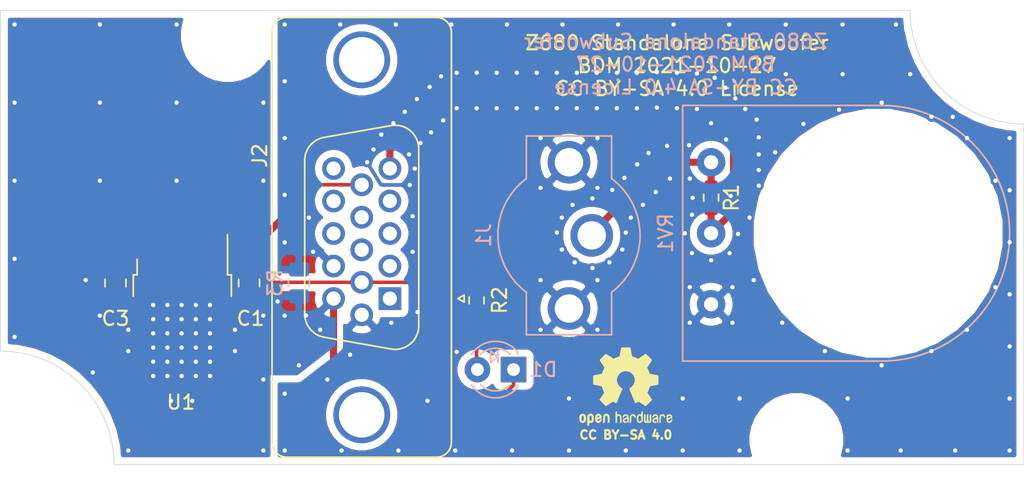
<source format=kicad_pcb>
(kicad_pcb (version 20171130) (host pcbnew 5.1.12-84ad8e8a86~92~ubuntu20.04.1)

  (general
    (thickness 1.6)
    (drawings 14)
    (tracks 269)
    (zones 0)
    (modules 14)
    (nets 17)
  )

  (page A4)
  (layers
    (0 F.Cu signal)
    (31 B.Cu signal)
    (32 B.Adhes user)
    (33 F.Adhes user)
    (34 B.Paste user)
    (35 F.Paste user)
    (36 B.SilkS user)
    (37 F.SilkS user)
    (38 B.Mask user)
    (39 F.Mask user)
    (40 Dwgs.User user)
    (41 Cmts.User user)
    (42 Eco1.User user)
    (43 Eco2.User user)
    (44 Edge.Cuts user)
    (45 Margin user)
    (46 B.CrtYd user)
    (47 F.CrtYd user)
    (48 B.Fab user)
    (49 F.Fab user)
  )

  (setup
    (last_trace_width 0.25)
    (user_trace_width 0.3)
    (user_trace_width 0.4)
    (user_trace_width 0.5)
    (user_trace_width 0.6)
    (trace_clearance 0.2)
    (zone_clearance 0.508)
    (zone_45_only no)
    (trace_min 0.2)
    (via_size 0.7)
    (via_drill 0.3)
    (via_min_size 0.4)
    (via_min_drill 0.3)
    (user_via 0.7 0.3)
    (uvia_size 0.3)
    (uvia_drill 0.1)
    (uvias_allowed no)
    (uvia_min_size 0.2)
    (uvia_min_drill 0.1)
    (edge_width 0.05)
    (segment_width 0.2)
    (pcb_text_width 0.3)
    (pcb_text_size 1.5 1.5)
    (mod_edge_width 0.12)
    (mod_text_size 1 1)
    (mod_text_width 0.15)
    (pad_size 4 4)
    (pad_drill 3.2)
    (pad_to_mask_clearance 0)
    (aux_axis_origin 0 0)
    (visible_elements FEFFF7FF)
    (pcbplotparams
      (layerselection 0x010fc_ffffffff)
      (usegerberextensions true)
      (usegerberattributes false)
      (usegerberadvancedattributes false)
      (creategerberjobfile false)
      (excludeedgelayer true)
      (linewidth 0.150000)
      (plotframeref false)
      (viasonmask false)
      (mode 1)
      (useauxorigin false)
      (hpglpennumber 1)
      (hpglpenspeed 20)
      (hpglpendiameter 15.000000)
      (psnegative false)
      (psa4output false)
      (plotreference true)
      (plotvalue false)
      (plotinvisibletext false)
      (padsonsilk false)
      (subtractmaskfromsilk true)
      (outputformat 1)
      (mirror false)
      (drillshape 0)
      (scaleselection 1)
      (outputdirectory "Gerber/"))
  )

  (net 0 "")
  (net 1 /V_DIG)
  (net 2 /DGND)
  (net 3 /SGND)
  (net 4 /+5V)
  (net 5 "Net-(J1-Pad1)")
  (net 6 /V_REGDD)
  (net 7 /V_REGSS)
  (net 8 /CH4)
  (net 9 /Sub_Input)
  (net 10 /CH5)
  (net 11 /CH3)
  (net 12 /CH2)
  (net 13 /CH1)
  (net 14 /PGND13)
  (net 15 /PGND8)
  (net 16 "Net-(D1-Pad2)")

  (net_class Default "This is the default net class."
    (clearance 0.2)
    (trace_width 0.25)
    (via_dia 0.7)
    (via_drill 0.3)
    (uvia_dia 0.3)
    (uvia_drill 0.1)
    (add_net /+5V)
    (add_net /CH1)
    (add_net /CH2)
    (add_net /CH3)
    (add_net /CH4)
    (add_net /CH5)
    (add_net /DGND)
    (add_net /PGND13)
    (add_net /PGND8)
    (add_net /SGND)
    (add_net /Sub_Input)
    (add_net /V_DIG)
    (add_net /V_REGDD)
    (add_net /V_REGSS)
    (add_net "Net-(D1-Pad2)")
    (add_net "Net-(J1-Pad1)")
  )

  (module RCJ-02:RCJ-02 (layer B.Cu) (tedit 617A388B) (tstamp 616CBEFD)
    (at 50 25.85 90)
    (path /615624E6)
    (fp_text reference J1 (at 0 -6 90) (layer B.SilkS)
      (effects (font (size 1 1) (thickness 0.15)) (justify mirror))
    )
    (fp_text value Conn_Coaxial (at 0 5.75 90) (layer B.Fab)
      (effects (font (size 1 1) (thickness 0.15)) (justify mirror))
    )
    (fp_circle (center 0 0) (end 7.6 -0.5) (layer B.CrtYd) (width 0.12))
    (fp_line (start -7.000001 3) (end -7.000001 -3) (layer B.SilkS) (width 0.12))
    (fp_line (start -7.000001 -3) (end -4.000001 -3) (layer B.SilkS) (width 0.12))
    (fp_line (start -4.000001 3) (end -7.000001 3) (layer B.SilkS) (width 0.12))
    (fp_line (start 7 3) (end 4 3) (layer B.SilkS) (width 0.12))
    (fp_line (start 7 -3) (end 7 3) (layer B.SilkS) (width 0.12))
    (fp_line (start 4 -3) (end 7 -3) (layer B.SilkS) (width 0.12))
    (fp_line (start 5.35 -0.5) (end 5.85 -0.5) (layer B.Fab) (width 0.1))
    (fp_line (start 5.85 0.5) (end 5.35 0.5) (layer B.Fab) (width 0.1))
    (fp_line (start 5.85 -0.5) (end 5.85 0.5) (layer B.Fab) (width 0.1))
    (fp_line (start -5.85 -0.5) (end -5.35 -0.5) (layer B.Fab) (width 0.1))
    (fp_line (start -5.85 0.5) (end -5.85 -0.5) (layer B.Fab) (width 0.1))
    (fp_line (start -5.35 0.5) (end -5.85 0.5) (layer B.Fab) (width 0.1))
    (fp_circle (center 0 0) (end 3.5 -0.1) (layer B.Fab) (width 0.1))
    (fp_line (start -5.35 -3) (end -4 -3) (layer B.Fab) (width 0.1))
    (fp_line (start 5.35 -3) (end 4 -3) (layer B.Fab) (width 0.1))
    (fp_line (start 5.35 3) (end 4 3) (layer B.Fab) (width 0.1))
    (fp_line (start -5.35 3) (end -4 3) (layer B.Fab) (width 0.1))
    (fp_line (start 5.35 3) (end 5.35 -3) (layer B.Fab) (width 0.1))
    (fp_line (start -5.35 3) (end -5.35 -3) (layer B.Fab) (width 0.1))
    (fp_arc (start 0 0) (end -4 -3) (angle 106.2602047) (layer B.SilkS) (width 0.12))
    (fp_arc (start 0 0) (end 3.999999 3) (angle 106.2602047) (layer B.SilkS) (width 0.12))
    (fp_arc (start 0 0) (end -4 -3) (angle 106.2602047) (layer B.Fab) (width 0.1))
    (fp_arc (start 0 0) (end 4 3) (angle 106.2602047) (layer B.Fab) (width 0.1))
    (pad 2 thru_hole circle (at 5.15 0 90) (size 3 3) (drill 2) (layers *.Cu *.Mask)
      (net 3 /SGND))
    (pad 2 thru_hole circle (at -5.15 0 90) (size 3 3) (drill 2) (layers *.Cu *.Mask)
      (net 3 /SGND))
    (pad 1 thru_hole circle (at 0 1.6 90) (size 3 3) (drill 2) (layers *.Cu *.Mask)
      (net 5 "Net-(J1-Pad1)"))
  )

  (module Symbol:OSHW-Logo2_7.3x6mm_SilkScreen (layer F.Cu) (tedit 0) (tstamp 617B3195)
    (at 54 36.5)
    (descr "Open Source Hardware Symbol")
    (tags "Logo Symbol OSHW")
    (attr virtual)
    (fp_text reference REF** (at 0 0) (layer F.SilkS) hide
      (effects (font (size 1 1) (thickness 0.15)))
    )
    (fp_text value OSHW-Logo2_7.3x6mm_SilkScreen (at 0.75 0) (layer F.Fab) hide
      (effects (font (size 1 1) (thickness 0.15)))
    )
    (fp_poly (pts (xy -2.400256 1.919918) (xy -2.344799 1.947568) (xy -2.295852 1.99848) (xy -2.282371 2.017338)
      (xy -2.267686 2.042015) (xy -2.258158 2.068816) (xy -2.252707 2.104587) (xy -2.250253 2.156169)
      (xy -2.249714 2.224267) (xy -2.252148 2.317588) (xy -2.260606 2.387657) (xy -2.276826 2.439931)
      (xy -2.302546 2.479869) (xy -2.339503 2.512929) (xy -2.342218 2.514886) (xy -2.37864 2.534908)
      (xy -2.422498 2.544815) (xy -2.478276 2.547257) (xy -2.568952 2.547257) (xy -2.56899 2.635283)
      (xy -2.569834 2.684308) (xy -2.574976 2.713065) (xy -2.588413 2.730311) (xy -2.614142 2.744808)
      (xy -2.620321 2.747769) (xy -2.649236 2.761648) (xy -2.671624 2.770414) (xy -2.688271 2.771171)
      (xy -2.699964 2.761023) (xy -2.70749 2.737073) (xy -2.711634 2.696426) (xy -2.713185 2.636186)
      (xy -2.712929 2.553455) (xy -2.711651 2.445339) (xy -2.711252 2.413) (xy -2.709815 2.301524)
      (xy -2.708528 2.228603) (xy -2.569029 2.228603) (xy -2.568245 2.290499) (xy -2.56476 2.330997)
      (xy -2.556876 2.357708) (xy -2.542895 2.378244) (xy -2.533403 2.38826) (xy -2.494596 2.417567)
      (xy -2.460237 2.419952) (xy -2.424784 2.39575) (xy -2.423886 2.394857) (xy -2.409461 2.376153)
      (xy -2.400687 2.350732) (xy -2.396261 2.311584) (xy -2.394882 2.251697) (xy -2.394857 2.23843)
      (xy -2.398188 2.155901) (xy -2.409031 2.098691) (xy -2.42866 2.063766) (xy -2.45835 2.048094)
      (xy -2.475509 2.046514) (xy -2.516234 2.053926) (xy -2.544168 2.07833) (xy -2.560983 2.12298)
      (xy -2.56835 2.19113) (xy -2.569029 2.228603) (xy -2.708528 2.228603) (xy -2.708292 2.215245)
      (xy -2.706323 2.150333) (xy -2.70355 2.102958) (xy -2.699612 2.06929) (xy -2.694151 2.045498)
      (xy -2.686808 2.027753) (xy -2.677223 2.012224) (xy -2.673113 2.006381) (xy -2.618595 1.951185)
      (xy -2.549664 1.91989) (xy -2.469928 1.911165) (xy -2.400256 1.919918)) (layer F.SilkS) (width 0.01))
    (fp_poly (pts (xy -1.283907 1.92778) (xy -1.237328 1.954723) (xy -1.204943 1.981466) (xy -1.181258 2.009484)
      (xy -1.164941 2.043748) (xy -1.154661 2.089227) (xy -1.149086 2.150892) (xy -1.146884 2.233711)
      (xy -1.146629 2.293246) (xy -1.146629 2.512391) (xy -1.208314 2.540044) (xy -1.27 2.567697)
      (xy -1.277257 2.32767) (xy -1.280256 2.238028) (xy -1.283402 2.172962) (xy -1.287299 2.128026)
      (xy -1.292553 2.09877) (xy -1.299769 2.080748) (xy -1.30955 2.069511) (xy -1.312688 2.067079)
      (xy -1.360239 2.048083) (xy -1.408303 2.0556) (xy -1.436914 2.075543) (xy -1.448553 2.089675)
      (xy -1.456609 2.10822) (xy -1.461729 2.136334) (xy -1.464559 2.179173) (xy -1.465744 2.241895)
      (xy -1.465943 2.307261) (xy -1.465982 2.389268) (xy -1.467386 2.447316) (xy -1.472086 2.486465)
      (xy -1.482013 2.51178) (xy -1.499097 2.528323) (xy -1.525268 2.541156) (xy -1.560225 2.554491)
      (xy -1.598404 2.569007) (xy -1.593859 2.311389) (xy -1.592029 2.218519) (xy -1.589888 2.149889)
      (xy -1.586819 2.100711) (xy -1.582206 2.066198) (xy -1.575432 2.041562) (xy -1.565881 2.022016)
      (xy -1.554366 2.00477) (xy -1.49881 1.94968) (xy -1.43102 1.917822) (xy -1.357287 1.910191)
      (xy -1.283907 1.92778)) (layer F.SilkS) (width 0.01))
    (fp_poly (pts (xy -2.958885 1.921962) (xy -2.890855 1.957733) (xy -2.840649 2.015301) (xy -2.822815 2.052312)
      (xy -2.808937 2.107882) (xy -2.801833 2.178096) (xy -2.80116 2.254727) (xy -2.806573 2.329552)
      (xy -2.81773 2.394342) (xy -2.834286 2.440873) (xy -2.839374 2.448887) (xy -2.899645 2.508707)
      (xy -2.971231 2.544535) (xy -3.048908 2.55502) (xy -3.127452 2.53881) (xy -3.149311 2.529092)
      (xy -3.191878 2.499143) (xy -3.229237 2.459433) (xy -3.232768 2.454397) (xy -3.247119 2.430124)
      (xy -3.256606 2.404178) (xy -3.26221 2.370022) (xy -3.264914 2.321119) (xy -3.265701 2.250935)
      (xy -3.265714 2.2352) (xy -3.265678 2.230192) (xy -3.120571 2.230192) (xy -3.119727 2.29643)
      (xy -3.116404 2.340386) (xy -3.109417 2.368779) (xy -3.097584 2.388325) (xy -3.091543 2.394857)
      (xy -3.056814 2.41968) (xy -3.023097 2.418548) (xy -2.989005 2.397016) (xy -2.968671 2.374029)
      (xy -2.956629 2.340478) (xy -2.949866 2.287569) (xy -2.949402 2.281399) (xy -2.948248 2.185513)
      (xy -2.960312 2.114299) (xy -2.98543 2.068194) (xy -3.02344 2.047635) (xy -3.037008 2.046514)
      (xy -3.072636 2.052152) (xy -3.097006 2.071686) (xy -3.111907 2.109042) (xy -3.119125 2.16815)
      (xy -3.120571 2.230192) (xy -3.265678 2.230192) (xy -3.265174 2.160413) (xy -3.262904 2.108159)
      (xy -3.257932 2.071949) (xy -3.249287 2.045299) (xy -3.235995 2.021722) (xy -3.233057 2.017338)
      (xy -3.183687 1.958249) (xy -3.129891 1.923947) (xy -3.064398 1.910331) (xy -3.042158 1.909665)
      (xy -2.958885 1.921962)) (layer F.SilkS) (width 0.01))
    (fp_poly (pts (xy -1.831697 1.931239) (xy -1.774473 1.969735) (xy -1.730251 2.025335) (xy -1.703833 2.096086)
      (xy -1.69849 2.148162) (xy -1.699097 2.169893) (xy -1.704178 2.186531) (xy -1.718145 2.201437)
      (xy -1.745411 2.217973) (xy -1.790388 2.239498) (xy -1.857489 2.269374) (xy -1.857829 2.269524)
      (xy -1.919593 2.297813) (xy -1.970241 2.322933) (xy -2.004596 2.342179) (xy -2.017482 2.352848)
      (xy -2.017486 2.352934) (xy -2.006128 2.376166) (xy -1.979569 2.401774) (xy -1.949077 2.420221)
      (xy -1.93363 2.423886) (xy -1.891485 2.411212) (xy -1.855192 2.379471) (xy -1.837483 2.344572)
      (xy -1.820448 2.318845) (xy -1.787078 2.289546) (xy -1.747851 2.264235) (xy -1.713244 2.250471)
      (xy -1.706007 2.249714) (xy -1.697861 2.26216) (xy -1.69737 2.293972) (xy -1.703357 2.336866)
      (xy -1.714643 2.382558) (xy -1.73005 2.422761) (xy -1.730829 2.424322) (xy -1.777196 2.489062)
      (xy -1.837289 2.533097) (xy -1.905535 2.554711) (xy -1.976362 2.552185) (xy -2.044196 2.523804)
      (xy -2.047212 2.521808) (xy -2.100573 2.473448) (xy -2.13566 2.410352) (xy -2.155078 2.327387)
      (xy -2.157684 2.304078) (xy -2.162299 2.194055) (xy -2.156767 2.142748) (xy -2.017486 2.142748)
      (xy -2.015676 2.174753) (xy -2.005778 2.184093) (xy -1.981102 2.177105) (xy -1.942205 2.160587)
      (xy -1.898725 2.139881) (xy -1.897644 2.139333) (xy -1.860791 2.119949) (xy -1.846 2.107013)
      (xy -1.849647 2.093451) (xy -1.865005 2.075632) (xy -1.904077 2.049845) (xy -1.946154 2.04795)
      (xy -1.983897 2.066717) (xy -2.009966 2.102915) (xy -2.017486 2.142748) (xy -2.156767 2.142748)
      (xy -2.152806 2.106027) (xy -2.12845 2.036212) (xy -2.094544 1.987302) (xy -2.033347 1.937878)
      (xy -1.965937 1.913359) (xy -1.89712 1.911797) (xy -1.831697 1.931239)) (layer F.SilkS) (width 0.01))
    (fp_poly (pts (xy -0.624114 1.851289) (xy -0.619861 1.910613) (xy -0.614975 1.945572) (xy -0.608205 1.96082)
      (xy -0.598298 1.961015) (xy -0.595086 1.959195) (xy -0.552356 1.946015) (xy -0.496773 1.946785)
      (xy -0.440263 1.960333) (xy -0.404918 1.977861) (xy -0.368679 2.005861) (xy -0.342187 2.037549)
      (xy -0.324001 2.077813) (xy -0.312678 2.131543) (xy -0.306778 2.203626) (xy -0.304857 2.298951)
      (xy -0.304823 2.317237) (xy -0.3048 2.522646) (xy -0.350509 2.53858) (xy -0.382973 2.54942)
      (xy -0.400785 2.554468) (xy -0.401309 2.554514) (xy -0.403063 2.540828) (xy -0.404556 2.503076)
      (xy -0.405674 2.446224) (xy -0.406303 2.375234) (xy -0.4064 2.332073) (xy -0.406602 2.246973)
      (xy -0.407642 2.185981) (xy -0.410169 2.144177) (xy -0.414836 2.116642) (xy -0.422293 2.098456)
      (xy -0.433189 2.084698) (xy -0.439993 2.078073) (xy -0.486728 2.051375) (xy -0.537728 2.049375)
      (xy -0.583999 2.071955) (xy -0.592556 2.080107) (xy -0.605107 2.095436) (xy -0.613812 2.113618)
      (xy -0.619369 2.139909) (xy -0.622474 2.179562) (xy -0.623824 2.237832) (xy -0.624114 2.318173)
      (xy -0.624114 2.522646) (xy -0.669823 2.53858) (xy -0.702287 2.54942) (xy -0.720099 2.554468)
      (xy -0.720623 2.554514) (xy -0.721963 2.540623) (xy -0.723172 2.501439) (xy -0.724199 2.4407)
      (xy -0.724998 2.362141) (xy -0.725519 2.269498) (xy -0.725714 2.166509) (xy -0.725714 1.769342)
      (xy -0.678543 1.749444) (xy -0.631371 1.729547) (xy -0.624114 1.851289)) (layer F.SilkS) (width 0.01))
    (fp_poly (pts (xy 0.039744 1.950968) (xy 0.096616 1.972087) (xy 0.097267 1.972493) (xy 0.13244 1.99838)
      (xy 0.158407 2.028633) (xy 0.17667 2.068058) (xy 0.188732 2.121462) (xy 0.196096 2.193651)
      (xy 0.200264 2.289432) (xy 0.200629 2.303078) (xy 0.205876 2.508842) (xy 0.161716 2.531678)
      (xy 0.129763 2.54711) (xy 0.11047 2.554423) (xy 0.109578 2.554514) (xy 0.106239 2.541022)
      (xy 0.103587 2.504626) (xy 0.101956 2.451452) (xy 0.1016 2.408393) (xy 0.101592 2.338641)
      (xy 0.098403 2.294837) (xy 0.087288 2.273944) (xy 0.063501 2.272925) (xy 0.022296 2.288741)
      (xy -0.039914 2.317815) (xy -0.085659 2.341963) (xy -0.109187 2.362913) (xy -0.116104 2.385747)
      (xy -0.116114 2.386877) (xy -0.104701 2.426212) (xy -0.070908 2.447462) (xy -0.019191 2.450539)
      (xy 0.018061 2.450006) (xy 0.037703 2.460735) (xy 0.049952 2.486505) (xy 0.057002 2.519337)
      (xy 0.046842 2.537966) (xy 0.043017 2.540632) (xy 0.007001 2.55134) (xy -0.043434 2.552856)
      (xy -0.095374 2.545759) (xy -0.132178 2.532788) (xy -0.183062 2.489585) (xy -0.211986 2.429446)
      (xy -0.217714 2.382462) (xy -0.213343 2.340082) (xy -0.197525 2.305488) (xy -0.166203 2.274763)
      (xy -0.115322 2.24399) (xy -0.040824 2.209252) (xy -0.036286 2.207288) (xy 0.030821 2.176287)
      (xy 0.072232 2.150862) (xy 0.089981 2.128014) (xy 0.086107 2.104745) (xy 0.062643 2.078056)
      (xy 0.055627 2.071914) (xy 0.00863 2.0481) (xy -0.040067 2.049103) (xy -0.082478 2.072451)
      (xy -0.110616 2.115675) (xy -0.113231 2.12416) (xy -0.138692 2.165308) (xy -0.170999 2.185128)
      (xy -0.217714 2.20477) (xy -0.217714 2.15395) (xy -0.203504 2.080082) (xy -0.161325 2.012327)
      (xy -0.139376 1.989661) (xy -0.089483 1.960569) (xy -0.026033 1.9474) (xy 0.039744 1.950968)) (layer F.SilkS) (width 0.01))
    (fp_poly (pts (xy 0.529926 1.949755) (xy 0.595858 1.974084) (xy 0.649273 2.017117) (xy 0.670164 2.047409)
      (xy 0.692939 2.102994) (xy 0.692466 2.143186) (xy 0.668562 2.170217) (xy 0.659717 2.174813)
      (xy 0.62153 2.189144) (xy 0.602028 2.185472) (xy 0.595422 2.161407) (xy 0.595086 2.148114)
      (xy 0.582992 2.09921) (xy 0.551471 2.064999) (xy 0.507659 2.048476) (xy 0.458695 2.052634)
      (xy 0.418894 2.074227) (xy 0.40545 2.086544) (xy 0.395921 2.101487) (xy 0.389485 2.124075)
      (xy 0.385317 2.159328) (xy 0.382597 2.212266) (xy 0.380502 2.287907) (xy 0.37996 2.311857)
      (xy 0.377981 2.39379) (xy 0.375731 2.451455) (xy 0.372357 2.489608) (xy 0.367006 2.513004)
      (xy 0.358824 2.526398) (xy 0.346959 2.534545) (xy 0.339362 2.538144) (xy 0.307102 2.550452)
      (xy 0.288111 2.554514) (xy 0.281836 2.540948) (xy 0.278006 2.499934) (xy 0.2766 2.430999)
      (xy 0.277598 2.333669) (xy 0.277908 2.318657) (xy 0.280101 2.229859) (xy 0.282693 2.165019)
      (xy 0.286382 2.119067) (xy 0.291864 2.086935) (xy 0.299835 2.063553) (xy 0.310993 2.043852)
      (xy 0.31683 2.03541) (xy 0.350296 1.998057) (xy 0.387727 1.969003) (xy 0.392309 1.966467)
      (xy 0.459426 1.946443) (xy 0.529926 1.949755)) (layer F.SilkS) (width 0.01))
    (fp_poly (pts (xy 1.190117 2.065358) (xy 1.189933 2.173837) (xy 1.189219 2.257287) (xy 1.187675 2.319704)
      (xy 1.185001 2.365085) (xy 1.180894 2.397429) (xy 1.175055 2.420733) (xy 1.167182 2.438995)
      (xy 1.161221 2.449418) (xy 1.111855 2.505945) (xy 1.049264 2.541377) (xy 0.980013 2.55409)
      (xy 0.910668 2.542463) (xy 0.869375 2.521568) (xy 0.826025 2.485422) (xy 0.796481 2.441276)
      (xy 0.778655 2.383462) (xy 0.770463 2.306313) (xy 0.769302 2.249714) (xy 0.769458 2.245647)
      (xy 0.870857 2.245647) (xy 0.871476 2.31055) (xy 0.874314 2.353514) (xy 0.88084 2.381622)
      (xy 0.892523 2.401953) (xy 0.906483 2.417288) (xy 0.953365 2.44689) (xy 1.003701 2.449419)
      (xy 1.051276 2.424705) (xy 1.054979 2.421356) (xy 1.070783 2.403935) (xy 1.080693 2.383209)
      (xy 1.086058 2.352362) (xy 1.088228 2.304577) (xy 1.088571 2.251748) (xy 1.087827 2.185381)
      (xy 1.084748 2.141106) (xy 1.078061 2.112009) (xy 1.066496 2.091173) (xy 1.057013 2.080107)
      (xy 1.01296 2.052198) (xy 0.962224 2.048843) (xy 0.913796 2.070159) (xy 0.90445 2.078073)
      (xy 0.88854 2.095647) (xy 0.87861 2.116587) (xy 0.873278 2.147782) (xy 0.871163 2.196122)
      (xy 0.870857 2.245647) (xy 0.769458 2.245647) (xy 0.77281 2.158568) (xy 0.784726 2.090086)
      (xy 0.807135 2.0386) (xy 0.842124 1.998443) (xy 0.869375 1.977861) (xy 0.918907 1.955625)
      (xy 0.976316 1.945304) (xy 1.029682 1.948067) (xy 1.059543 1.959212) (xy 1.071261 1.962383)
      (xy 1.079037 1.950557) (xy 1.084465 1.918866) (xy 1.088571 1.870593) (xy 1.093067 1.816829)
      (xy 1.099313 1.784482) (xy 1.110676 1.765985) (xy 1.130528 1.75377) (xy 1.143 1.748362)
      (xy 1.190171 1.728601) (xy 1.190117 2.065358)) (layer F.SilkS) (width 0.01))
    (fp_poly (pts (xy 1.779833 1.958663) (xy 1.782048 1.99685) (xy 1.783784 2.054886) (xy 1.784899 2.12818)
      (xy 1.785257 2.205055) (xy 1.785257 2.465196) (xy 1.739326 2.511127) (xy 1.707675 2.539429)
      (xy 1.67989 2.550893) (xy 1.641915 2.550168) (xy 1.62684 2.548321) (xy 1.579726 2.542948)
      (xy 1.540756 2.539869) (xy 1.531257 2.539585) (xy 1.499233 2.541445) (xy 1.453432 2.546114)
      (xy 1.435674 2.548321) (xy 1.392057 2.551735) (xy 1.362745 2.54432) (xy 1.33368 2.521427)
      (xy 1.323188 2.511127) (xy 1.277257 2.465196) (xy 1.277257 1.978602) (xy 1.314226 1.961758)
      (xy 1.346059 1.949282) (xy 1.364683 1.944914) (xy 1.369458 1.958718) (xy 1.373921 1.997286)
      (xy 1.377775 2.056356) (xy 1.380722 2.131663) (xy 1.382143 2.195286) (xy 1.386114 2.445657)
      (xy 1.420759 2.450556) (xy 1.452268 2.447131) (xy 1.467708 2.436041) (xy 1.472023 2.415308)
      (xy 1.475708 2.371145) (xy 1.478469 2.309146) (xy 1.480012 2.234909) (xy 1.480235 2.196706)
      (xy 1.480457 1.976783) (xy 1.526166 1.960849) (xy 1.558518 1.950015) (xy 1.576115 1.944962)
      (xy 1.576623 1.944914) (xy 1.578388 1.958648) (xy 1.580329 1.99673) (xy 1.582282 2.054482)
      (xy 1.584084 2.127227) (xy 1.585343 2.195286) (xy 1.589314 2.445657) (xy 1.6764 2.445657)
      (xy 1.680396 2.21724) (xy 1.684392 1.988822) (xy 1.726847 1.966868) (xy 1.758192 1.951793)
      (xy 1.776744 1.944951) (xy 1.777279 1.944914) (xy 1.779833 1.958663)) (layer F.SilkS) (width 0.01))
    (fp_poly (pts (xy 2.144876 1.956335) (xy 2.186667 1.975344) (xy 2.219469 1.998378) (xy 2.243503 2.024133)
      (xy 2.260097 2.057358) (xy 2.270577 2.1028) (xy 2.276271 2.165207) (xy 2.278507 2.249327)
      (xy 2.278743 2.304721) (xy 2.278743 2.520826) (xy 2.241774 2.53767) (xy 2.212656 2.549981)
      (xy 2.198231 2.554514) (xy 2.195472 2.541025) (xy 2.193282 2.504653) (xy 2.191942 2.451542)
      (xy 2.191657 2.409372) (xy 2.190434 2.348447) (xy 2.187136 2.300115) (xy 2.182321 2.270518)
      (xy 2.178496 2.264229) (xy 2.152783 2.270652) (xy 2.112418 2.287125) (xy 2.065679 2.309458)
      (xy 2.020845 2.333457) (xy 1.986193 2.35493) (xy 1.970002 2.369685) (xy 1.969938 2.369845)
      (xy 1.97133 2.397152) (xy 1.983818 2.423219) (xy 2.005743 2.444392) (xy 2.037743 2.451474)
      (xy 2.065092 2.450649) (xy 2.103826 2.450042) (xy 2.124158 2.459116) (xy 2.136369 2.483092)
      (xy 2.137909 2.487613) (xy 2.143203 2.521806) (xy 2.129047 2.542568) (xy 2.092148 2.552462)
      (xy 2.052289 2.554292) (xy 1.980562 2.540727) (xy 1.943432 2.521355) (xy 1.897576 2.475845)
      (xy 1.873256 2.419983) (xy 1.871073 2.360957) (xy 1.891629 2.305953) (xy 1.922549 2.271486)
      (xy 1.95342 2.252189) (xy 2.001942 2.227759) (xy 2.058485 2.202985) (xy 2.06791 2.199199)
      (xy 2.130019 2.171791) (xy 2.165822 2.147634) (xy 2.177337 2.123619) (xy 2.16658 2.096635)
      (xy 2.148114 2.075543) (xy 2.104469 2.049572) (xy 2.056446 2.047624) (xy 2.012406 2.067637)
      (xy 1.980709 2.107551) (xy 1.976549 2.117848) (xy 1.952327 2.155724) (xy 1.916965 2.183842)
      (xy 1.872343 2.206917) (xy 1.872343 2.141485) (xy 1.874969 2.101506) (xy 1.88623 2.069997)
      (xy 1.911199 2.036378) (xy 1.935169 2.010484) (xy 1.972441 1.973817) (xy 2.001401 1.954121)
      (xy 2.032505 1.94622) (xy 2.067713 1.944914) (xy 2.144876 1.956335)) (layer F.SilkS) (width 0.01))
    (fp_poly (pts (xy 2.6526 1.958752) (xy 2.669948 1.966334) (xy 2.711356 1.999128) (xy 2.746765 2.046547)
      (xy 2.768664 2.097151) (xy 2.772229 2.122098) (xy 2.760279 2.156927) (xy 2.734067 2.175357)
      (xy 2.705964 2.186516) (xy 2.693095 2.188572) (xy 2.686829 2.173649) (xy 2.674456 2.141175)
      (xy 2.669028 2.126502) (xy 2.63859 2.075744) (xy 2.59452 2.050427) (xy 2.53801 2.051206)
      (xy 2.533825 2.052203) (xy 2.503655 2.066507) (xy 2.481476 2.094393) (xy 2.466327 2.139287)
      (xy 2.45725 2.204615) (xy 2.453286 2.293804) (xy 2.452914 2.341261) (xy 2.45273 2.416071)
      (xy 2.451522 2.467069) (xy 2.448309 2.499471) (xy 2.442109 2.518495) (xy 2.43194 2.529356)
      (xy 2.416819 2.537272) (xy 2.415946 2.53767) (xy 2.386828 2.549981) (xy 2.372403 2.554514)
      (xy 2.370186 2.540809) (xy 2.368289 2.502925) (xy 2.366847 2.445715) (xy 2.365998 2.374027)
      (xy 2.365829 2.321565) (xy 2.366692 2.220047) (xy 2.37007 2.143032) (xy 2.377142 2.086023)
      (xy 2.389088 2.044526) (xy 2.40709 2.014043) (xy 2.432327 1.99008) (xy 2.457247 1.973355)
      (xy 2.517171 1.951097) (xy 2.586911 1.946076) (xy 2.6526 1.958752)) (layer F.SilkS) (width 0.01))
    (fp_poly (pts (xy 3.153595 1.966966) (xy 3.211021 2.004497) (xy 3.238719 2.038096) (xy 3.260662 2.099064)
      (xy 3.262405 2.147308) (xy 3.258457 2.211816) (xy 3.109686 2.276934) (xy 3.037349 2.310202)
      (xy 2.990084 2.336964) (xy 2.965507 2.360144) (xy 2.961237 2.382667) (xy 2.974889 2.407455)
      (xy 2.989943 2.423886) (xy 3.033746 2.450235) (xy 3.081389 2.452081) (xy 3.125145 2.431546)
      (xy 3.157289 2.390752) (xy 3.163038 2.376347) (xy 3.190576 2.331356) (xy 3.222258 2.312182)
      (xy 3.265714 2.295779) (xy 3.265714 2.357966) (xy 3.261872 2.400283) (xy 3.246823 2.435969)
      (xy 3.21528 2.476943) (xy 3.210592 2.482267) (xy 3.175506 2.51872) (xy 3.145347 2.538283)
      (xy 3.107615 2.547283) (xy 3.076335 2.55023) (xy 3.020385 2.550965) (xy 2.980555 2.54166)
      (xy 2.955708 2.527846) (xy 2.916656 2.497467) (xy 2.889625 2.464613) (xy 2.872517 2.423294)
      (xy 2.863238 2.367521) (xy 2.859693 2.291305) (xy 2.85941 2.252622) (xy 2.860372 2.206247)
      (xy 2.948007 2.206247) (xy 2.949023 2.231126) (xy 2.951556 2.2352) (xy 2.968274 2.229665)
      (xy 3.004249 2.215017) (xy 3.052331 2.19419) (xy 3.062386 2.189714) (xy 3.123152 2.158814)
      (xy 3.156632 2.131657) (xy 3.16399 2.10622) (xy 3.146391 2.080481) (xy 3.131856 2.069109)
      (xy 3.07941 2.046364) (xy 3.030322 2.050122) (xy 2.989227 2.077884) (xy 2.960758 2.127152)
      (xy 2.951631 2.166257) (xy 2.948007 2.206247) (xy 2.860372 2.206247) (xy 2.861285 2.162249)
      (xy 2.868196 2.095384) (xy 2.881884 2.046695) (xy 2.904096 2.010849) (xy 2.936574 1.982513)
      (xy 2.950733 1.973355) (xy 3.015053 1.949507) (xy 3.085473 1.948006) (xy 3.153595 1.966966)) (layer F.SilkS) (width 0.01))
    (fp_poly (pts (xy 0.10391 -2.757652) (xy 0.182454 -2.757222) (xy 0.239298 -2.756058) (xy 0.278105 -2.753793)
      (xy 0.302538 -2.75006) (xy 0.316262 -2.744494) (xy 0.32294 -2.736727) (xy 0.326236 -2.726395)
      (xy 0.326556 -2.725057) (xy 0.331562 -2.700921) (xy 0.340829 -2.653299) (xy 0.353392 -2.587259)
      (xy 0.368287 -2.507872) (xy 0.384551 -2.420204) (xy 0.385119 -2.417125) (xy 0.40141 -2.331211)
      (xy 0.416652 -2.255304) (xy 0.429861 -2.193955) (xy 0.440054 -2.151718) (xy 0.446248 -2.133145)
      (xy 0.446543 -2.132816) (xy 0.464788 -2.123747) (xy 0.502405 -2.108633) (xy 0.551271 -2.090738)
      (xy 0.551543 -2.090642) (xy 0.613093 -2.067507) (xy 0.685657 -2.038035) (xy 0.754057 -2.008403)
      (xy 0.757294 -2.006938) (xy 0.868702 -1.956374) (xy 1.115399 -2.12484) (xy 1.191077 -2.176197)
      (xy 1.259631 -2.222111) (xy 1.317088 -2.25997) (xy 1.359476 -2.287163) (xy 1.382825 -2.301079)
      (xy 1.385042 -2.302111) (xy 1.40201 -2.297516) (xy 1.433701 -2.275345) (xy 1.481352 -2.234553)
      (xy 1.546198 -2.174095) (xy 1.612397 -2.109773) (xy 1.676214 -2.046388) (xy 1.733329 -1.988549)
      (xy 1.780305 -1.939825) (xy 1.813703 -1.90379) (xy 1.830085 -1.884016) (xy 1.830694 -1.882998)
      (xy 1.832505 -1.869428) (xy 1.825683 -1.847267) (xy 1.80854 -1.813522) (xy 1.779393 -1.7652)
      (xy 1.736555 -1.699308) (xy 1.679448 -1.614483) (xy 1.628766 -1.539823) (xy 1.583461 -1.47286)
      (xy 1.54615 -1.417484) (xy 1.519452 -1.37758) (xy 1.505985 -1.357038) (xy 1.505137 -1.355644)
      (xy 1.506781 -1.335962) (xy 1.519245 -1.297707) (xy 1.540048 -1.248111) (xy 1.547462 -1.232272)
      (xy 1.579814 -1.16171) (xy 1.614328 -1.081647) (xy 1.642365 -1.012371) (xy 1.662568 -0.960955)
      (xy 1.678615 -0.921881) (xy 1.687888 -0.901459) (xy 1.689041 -0.899886) (xy 1.706096 -0.897279)
      (xy 1.746298 -0.890137) (xy 1.804302 -0.879477) (xy 1.874763 -0.866315) (xy 1.952335 -0.851667)
      (xy 2.031672 -0.836551) (xy 2.107431 -0.821982) (xy 2.174264 -0.808978) (xy 2.226828 -0.798555)
      (xy 2.259776 -0.79173) (xy 2.267857 -0.789801) (xy 2.276205 -0.785038) (xy 2.282506 -0.774282)
      (xy 2.287045 -0.753902) (xy 2.290104 -0.720266) (xy 2.291967 -0.669745) (xy 2.292918 -0.598708)
      (xy 2.29324 -0.503524) (xy 2.293257 -0.464508) (xy 2.293257 -0.147201) (xy 2.217057 -0.132161)
      (xy 2.174663 -0.124005) (xy 2.1114 -0.112101) (xy 2.034962 -0.097884) (xy 1.953043 -0.08279)
      (xy 1.9304 -0.078645) (xy 1.854806 -0.063947) (xy 1.788953 -0.049495) (xy 1.738366 -0.036625)
      (xy 1.708574 -0.026678) (xy 1.703612 -0.023713) (xy 1.691426 -0.002717) (xy 1.673953 0.037967)
      (xy 1.654577 0.090322) (xy 1.650734 0.1016) (xy 1.625339 0.171523) (xy 1.593817 0.250418)
      (xy 1.562969 0.321266) (xy 1.562817 0.321595) (xy 1.511447 0.432733) (xy 1.680399 0.681253)
      (xy 1.849352 0.929772) (xy 1.632429 1.147058) (xy 1.566819 1.211726) (xy 1.506979 1.268733)
      (xy 1.456267 1.315033) (xy 1.418046 1.347584) (xy 1.395675 1.363343) (xy 1.392466 1.364343)
      (xy 1.373626 1.356469) (xy 1.33518 1.334578) (xy 1.28133 1.301267) (xy 1.216276 1.259131)
      (xy 1.14594 1.211943) (xy 1.074555 1.16381) (xy 1.010908 1.121928) (xy 0.959041 1.088871)
      (xy 0.922995 1.067218) (xy 0.906867 1.059543) (xy 0.887189 1.066037) (xy 0.849875 1.08315)
      (xy 0.802621 1.107326) (xy 0.797612 1.110013) (xy 0.733977 1.141927) (xy 0.690341 1.157579)
      (xy 0.663202 1.157745) (xy 0.649057 1.143204) (xy 0.648975 1.143) (xy 0.641905 1.125779)
      (xy 0.625042 1.084899) (xy 0.599695 1.023525) (xy 0.567171 0.944819) (xy 0.528778 0.851947)
      (xy 0.485822 0.748072) (xy 0.444222 0.647502) (xy 0.398504 0.536516) (xy 0.356526 0.433703)
      (xy 0.319548 0.342215) (xy 0.288827 0.265201) (xy 0.265622 0.205815) (xy 0.25119 0.167209)
      (xy 0.246743 0.1528) (xy 0.257896 0.136272) (xy 0.287069 0.10993) (xy 0.325971 0.080887)
      (xy 0.436757 -0.010961) (xy 0.523351 -0.116241) (xy 0.584716 -0.232734) (xy 0.619815 -0.358224)
      (xy 0.627608 -0.490493) (xy 0.621943 -0.551543) (xy 0.591078 -0.678205) (xy 0.53792 -0.790059)
      (xy 0.465767 -0.885999) (xy 0.377917 -0.964924) (xy 0.277665 -1.02573) (xy 0.16831 -1.067313)
      (xy 0.053147 -1.088572) (xy -0.064525 -1.088401) (xy -0.18141 -1.065699) (xy -0.294211 -1.019362)
      (xy -0.399631 -0.948287) (xy -0.443632 -0.908089) (xy -0.528021 -0.804871) (xy -0.586778 -0.692075)
      (xy -0.620296 -0.57299) (xy -0.628965 -0.450905) (xy -0.613177 -0.329107) (xy -0.573322 -0.210884)
      (xy -0.509793 -0.099525) (xy -0.422979 0.001684) (xy -0.325971 0.080887) (xy -0.285563 0.111162)
      (xy -0.257018 0.137219) (xy -0.246743 0.152825) (xy -0.252123 0.169843) (xy -0.267425 0.2105)
      (xy -0.291388 0.271642) (xy -0.322756 0.350119) (xy -0.360268 0.44278) (xy -0.402667 0.546472)
      (xy -0.444337 0.647526) (xy -0.49031 0.758607) (xy -0.532893 0.861541) (xy -0.570779 0.953165)
      (xy -0.60266 1.030316) (xy -0.627229 1.089831) (xy -0.64318 1.128544) (xy -0.64909 1.143)
      (xy -0.663052 1.157685) (xy -0.69006 1.157642) (xy -0.733587 1.142099) (xy -0.79711 1.110284)
      (xy -0.797612 1.110013) (xy -0.84544 1.085323) (xy -0.884103 1.067338) (xy -0.905905 1.059614)
      (xy -0.906867 1.059543) (xy -0.923279 1.067378) (xy -0.959513 1.089165) (xy -1.011526 1.122328)
      (xy -1.075275 1.164291) (xy -1.14594 1.211943) (xy -1.217884 1.260191) (xy -1.282726 1.302151)
      (xy -1.336265 1.335227) (xy -1.374303 1.356821) (xy -1.392467 1.364343) (xy -1.409192 1.354457)
      (xy -1.44282 1.326826) (xy -1.48999 1.284495) (xy -1.547342 1.230505) (xy -1.611516 1.167899)
      (xy -1.632503 1.146983) (xy -1.849501 0.929623) (xy -1.684332 0.68722) (xy -1.634136 0.612781)
      (xy -1.590081 0.545972) (xy -1.554638 0.490665) (xy -1.530281 0.450729) (xy -1.519478 0.430036)
      (xy -1.519162 0.428563) (xy -1.524857 0.409058) (xy -1.540174 0.369822) (xy -1.562463 0.31743)
      (xy -1.578107 0.282355) (xy -1.607359 0.215201) (xy -1.634906 0.147358) (xy -1.656263 0.090034)
      (xy -1.662065 0.072572) (xy -1.678548 0.025938) (xy -1.69466 -0.010095) (xy -1.70351 -0.023713)
      (xy -1.72304 -0.032048) (xy -1.765666 -0.043863) (xy -1.825855 -0.057819) (xy -1.898078 -0.072578)
      (xy -1.9304 -0.078645) (xy -2.012478 -0.093727) (xy -2.091205 -0.108331) (xy -2.158891 -0.12102)
      (xy -2.20784 -0.130358) (xy -2.217057 -0.132161) (xy -2.293257 -0.147201) (xy -2.293257 -0.464508)
      (xy -2.293086 -0.568846) (xy -2.292384 -0.647787) (xy -2.290866 -0.704962) (xy -2.288251 -0.744001)
      (xy -2.284254 -0.768535) (xy -2.278591 -0.782195) (xy -2.27098 -0.788611) (xy -2.267857 -0.789801)
      (xy -2.249022 -0.79402) (xy -2.207412 -0.802438) (xy -2.14837 -0.814039) (xy -2.077243 -0.827805)
      (xy -1.999375 -0.84272) (xy -1.920113 -0.857768) (xy -1.844802 -0.871931) (xy -1.778787 -0.884194)
      (xy -1.727413 -0.893539) (xy -1.696025 -0.89895) (xy -1.689041 -0.899886) (xy -1.682715 -0.912404)
      (xy -1.66871 -0.945754) (xy -1.649645 -0.993623) (xy -1.642366 -1.012371) (xy -1.613004 -1.084805)
      (xy -1.578429 -1.16483) (xy -1.547463 -1.232272) (xy -1.524677 -1.283841) (xy -1.509518 -1.326215)
      (xy -1.504458 -1.352166) (xy -1.505264 -1.355644) (xy -1.515959 -1.372064) (xy -1.54038 -1.408583)
      (xy -1.575905 -1.461313) (xy -1.619913 -1.526365) (xy -1.669783 -1.599849) (xy -1.679644 -1.614355)
      (xy -1.737508 -1.700296) (xy -1.780044 -1.765739) (xy -1.808946 -1.813696) (xy -1.82591 -1.84718)
      (xy -1.832633 -1.869205) (xy -1.83081 -1.882783) (xy -1.830764 -1.882869) (xy -1.816414 -1.900703)
      (xy -1.784677 -1.935183) (xy -1.73899 -1.982732) (xy -1.682796 -2.039778) (xy -1.619532 -2.102745)
      (xy -1.612398 -2.109773) (xy -1.53267 -2.18698) (xy -1.471143 -2.24367) (xy -1.426579 -2.28089)
      (xy -1.397743 -2.299685) (xy -1.385042 -2.302111) (xy -1.366506 -2.291529) (xy -1.328039 -2.267084)
      (xy -1.273614 -2.231388) (xy -1.207202 -2.187053) (xy -1.132775 -2.136689) (xy -1.115399 -2.12484)
      (xy -0.868703 -1.956374) (xy -0.757294 -2.006938) (xy -0.689543 -2.036405) (xy -0.616817 -2.066041)
      (xy -0.554297 -2.08967) (xy -0.551543 -2.090642) (xy -0.50264 -2.108543) (xy -0.464943 -2.12368)
      (xy -0.446575 -2.13279) (xy -0.446544 -2.132816) (xy -0.440715 -2.149283) (xy -0.430808 -2.189781)
      (xy -0.417805 -2.249758) (xy -0.402691 -2.32466) (xy -0.386448 -2.409936) (xy -0.385119 -2.417125)
      (xy -0.368825 -2.504986) (xy -0.353867 -2.58474) (xy -0.341209 -2.651319) (xy -0.331814 -2.699653)
      (xy -0.326646 -2.724675) (xy -0.326556 -2.725057) (xy -0.323411 -2.735701) (xy -0.317296 -2.743738)
      (xy -0.304547 -2.749533) (xy -0.2815 -2.753453) (xy -0.244491 -2.755865) (xy -0.189856 -2.757135)
      (xy -0.113933 -2.757629) (xy -0.013056 -2.757714) (xy 0 -2.757714) (xy 0.10391 -2.757652)) (layer F.SilkS) (width 0.01))
  )

  (module Symbol:OSHW-Logo2_7.3x6mm_Copper (layer F.Cu) (tedit 0) (tstamp 617B2E7F)
    (at 54 36.5)
    (descr "Open Source Hardware Symbol")
    (tags "Logo Symbol OSHW")
    (attr virtual)
    (fp_text reference REF** (at 0 0) (layer F.SilkS) hide
      (effects (font (size 1 1) (thickness 0.15)))
    )
    (fp_text value OSHW-Logo2_7.3x6mm_Copper (at 0.75 0) (layer F.Fab) hide
      (effects (font (size 1 1) (thickness 0.15)))
    )
    (fp_poly (pts (xy -2.400256 1.919918) (xy -2.344799 1.947568) (xy -2.295852 1.99848) (xy -2.282371 2.017338)
      (xy -2.267686 2.042015) (xy -2.258158 2.068816) (xy -2.252707 2.104587) (xy -2.250253 2.156169)
      (xy -2.249714 2.224267) (xy -2.252148 2.317588) (xy -2.260606 2.387657) (xy -2.276826 2.439931)
      (xy -2.302546 2.479869) (xy -2.339503 2.512929) (xy -2.342218 2.514886) (xy -2.37864 2.534908)
      (xy -2.422498 2.544815) (xy -2.478276 2.547257) (xy -2.568952 2.547257) (xy -2.56899 2.635283)
      (xy -2.569834 2.684308) (xy -2.574976 2.713065) (xy -2.588413 2.730311) (xy -2.614142 2.744808)
      (xy -2.620321 2.747769) (xy -2.649236 2.761648) (xy -2.671624 2.770414) (xy -2.688271 2.771171)
      (xy -2.699964 2.761023) (xy -2.70749 2.737073) (xy -2.711634 2.696426) (xy -2.713185 2.636186)
      (xy -2.712929 2.553455) (xy -2.711651 2.445339) (xy -2.711252 2.413) (xy -2.709815 2.301524)
      (xy -2.708528 2.228603) (xy -2.569029 2.228603) (xy -2.568245 2.290499) (xy -2.56476 2.330997)
      (xy -2.556876 2.357708) (xy -2.542895 2.378244) (xy -2.533403 2.38826) (xy -2.494596 2.417567)
      (xy -2.460237 2.419952) (xy -2.424784 2.39575) (xy -2.423886 2.394857) (xy -2.409461 2.376153)
      (xy -2.400687 2.350732) (xy -2.396261 2.311584) (xy -2.394882 2.251697) (xy -2.394857 2.23843)
      (xy -2.398188 2.155901) (xy -2.409031 2.098691) (xy -2.42866 2.063766) (xy -2.45835 2.048094)
      (xy -2.475509 2.046514) (xy -2.516234 2.053926) (xy -2.544168 2.07833) (xy -2.560983 2.12298)
      (xy -2.56835 2.19113) (xy -2.569029 2.228603) (xy -2.708528 2.228603) (xy -2.708292 2.215245)
      (xy -2.706323 2.150333) (xy -2.70355 2.102958) (xy -2.699612 2.06929) (xy -2.694151 2.045498)
      (xy -2.686808 2.027753) (xy -2.677223 2.012224) (xy -2.673113 2.006381) (xy -2.618595 1.951185)
      (xy -2.549664 1.91989) (xy -2.469928 1.911165) (xy -2.400256 1.919918)) (layer F.Cu) (width 0.01))
    (fp_poly (pts (xy -1.283907 1.92778) (xy -1.237328 1.954723) (xy -1.204943 1.981466) (xy -1.181258 2.009484)
      (xy -1.164941 2.043748) (xy -1.154661 2.089227) (xy -1.149086 2.150892) (xy -1.146884 2.233711)
      (xy -1.146629 2.293246) (xy -1.146629 2.512391) (xy -1.208314 2.540044) (xy -1.27 2.567697)
      (xy -1.277257 2.32767) (xy -1.280256 2.238028) (xy -1.283402 2.172962) (xy -1.287299 2.128026)
      (xy -1.292553 2.09877) (xy -1.299769 2.080748) (xy -1.30955 2.069511) (xy -1.312688 2.067079)
      (xy -1.360239 2.048083) (xy -1.408303 2.0556) (xy -1.436914 2.075543) (xy -1.448553 2.089675)
      (xy -1.456609 2.10822) (xy -1.461729 2.136334) (xy -1.464559 2.179173) (xy -1.465744 2.241895)
      (xy -1.465943 2.307261) (xy -1.465982 2.389268) (xy -1.467386 2.447316) (xy -1.472086 2.486465)
      (xy -1.482013 2.51178) (xy -1.499097 2.528323) (xy -1.525268 2.541156) (xy -1.560225 2.554491)
      (xy -1.598404 2.569007) (xy -1.593859 2.311389) (xy -1.592029 2.218519) (xy -1.589888 2.149889)
      (xy -1.586819 2.100711) (xy -1.582206 2.066198) (xy -1.575432 2.041562) (xy -1.565881 2.022016)
      (xy -1.554366 2.00477) (xy -1.49881 1.94968) (xy -1.43102 1.917822) (xy -1.357287 1.910191)
      (xy -1.283907 1.92778)) (layer F.Cu) (width 0.01))
    (fp_poly (pts (xy -2.958885 1.921962) (xy -2.890855 1.957733) (xy -2.840649 2.015301) (xy -2.822815 2.052312)
      (xy -2.808937 2.107882) (xy -2.801833 2.178096) (xy -2.80116 2.254727) (xy -2.806573 2.329552)
      (xy -2.81773 2.394342) (xy -2.834286 2.440873) (xy -2.839374 2.448887) (xy -2.899645 2.508707)
      (xy -2.971231 2.544535) (xy -3.048908 2.55502) (xy -3.127452 2.53881) (xy -3.149311 2.529092)
      (xy -3.191878 2.499143) (xy -3.229237 2.459433) (xy -3.232768 2.454397) (xy -3.247119 2.430124)
      (xy -3.256606 2.404178) (xy -3.26221 2.370022) (xy -3.264914 2.321119) (xy -3.265701 2.250935)
      (xy -3.265714 2.2352) (xy -3.265678 2.230192) (xy -3.120571 2.230192) (xy -3.119727 2.29643)
      (xy -3.116404 2.340386) (xy -3.109417 2.368779) (xy -3.097584 2.388325) (xy -3.091543 2.394857)
      (xy -3.056814 2.41968) (xy -3.023097 2.418548) (xy -2.989005 2.397016) (xy -2.968671 2.374029)
      (xy -2.956629 2.340478) (xy -2.949866 2.287569) (xy -2.949402 2.281399) (xy -2.948248 2.185513)
      (xy -2.960312 2.114299) (xy -2.98543 2.068194) (xy -3.02344 2.047635) (xy -3.037008 2.046514)
      (xy -3.072636 2.052152) (xy -3.097006 2.071686) (xy -3.111907 2.109042) (xy -3.119125 2.16815)
      (xy -3.120571 2.230192) (xy -3.265678 2.230192) (xy -3.265174 2.160413) (xy -3.262904 2.108159)
      (xy -3.257932 2.071949) (xy -3.249287 2.045299) (xy -3.235995 2.021722) (xy -3.233057 2.017338)
      (xy -3.183687 1.958249) (xy -3.129891 1.923947) (xy -3.064398 1.910331) (xy -3.042158 1.909665)
      (xy -2.958885 1.921962)) (layer F.Cu) (width 0.01))
    (fp_poly (pts (xy -1.831697 1.931239) (xy -1.774473 1.969735) (xy -1.730251 2.025335) (xy -1.703833 2.096086)
      (xy -1.69849 2.148162) (xy -1.699097 2.169893) (xy -1.704178 2.186531) (xy -1.718145 2.201437)
      (xy -1.745411 2.217973) (xy -1.790388 2.239498) (xy -1.857489 2.269374) (xy -1.857829 2.269524)
      (xy -1.919593 2.297813) (xy -1.970241 2.322933) (xy -2.004596 2.342179) (xy -2.017482 2.352848)
      (xy -2.017486 2.352934) (xy -2.006128 2.376166) (xy -1.979569 2.401774) (xy -1.949077 2.420221)
      (xy -1.93363 2.423886) (xy -1.891485 2.411212) (xy -1.855192 2.379471) (xy -1.837483 2.344572)
      (xy -1.820448 2.318845) (xy -1.787078 2.289546) (xy -1.747851 2.264235) (xy -1.713244 2.250471)
      (xy -1.706007 2.249714) (xy -1.697861 2.26216) (xy -1.69737 2.293972) (xy -1.703357 2.336866)
      (xy -1.714643 2.382558) (xy -1.73005 2.422761) (xy -1.730829 2.424322) (xy -1.777196 2.489062)
      (xy -1.837289 2.533097) (xy -1.905535 2.554711) (xy -1.976362 2.552185) (xy -2.044196 2.523804)
      (xy -2.047212 2.521808) (xy -2.100573 2.473448) (xy -2.13566 2.410352) (xy -2.155078 2.327387)
      (xy -2.157684 2.304078) (xy -2.162299 2.194055) (xy -2.156767 2.142748) (xy -2.017486 2.142748)
      (xy -2.015676 2.174753) (xy -2.005778 2.184093) (xy -1.981102 2.177105) (xy -1.942205 2.160587)
      (xy -1.898725 2.139881) (xy -1.897644 2.139333) (xy -1.860791 2.119949) (xy -1.846 2.107013)
      (xy -1.849647 2.093451) (xy -1.865005 2.075632) (xy -1.904077 2.049845) (xy -1.946154 2.04795)
      (xy -1.983897 2.066717) (xy -2.009966 2.102915) (xy -2.017486 2.142748) (xy -2.156767 2.142748)
      (xy -2.152806 2.106027) (xy -2.12845 2.036212) (xy -2.094544 1.987302) (xy -2.033347 1.937878)
      (xy -1.965937 1.913359) (xy -1.89712 1.911797) (xy -1.831697 1.931239)) (layer F.Cu) (width 0.01))
    (fp_poly (pts (xy -0.624114 1.851289) (xy -0.619861 1.910613) (xy -0.614975 1.945572) (xy -0.608205 1.96082)
      (xy -0.598298 1.961015) (xy -0.595086 1.959195) (xy -0.552356 1.946015) (xy -0.496773 1.946785)
      (xy -0.440263 1.960333) (xy -0.404918 1.977861) (xy -0.368679 2.005861) (xy -0.342187 2.037549)
      (xy -0.324001 2.077813) (xy -0.312678 2.131543) (xy -0.306778 2.203626) (xy -0.304857 2.298951)
      (xy -0.304823 2.317237) (xy -0.3048 2.522646) (xy -0.350509 2.53858) (xy -0.382973 2.54942)
      (xy -0.400785 2.554468) (xy -0.401309 2.554514) (xy -0.403063 2.540828) (xy -0.404556 2.503076)
      (xy -0.405674 2.446224) (xy -0.406303 2.375234) (xy -0.4064 2.332073) (xy -0.406602 2.246973)
      (xy -0.407642 2.185981) (xy -0.410169 2.144177) (xy -0.414836 2.116642) (xy -0.422293 2.098456)
      (xy -0.433189 2.084698) (xy -0.439993 2.078073) (xy -0.486728 2.051375) (xy -0.537728 2.049375)
      (xy -0.583999 2.071955) (xy -0.592556 2.080107) (xy -0.605107 2.095436) (xy -0.613812 2.113618)
      (xy -0.619369 2.139909) (xy -0.622474 2.179562) (xy -0.623824 2.237832) (xy -0.624114 2.318173)
      (xy -0.624114 2.522646) (xy -0.669823 2.53858) (xy -0.702287 2.54942) (xy -0.720099 2.554468)
      (xy -0.720623 2.554514) (xy -0.721963 2.540623) (xy -0.723172 2.501439) (xy -0.724199 2.4407)
      (xy -0.724998 2.362141) (xy -0.725519 2.269498) (xy -0.725714 2.166509) (xy -0.725714 1.769342)
      (xy -0.678543 1.749444) (xy -0.631371 1.729547) (xy -0.624114 1.851289)) (layer F.Cu) (width 0.01))
    (fp_poly (pts (xy 0.039744 1.950968) (xy 0.096616 1.972087) (xy 0.097267 1.972493) (xy 0.13244 1.99838)
      (xy 0.158407 2.028633) (xy 0.17667 2.068058) (xy 0.188732 2.121462) (xy 0.196096 2.193651)
      (xy 0.200264 2.289432) (xy 0.200629 2.303078) (xy 0.205876 2.508842) (xy 0.161716 2.531678)
      (xy 0.129763 2.54711) (xy 0.11047 2.554423) (xy 0.109578 2.554514) (xy 0.106239 2.541022)
      (xy 0.103587 2.504626) (xy 0.101956 2.451452) (xy 0.1016 2.408393) (xy 0.101592 2.338641)
      (xy 0.098403 2.294837) (xy 0.087288 2.273944) (xy 0.063501 2.272925) (xy 0.022296 2.288741)
      (xy -0.039914 2.317815) (xy -0.085659 2.341963) (xy -0.109187 2.362913) (xy -0.116104 2.385747)
      (xy -0.116114 2.386877) (xy -0.104701 2.426212) (xy -0.070908 2.447462) (xy -0.019191 2.450539)
      (xy 0.018061 2.450006) (xy 0.037703 2.460735) (xy 0.049952 2.486505) (xy 0.057002 2.519337)
      (xy 0.046842 2.537966) (xy 0.043017 2.540632) (xy 0.007001 2.55134) (xy -0.043434 2.552856)
      (xy -0.095374 2.545759) (xy -0.132178 2.532788) (xy -0.183062 2.489585) (xy -0.211986 2.429446)
      (xy -0.217714 2.382462) (xy -0.213343 2.340082) (xy -0.197525 2.305488) (xy -0.166203 2.274763)
      (xy -0.115322 2.24399) (xy -0.040824 2.209252) (xy -0.036286 2.207288) (xy 0.030821 2.176287)
      (xy 0.072232 2.150862) (xy 0.089981 2.128014) (xy 0.086107 2.104745) (xy 0.062643 2.078056)
      (xy 0.055627 2.071914) (xy 0.00863 2.0481) (xy -0.040067 2.049103) (xy -0.082478 2.072451)
      (xy -0.110616 2.115675) (xy -0.113231 2.12416) (xy -0.138692 2.165308) (xy -0.170999 2.185128)
      (xy -0.217714 2.20477) (xy -0.217714 2.15395) (xy -0.203504 2.080082) (xy -0.161325 2.012327)
      (xy -0.139376 1.989661) (xy -0.089483 1.960569) (xy -0.026033 1.9474) (xy 0.039744 1.950968)) (layer F.Cu) (width 0.01))
    (fp_poly (pts (xy 0.529926 1.949755) (xy 0.595858 1.974084) (xy 0.649273 2.017117) (xy 0.670164 2.047409)
      (xy 0.692939 2.102994) (xy 0.692466 2.143186) (xy 0.668562 2.170217) (xy 0.659717 2.174813)
      (xy 0.62153 2.189144) (xy 0.602028 2.185472) (xy 0.595422 2.161407) (xy 0.595086 2.148114)
      (xy 0.582992 2.09921) (xy 0.551471 2.064999) (xy 0.507659 2.048476) (xy 0.458695 2.052634)
      (xy 0.418894 2.074227) (xy 0.40545 2.086544) (xy 0.395921 2.101487) (xy 0.389485 2.124075)
      (xy 0.385317 2.159328) (xy 0.382597 2.212266) (xy 0.380502 2.287907) (xy 0.37996 2.311857)
      (xy 0.377981 2.39379) (xy 0.375731 2.451455) (xy 0.372357 2.489608) (xy 0.367006 2.513004)
      (xy 0.358824 2.526398) (xy 0.346959 2.534545) (xy 0.339362 2.538144) (xy 0.307102 2.550452)
      (xy 0.288111 2.554514) (xy 0.281836 2.540948) (xy 0.278006 2.499934) (xy 0.2766 2.430999)
      (xy 0.277598 2.333669) (xy 0.277908 2.318657) (xy 0.280101 2.229859) (xy 0.282693 2.165019)
      (xy 0.286382 2.119067) (xy 0.291864 2.086935) (xy 0.299835 2.063553) (xy 0.310993 2.043852)
      (xy 0.31683 2.03541) (xy 0.350296 1.998057) (xy 0.387727 1.969003) (xy 0.392309 1.966467)
      (xy 0.459426 1.946443) (xy 0.529926 1.949755)) (layer F.Cu) (width 0.01))
    (fp_poly (pts (xy 1.190117 2.065358) (xy 1.189933 2.173837) (xy 1.189219 2.257287) (xy 1.187675 2.319704)
      (xy 1.185001 2.365085) (xy 1.180894 2.397429) (xy 1.175055 2.420733) (xy 1.167182 2.438995)
      (xy 1.161221 2.449418) (xy 1.111855 2.505945) (xy 1.049264 2.541377) (xy 0.980013 2.55409)
      (xy 0.910668 2.542463) (xy 0.869375 2.521568) (xy 0.826025 2.485422) (xy 0.796481 2.441276)
      (xy 0.778655 2.383462) (xy 0.770463 2.306313) (xy 0.769302 2.249714) (xy 0.769458 2.245647)
      (xy 0.870857 2.245647) (xy 0.871476 2.31055) (xy 0.874314 2.353514) (xy 0.88084 2.381622)
      (xy 0.892523 2.401953) (xy 0.906483 2.417288) (xy 0.953365 2.44689) (xy 1.003701 2.449419)
      (xy 1.051276 2.424705) (xy 1.054979 2.421356) (xy 1.070783 2.403935) (xy 1.080693 2.383209)
      (xy 1.086058 2.352362) (xy 1.088228 2.304577) (xy 1.088571 2.251748) (xy 1.087827 2.185381)
      (xy 1.084748 2.141106) (xy 1.078061 2.112009) (xy 1.066496 2.091173) (xy 1.057013 2.080107)
      (xy 1.01296 2.052198) (xy 0.962224 2.048843) (xy 0.913796 2.070159) (xy 0.90445 2.078073)
      (xy 0.88854 2.095647) (xy 0.87861 2.116587) (xy 0.873278 2.147782) (xy 0.871163 2.196122)
      (xy 0.870857 2.245647) (xy 0.769458 2.245647) (xy 0.77281 2.158568) (xy 0.784726 2.090086)
      (xy 0.807135 2.0386) (xy 0.842124 1.998443) (xy 0.869375 1.977861) (xy 0.918907 1.955625)
      (xy 0.976316 1.945304) (xy 1.029682 1.948067) (xy 1.059543 1.959212) (xy 1.071261 1.962383)
      (xy 1.079037 1.950557) (xy 1.084465 1.918866) (xy 1.088571 1.870593) (xy 1.093067 1.816829)
      (xy 1.099313 1.784482) (xy 1.110676 1.765985) (xy 1.130528 1.75377) (xy 1.143 1.748362)
      (xy 1.190171 1.728601) (xy 1.190117 2.065358)) (layer F.Cu) (width 0.01))
    (fp_poly (pts (xy 1.779833 1.958663) (xy 1.782048 1.99685) (xy 1.783784 2.054886) (xy 1.784899 2.12818)
      (xy 1.785257 2.205055) (xy 1.785257 2.465196) (xy 1.739326 2.511127) (xy 1.707675 2.539429)
      (xy 1.67989 2.550893) (xy 1.641915 2.550168) (xy 1.62684 2.548321) (xy 1.579726 2.542948)
      (xy 1.540756 2.539869) (xy 1.531257 2.539585) (xy 1.499233 2.541445) (xy 1.453432 2.546114)
      (xy 1.435674 2.548321) (xy 1.392057 2.551735) (xy 1.362745 2.54432) (xy 1.33368 2.521427)
      (xy 1.323188 2.511127) (xy 1.277257 2.465196) (xy 1.277257 1.978602) (xy 1.314226 1.961758)
      (xy 1.346059 1.949282) (xy 1.364683 1.944914) (xy 1.369458 1.958718) (xy 1.373921 1.997286)
      (xy 1.377775 2.056356) (xy 1.380722 2.131663) (xy 1.382143 2.195286) (xy 1.386114 2.445657)
      (xy 1.420759 2.450556) (xy 1.452268 2.447131) (xy 1.467708 2.436041) (xy 1.472023 2.415308)
      (xy 1.475708 2.371145) (xy 1.478469 2.309146) (xy 1.480012 2.234909) (xy 1.480235 2.196706)
      (xy 1.480457 1.976783) (xy 1.526166 1.960849) (xy 1.558518 1.950015) (xy 1.576115 1.944962)
      (xy 1.576623 1.944914) (xy 1.578388 1.958648) (xy 1.580329 1.99673) (xy 1.582282 2.054482)
      (xy 1.584084 2.127227) (xy 1.585343 2.195286) (xy 1.589314 2.445657) (xy 1.6764 2.445657)
      (xy 1.680396 2.21724) (xy 1.684392 1.988822) (xy 1.726847 1.966868) (xy 1.758192 1.951793)
      (xy 1.776744 1.944951) (xy 1.777279 1.944914) (xy 1.779833 1.958663)) (layer F.Cu) (width 0.01))
    (fp_poly (pts (xy 2.144876 1.956335) (xy 2.186667 1.975344) (xy 2.219469 1.998378) (xy 2.243503 2.024133)
      (xy 2.260097 2.057358) (xy 2.270577 2.1028) (xy 2.276271 2.165207) (xy 2.278507 2.249327)
      (xy 2.278743 2.304721) (xy 2.278743 2.520826) (xy 2.241774 2.53767) (xy 2.212656 2.549981)
      (xy 2.198231 2.554514) (xy 2.195472 2.541025) (xy 2.193282 2.504653) (xy 2.191942 2.451542)
      (xy 2.191657 2.409372) (xy 2.190434 2.348447) (xy 2.187136 2.300115) (xy 2.182321 2.270518)
      (xy 2.178496 2.264229) (xy 2.152783 2.270652) (xy 2.112418 2.287125) (xy 2.065679 2.309458)
      (xy 2.020845 2.333457) (xy 1.986193 2.35493) (xy 1.970002 2.369685) (xy 1.969938 2.369845)
      (xy 1.97133 2.397152) (xy 1.983818 2.423219) (xy 2.005743 2.444392) (xy 2.037743 2.451474)
      (xy 2.065092 2.450649) (xy 2.103826 2.450042) (xy 2.124158 2.459116) (xy 2.136369 2.483092)
      (xy 2.137909 2.487613) (xy 2.143203 2.521806) (xy 2.129047 2.542568) (xy 2.092148 2.552462)
      (xy 2.052289 2.554292) (xy 1.980562 2.540727) (xy 1.943432 2.521355) (xy 1.897576 2.475845)
      (xy 1.873256 2.419983) (xy 1.871073 2.360957) (xy 1.891629 2.305953) (xy 1.922549 2.271486)
      (xy 1.95342 2.252189) (xy 2.001942 2.227759) (xy 2.058485 2.202985) (xy 2.06791 2.199199)
      (xy 2.130019 2.171791) (xy 2.165822 2.147634) (xy 2.177337 2.123619) (xy 2.16658 2.096635)
      (xy 2.148114 2.075543) (xy 2.104469 2.049572) (xy 2.056446 2.047624) (xy 2.012406 2.067637)
      (xy 1.980709 2.107551) (xy 1.976549 2.117848) (xy 1.952327 2.155724) (xy 1.916965 2.183842)
      (xy 1.872343 2.206917) (xy 1.872343 2.141485) (xy 1.874969 2.101506) (xy 1.88623 2.069997)
      (xy 1.911199 2.036378) (xy 1.935169 2.010484) (xy 1.972441 1.973817) (xy 2.001401 1.954121)
      (xy 2.032505 1.94622) (xy 2.067713 1.944914) (xy 2.144876 1.956335)) (layer F.Cu) (width 0.01))
    (fp_poly (pts (xy 2.6526 1.958752) (xy 2.669948 1.966334) (xy 2.711356 1.999128) (xy 2.746765 2.046547)
      (xy 2.768664 2.097151) (xy 2.772229 2.122098) (xy 2.760279 2.156927) (xy 2.734067 2.175357)
      (xy 2.705964 2.186516) (xy 2.693095 2.188572) (xy 2.686829 2.173649) (xy 2.674456 2.141175)
      (xy 2.669028 2.126502) (xy 2.63859 2.075744) (xy 2.59452 2.050427) (xy 2.53801 2.051206)
      (xy 2.533825 2.052203) (xy 2.503655 2.066507) (xy 2.481476 2.094393) (xy 2.466327 2.139287)
      (xy 2.45725 2.204615) (xy 2.453286 2.293804) (xy 2.452914 2.341261) (xy 2.45273 2.416071)
      (xy 2.451522 2.467069) (xy 2.448309 2.499471) (xy 2.442109 2.518495) (xy 2.43194 2.529356)
      (xy 2.416819 2.537272) (xy 2.415946 2.53767) (xy 2.386828 2.549981) (xy 2.372403 2.554514)
      (xy 2.370186 2.540809) (xy 2.368289 2.502925) (xy 2.366847 2.445715) (xy 2.365998 2.374027)
      (xy 2.365829 2.321565) (xy 2.366692 2.220047) (xy 2.37007 2.143032) (xy 2.377142 2.086023)
      (xy 2.389088 2.044526) (xy 2.40709 2.014043) (xy 2.432327 1.99008) (xy 2.457247 1.973355)
      (xy 2.517171 1.951097) (xy 2.586911 1.946076) (xy 2.6526 1.958752)) (layer F.Cu) (width 0.01))
    (fp_poly (pts (xy 3.153595 1.966966) (xy 3.211021 2.004497) (xy 3.238719 2.038096) (xy 3.260662 2.099064)
      (xy 3.262405 2.147308) (xy 3.258457 2.211816) (xy 3.109686 2.276934) (xy 3.037349 2.310202)
      (xy 2.990084 2.336964) (xy 2.965507 2.360144) (xy 2.961237 2.382667) (xy 2.974889 2.407455)
      (xy 2.989943 2.423886) (xy 3.033746 2.450235) (xy 3.081389 2.452081) (xy 3.125145 2.431546)
      (xy 3.157289 2.390752) (xy 3.163038 2.376347) (xy 3.190576 2.331356) (xy 3.222258 2.312182)
      (xy 3.265714 2.295779) (xy 3.265714 2.357966) (xy 3.261872 2.400283) (xy 3.246823 2.435969)
      (xy 3.21528 2.476943) (xy 3.210592 2.482267) (xy 3.175506 2.51872) (xy 3.145347 2.538283)
      (xy 3.107615 2.547283) (xy 3.076335 2.55023) (xy 3.020385 2.550965) (xy 2.980555 2.54166)
      (xy 2.955708 2.527846) (xy 2.916656 2.497467) (xy 2.889625 2.464613) (xy 2.872517 2.423294)
      (xy 2.863238 2.367521) (xy 2.859693 2.291305) (xy 2.85941 2.252622) (xy 2.860372 2.206247)
      (xy 2.948007 2.206247) (xy 2.949023 2.231126) (xy 2.951556 2.2352) (xy 2.968274 2.229665)
      (xy 3.004249 2.215017) (xy 3.052331 2.19419) (xy 3.062386 2.189714) (xy 3.123152 2.158814)
      (xy 3.156632 2.131657) (xy 3.16399 2.10622) (xy 3.146391 2.080481) (xy 3.131856 2.069109)
      (xy 3.07941 2.046364) (xy 3.030322 2.050122) (xy 2.989227 2.077884) (xy 2.960758 2.127152)
      (xy 2.951631 2.166257) (xy 2.948007 2.206247) (xy 2.860372 2.206247) (xy 2.861285 2.162249)
      (xy 2.868196 2.095384) (xy 2.881884 2.046695) (xy 2.904096 2.010849) (xy 2.936574 1.982513)
      (xy 2.950733 1.973355) (xy 3.015053 1.949507) (xy 3.085473 1.948006) (xy 3.153595 1.966966)) (layer F.Cu) (width 0.01))
    (fp_poly (pts (xy 0.10391 -2.757652) (xy 0.182454 -2.757222) (xy 0.239298 -2.756058) (xy 0.278105 -2.753793)
      (xy 0.302538 -2.75006) (xy 0.316262 -2.744494) (xy 0.32294 -2.736727) (xy 0.326236 -2.726395)
      (xy 0.326556 -2.725057) (xy 0.331562 -2.700921) (xy 0.340829 -2.653299) (xy 0.353392 -2.587259)
      (xy 0.368287 -2.507872) (xy 0.384551 -2.420204) (xy 0.385119 -2.417125) (xy 0.40141 -2.331211)
      (xy 0.416652 -2.255304) (xy 0.429861 -2.193955) (xy 0.440054 -2.151718) (xy 0.446248 -2.133145)
      (xy 0.446543 -2.132816) (xy 0.464788 -2.123747) (xy 0.502405 -2.108633) (xy 0.551271 -2.090738)
      (xy 0.551543 -2.090642) (xy 0.613093 -2.067507) (xy 0.685657 -2.038035) (xy 0.754057 -2.008403)
      (xy 0.757294 -2.006938) (xy 0.868702 -1.956374) (xy 1.115399 -2.12484) (xy 1.191077 -2.176197)
      (xy 1.259631 -2.222111) (xy 1.317088 -2.25997) (xy 1.359476 -2.287163) (xy 1.382825 -2.301079)
      (xy 1.385042 -2.302111) (xy 1.40201 -2.297516) (xy 1.433701 -2.275345) (xy 1.481352 -2.234553)
      (xy 1.546198 -2.174095) (xy 1.612397 -2.109773) (xy 1.676214 -2.046388) (xy 1.733329 -1.988549)
      (xy 1.780305 -1.939825) (xy 1.813703 -1.90379) (xy 1.830085 -1.884016) (xy 1.830694 -1.882998)
      (xy 1.832505 -1.869428) (xy 1.825683 -1.847267) (xy 1.80854 -1.813522) (xy 1.779393 -1.7652)
      (xy 1.736555 -1.699308) (xy 1.679448 -1.614483) (xy 1.628766 -1.539823) (xy 1.583461 -1.47286)
      (xy 1.54615 -1.417484) (xy 1.519452 -1.37758) (xy 1.505985 -1.357038) (xy 1.505137 -1.355644)
      (xy 1.506781 -1.335962) (xy 1.519245 -1.297707) (xy 1.540048 -1.248111) (xy 1.547462 -1.232272)
      (xy 1.579814 -1.16171) (xy 1.614328 -1.081647) (xy 1.642365 -1.012371) (xy 1.662568 -0.960955)
      (xy 1.678615 -0.921881) (xy 1.687888 -0.901459) (xy 1.689041 -0.899886) (xy 1.706096 -0.897279)
      (xy 1.746298 -0.890137) (xy 1.804302 -0.879477) (xy 1.874763 -0.866315) (xy 1.952335 -0.851667)
      (xy 2.031672 -0.836551) (xy 2.107431 -0.821982) (xy 2.174264 -0.808978) (xy 2.226828 -0.798555)
      (xy 2.259776 -0.79173) (xy 2.267857 -0.789801) (xy 2.276205 -0.785038) (xy 2.282506 -0.774282)
      (xy 2.287045 -0.753902) (xy 2.290104 -0.720266) (xy 2.291967 -0.669745) (xy 2.292918 -0.598708)
      (xy 2.29324 -0.503524) (xy 2.293257 -0.464508) (xy 2.293257 -0.147201) (xy 2.217057 -0.132161)
      (xy 2.174663 -0.124005) (xy 2.1114 -0.112101) (xy 2.034962 -0.097884) (xy 1.953043 -0.08279)
      (xy 1.9304 -0.078645) (xy 1.854806 -0.063947) (xy 1.788953 -0.049495) (xy 1.738366 -0.036625)
      (xy 1.708574 -0.026678) (xy 1.703612 -0.023713) (xy 1.691426 -0.002717) (xy 1.673953 0.037967)
      (xy 1.654577 0.090322) (xy 1.650734 0.1016) (xy 1.625339 0.171523) (xy 1.593817 0.250418)
      (xy 1.562969 0.321266) (xy 1.562817 0.321595) (xy 1.511447 0.432733) (xy 1.680399 0.681253)
      (xy 1.849352 0.929772) (xy 1.632429 1.147058) (xy 1.566819 1.211726) (xy 1.506979 1.268733)
      (xy 1.456267 1.315033) (xy 1.418046 1.347584) (xy 1.395675 1.363343) (xy 1.392466 1.364343)
      (xy 1.373626 1.356469) (xy 1.33518 1.334578) (xy 1.28133 1.301267) (xy 1.216276 1.259131)
      (xy 1.14594 1.211943) (xy 1.074555 1.16381) (xy 1.010908 1.121928) (xy 0.959041 1.088871)
      (xy 0.922995 1.067218) (xy 0.906867 1.059543) (xy 0.887189 1.066037) (xy 0.849875 1.08315)
      (xy 0.802621 1.107326) (xy 0.797612 1.110013) (xy 0.733977 1.141927) (xy 0.690341 1.157579)
      (xy 0.663202 1.157745) (xy 0.649057 1.143204) (xy 0.648975 1.143) (xy 0.641905 1.125779)
      (xy 0.625042 1.084899) (xy 0.599695 1.023525) (xy 0.567171 0.944819) (xy 0.528778 0.851947)
      (xy 0.485822 0.748072) (xy 0.444222 0.647502) (xy 0.398504 0.536516) (xy 0.356526 0.433703)
      (xy 0.319548 0.342215) (xy 0.288827 0.265201) (xy 0.265622 0.205815) (xy 0.25119 0.167209)
      (xy 0.246743 0.1528) (xy 0.257896 0.136272) (xy 0.287069 0.10993) (xy 0.325971 0.080887)
      (xy 0.436757 -0.010961) (xy 0.523351 -0.116241) (xy 0.584716 -0.232734) (xy 0.619815 -0.358224)
      (xy 0.627608 -0.490493) (xy 0.621943 -0.551543) (xy 0.591078 -0.678205) (xy 0.53792 -0.790059)
      (xy 0.465767 -0.885999) (xy 0.377917 -0.964924) (xy 0.277665 -1.02573) (xy 0.16831 -1.067313)
      (xy 0.053147 -1.088572) (xy -0.064525 -1.088401) (xy -0.18141 -1.065699) (xy -0.294211 -1.019362)
      (xy -0.399631 -0.948287) (xy -0.443632 -0.908089) (xy -0.528021 -0.804871) (xy -0.586778 -0.692075)
      (xy -0.620296 -0.57299) (xy -0.628965 -0.450905) (xy -0.613177 -0.329107) (xy -0.573322 -0.210884)
      (xy -0.509793 -0.099525) (xy -0.422979 0.001684) (xy -0.325971 0.080887) (xy -0.285563 0.111162)
      (xy -0.257018 0.137219) (xy -0.246743 0.152825) (xy -0.252123 0.169843) (xy -0.267425 0.2105)
      (xy -0.291388 0.271642) (xy -0.322756 0.350119) (xy -0.360268 0.44278) (xy -0.402667 0.546472)
      (xy -0.444337 0.647526) (xy -0.49031 0.758607) (xy -0.532893 0.861541) (xy -0.570779 0.953165)
      (xy -0.60266 1.030316) (xy -0.627229 1.089831) (xy -0.64318 1.128544) (xy -0.64909 1.143)
      (xy -0.663052 1.157685) (xy -0.69006 1.157642) (xy -0.733587 1.142099) (xy -0.79711 1.110284)
      (xy -0.797612 1.110013) (xy -0.84544 1.085323) (xy -0.884103 1.067338) (xy -0.905905 1.059614)
      (xy -0.906867 1.059543) (xy -0.923279 1.067378) (xy -0.959513 1.089165) (xy -1.011526 1.122328)
      (xy -1.075275 1.164291) (xy -1.14594 1.211943) (xy -1.217884 1.260191) (xy -1.282726 1.302151)
      (xy -1.336265 1.335227) (xy -1.374303 1.356821) (xy -1.392467 1.364343) (xy -1.409192 1.354457)
      (xy -1.44282 1.326826) (xy -1.48999 1.284495) (xy -1.547342 1.230505) (xy -1.611516 1.167899)
      (xy -1.632503 1.146983) (xy -1.849501 0.929623) (xy -1.684332 0.68722) (xy -1.634136 0.612781)
      (xy -1.590081 0.545972) (xy -1.554638 0.490665) (xy -1.530281 0.450729) (xy -1.519478 0.430036)
      (xy -1.519162 0.428563) (xy -1.524857 0.409058) (xy -1.540174 0.369822) (xy -1.562463 0.31743)
      (xy -1.578107 0.282355) (xy -1.607359 0.215201) (xy -1.634906 0.147358) (xy -1.656263 0.090034)
      (xy -1.662065 0.072572) (xy -1.678548 0.025938) (xy -1.69466 -0.010095) (xy -1.70351 -0.023713)
      (xy -1.72304 -0.032048) (xy -1.765666 -0.043863) (xy -1.825855 -0.057819) (xy -1.898078 -0.072578)
      (xy -1.9304 -0.078645) (xy -2.012478 -0.093727) (xy -2.091205 -0.108331) (xy -2.158891 -0.12102)
      (xy -2.20784 -0.130358) (xy -2.217057 -0.132161) (xy -2.293257 -0.147201) (xy -2.293257 -0.464508)
      (xy -2.293086 -0.568846) (xy -2.292384 -0.647787) (xy -2.290866 -0.704962) (xy -2.288251 -0.744001)
      (xy -2.284254 -0.768535) (xy -2.278591 -0.782195) (xy -2.27098 -0.788611) (xy -2.267857 -0.789801)
      (xy -2.249022 -0.79402) (xy -2.207412 -0.802438) (xy -2.14837 -0.814039) (xy -2.077243 -0.827805)
      (xy -1.999375 -0.84272) (xy -1.920113 -0.857768) (xy -1.844802 -0.871931) (xy -1.778787 -0.884194)
      (xy -1.727413 -0.893539) (xy -1.696025 -0.89895) (xy -1.689041 -0.899886) (xy -1.682715 -0.912404)
      (xy -1.66871 -0.945754) (xy -1.649645 -0.993623) (xy -1.642366 -1.012371) (xy -1.613004 -1.084805)
      (xy -1.578429 -1.16483) (xy -1.547463 -1.232272) (xy -1.524677 -1.283841) (xy -1.509518 -1.326215)
      (xy -1.504458 -1.352166) (xy -1.505264 -1.355644) (xy -1.515959 -1.372064) (xy -1.54038 -1.408583)
      (xy -1.575905 -1.461313) (xy -1.619913 -1.526365) (xy -1.669783 -1.599849) (xy -1.679644 -1.614355)
      (xy -1.737508 -1.700296) (xy -1.780044 -1.765739) (xy -1.808946 -1.813696) (xy -1.82591 -1.84718)
      (xy -1.832633 -1.869205) (xy -1.83081 -1.882783) (xy -1.830764 -1.882869) (xy -1.816414 -1.900703)
      (xy -1.784677 -1.935183) (xy -1.73899 -1.982732) (xy -1.682796 -2.039778) (xy -1.619532 -2.102745)
      (xy -1.612398 -2.109773) (xy -1.53267 -2.18698) (xy -1.471143 -2.24367) (xy -1.426579 -2.28089)
      (xy -1.397743 -2.299685) (xy -1.385042 -2.302111) (xy -1.366506 -2.291529) (xy -1.328039 -2.267084)
      (xy -1.273614 -2.231388) (xy -1.207202 -2.187053) (xy -1.132775 -2.136689) (xy -1.115399 -2.12484)
      (xy -0.868703 -1.956374) (xy -0.757294 -2.006938) (xy -0.689543 -2.036405) (xy -0.616817 -2.066041)
      (xy -0.554297 -2.08967) (xy -0.551543 -2.090642) (xy -0.50264 -2.108543) (xy -0.464943 -2.12368)
      (xy -0.446575 -2.13279) (xy -0.446544 -2.132816) (xy -0.440715 -2.149283) (xy -0.430808 -2.189781)
      (xy -0.417805 -2.249758) (xy -0.402691 -2.32466) (xy -0.386448 -2.409936) (xy -0.385119 -2.417125)
      (xy -0.368825 -2.504986) (xy -0.353867 -2.58474) (xy -0.341209 -2.651319) (xy -0.331814 -2.699653)
      (xy -0.326646 -2.724675) (xy -0.326556 -2.725057) (xy -0.323411 -2.735701) (xy -0.317296 -2.743738)
      (xy -0.304547 -2.749533) (xy -0.2815 -2.753453) (xy -0.244491 -2.755865) (xy -0.189856 -2.757135)
      (xy -0.113933 -2.757629) (xy -0.013056 -2.757714) (xy 0 -2.757714) (xy 0.10391 -2.757652)) (layer F.Cu) (width 0.01))
  )

  (module Connector_Dsub:DSUB-15-HD_Female_Vertical_P2.29x1.98mm_MountingHoles (layer F.Cu) (tedit 616CAC07) (tstamp 616CB601)
    (at 37.4 30.3 270)
    (descr "15-pin D-Sub connector, straight/vertical, THT-mount, female, pitch 2.29x1.98mm, distance of mounting holes 25mm, see https://disti-assets.s3.amazonaws.com/tonar/files/datasheets/16730.pdf")
    (tags "15-pin D-Sub connector straight vertical THT female pitch 2.29x1.98mm mounting holes distance 25mm")
    (path /616ED6D2)
    (fp_text reference J2 (at -10.07 9.15 90) (layer F.SilkS)
      (effects (font (size 1 1) (thickness 0.15)))
    )
    (fp_text value DB15_Female_HighDensity (at -4.315 9.29 90) (layer F.Fab)
      (effects (font (size 1 1) (thickness 0.15)))
    )
    (fp_line (start 11.65 -4.8) (end -20.25 -4.8) (layer F.CrtYd) (width 0.05))
    (fp_line (start 11.65 8.75) (end 11.65 -4.8) (layer F.CrtYd) (width 0.05))
    (fp_line (start -20.25 8.75) (end 11.65 8.75) (layer F.CrtYd) (width 0.05))
    (fp_line (start -20.25 -4.8) (end -20.25 8.75) (layer F.CrtYd) (width 0.05))
    (fp_line (start -12.18147 -0.081744) (end -11.352733 4.618256) (layer F.SilkS) (width 0.12))
    (fp_line (start 3.55147 -0.081744) (end 2.722733 4.618256) (layer F.SilkS) (width 0.12))
    (fp_line (start -9.717952 5.99) (end 1.087952 5.99) (layer F.SilkS) (width 0.12))
    (fp_line (start -10.546689 -2.03) (end 1.916689 -2.03) (layer F.SilkS) (width 0.12))
    (fp_line (start -12.133887 -0.092163) (end -11.30515 4.607837) (layer F.Fab) (width 0.1))
    (fp_line (start 3.503887 -0.092163) (end 2.67515 4.607837) (layer F.Fab) (width 0.1))
    (fp_line (start -9.729457 5.93) (end 1.099457 5.93) (layer F.Fab) (width 0.1))
    (fp_line (start -10.558194 -1.97) (end 1.928194 -1.97) (layer F.Fab) (width 0.1))
    (fp_line (start 0 -4.791325) (end -0.25 -5.224338) (layer F.SilkS) (width 0.12))
    (fp_line (start 0.25 -5.224338) (end 0 -4.791325) (layer F.SilkS) (width 0.12))
    (fp_line (start -0.25 -5.224338) (end 0.25 -5.224338) (layer F.SilkS) (width 0.12))
    (fp_line (start -19.8 7.23) (end -19.8 -3.27) (layer F.SilkS) (width 0.12))
    (fp_line (start 10.11 8.29) (end -18.74 8.29) (layer F.SilkS) (width 0.12))
    (fp_line (start 11.17 -3.27) (end 11.17 7.23) (layer F.SilkS) (width 0.12))
    (fp_line (start -18.74 -4.33) (end 10.11 -4.33) (layer F.SilkS) (width 0.12))
    (fp_line (start -19.74 7.23) (end -19.74 -3.27) (layer F.Fab) (width 0.1))
    (fp_line (start 10.11 8.23) (end -18.74 8.23) (layer F.Fab) (width 0.1))
    (fp_line (start 11.11 -3.27) (end 11.11 7.23) (layer F.Fab) (width 0.1))
    (fp_line (start -18.74 -4.27) (end 10.11 -4.27) (layer F.Fab) (width 0.1))
    (fp_text user %R (at -4.315 1.98 90) (layer F.Fab)
      (effects (font (size 1 1) (thickness 0.15)))
    )
    (fp_arc (start 1.087952 4.33) (end 1.087952 5.99) (angle -80) (layer F.SilkS) (width 0.12))
    (fp_arc (start -9.717952 4.33) (end -9.717952 5.99) (angle 80) (layer F.SilkS) (width 0.12))
    (fp_arc (start 1.916689 -0.37) (end 1.916689 -2.03) (angle 100) (layer F.SilkS) (width 0.12))
    (fp_arc (start -10.546689 -0.37) (end -10.546689 -2.03) (angle -100) (layer F.SilkS) (width 0.12))
    (fp_arc (start 1.099457 4.33) (end 1.099457 5.93) (angle -80) (layer F.Fab) (width 0.1))
    (fp_arc (start -9.729457 4.33) (end -9.729457 5.93) (angle 80) (layer F.Fab) (width 0.1))
    (fp_arc (start 1.928194 -0.37) (end 1.928194 -1.97) (angle 100) (layer F.Fab) (width 0.1))
    (fp_arc (start -10.558194 -0.37) (end -10.558194 -1.97) (angle -100) (layer F.Fab) (width 0.1))
    (fp_arc (start 10.11 7.23) (end 11.17 7.23) (angle 90) (layer F.SilkS) (width 0.12))
    (fp_arc (start -18.74 7.23) (end -19.8 7.23) (angle -90) (layer F.SilkS) (width 0.12))
    (fp_arc (start 10.11 -3.27) (end 10.11 -4.33) (angle 90) (layer F.SilkS) (width 0.12))
    (fp_arc (start -18.74 -3.27) (end -19.8 -3.27) (angle 90) (layer F.SilkS) (width 0.12))
    (fp_arc (start 10.11 7.23) (end 11.11 7.23) (angle 90) (layer F.Fab) (width 0.1))
    (fp_arc (start -18.74 7.23) (end -19.74 7.23) (angle -90) (layer F.Fab) (width 0.1))
    (fp_arc (start 10.11 -3.27) (end 10.11 -4.27) (angle 90) (layer F.Fab) (width 0.1))
    (fp_arc (start -18.74 -3.27) (end -19.74 -3.27) (angle 90) (layer F.Fab) (width 0.1))
    (pad "" thru_hole circle (at 8.185 1.98 270) (size 4 4) (drill 3.2) (layers *.Cu *.Mask))
    (pad 0 thru_hole circle (at -16.815 1.98 270) (size 4 4) (drill 3.2) (layers *.Cu *.Mask))
    (pad 15 thru_hole circle (at -9.16 3.96 270) (size 1.6 1.6) (drill 1) (layers *.Cu *.Mask)
      (net 6 /V_REGDD))
    (pad 14 thru_hole circle (at -6.87 3.96 270) (size 1.6 1.6) (drill 1) (layers *.Cu *.Mask)
      (net 7 /V_REGSS))
    (pad 13 thru_hole circle (at -4.58 3.96 270) (size 1.6 1.6) (drill 1) (layers *.Cu *.Mask)
      (net 14 /PGND13))
    (pad 12 thru_hole circle (at -2.29 3.96 270) (size 1.6 1.6) (drill 1) (layers *.Cu *.Mask)
      (net 3 /SGND))
    (pad 11 thru_hole circle (at 0 3.96 270) (size 1.6 1.6) (drill 1) (layers *.Cu *.Mask)
      (net 2 /DGND))
    (pad 10 thru_hole circle (at -8.015 1.98 270) (size 1.6 1.6) (drill 1) (layers *.Cu *.Mask)
      (net 1 /V_DIG))
    (pad 9 thru_hole circle (at -5.725 1.98 270) (size 1.6 1.6) (drill 1) (layers *.Cu *.Mask)
      (net 8 /CH4))
    (pad 8 thru_hole circle (at -3.435 1.98 270) (size 1.6 1.6) (drill 1) (layers *.Cu *.Mask)
      (net 15 /PGND8))
    (pad 7 thru_hole circle (at -1.145 1.98 270) (size 1.6 1.6) (drill 1) (layers *.Cu *.Mask)
      (net 4 /+5V))
    (pad 6 thru_hole circle (at 1.145 1.98 270) (size 1.6 1.6) (drill 1) (layers *.Cu *.Mask)
      (net 3 /SGND))
    (pad 5 thru_hole circle (at -9.16 0 270) (size 1.6 1.6) (drill 1) (layers *.Cu *.Mask)
      (net 9 /Sub_Input))
    (pad 4 thru_hole circle (at -6.87 0 270) (size 1.6 1.6) (drill 1) (layers *.Cu *.Mask)
      (net 10 /CH5))
    (pad 3 thru_hole circle (at -4.58 0 270) (size 1.6 1.6) (drill 1) (layers *.Cu *.Mask)
      (net 11 /CH3))
    (pad 2 thru_hole circle (at -2.29 0 270) (size 1.6 1.6) (drill 1) (layers *.Cu *.Mask)
      (net 12 /CH2))
    (pad 1 thru_hole rect (at 0 0 270) (size 1.6 1.6) (drill 1) (layers *.Cu *.Mask)
      (net 13 /CH1))
    (model ${KISYS3DMOD}/Connector_Dsub.3dshapes/DSUB-15-HD_Female_Vertical_P2.29x1.98mm_MountingHoles.wrl
      (at (xyz 0 0 0))
      (scale (xyz 1 1 1))
      (rotate (xyz 0 0 0))
    )
  )

  (module Resistor_SMD:R_0603_1608Metric (layer F.Cu) (tedit 5F68FEEE) (tstamp 616CB623)
    (at 43.5 30.425 270)
    (descr "Resistor SMD 0603 (1608 Metric), square (rectangular) end terminal, IPC_7351 nominal, (Body size source: IPC-SM-782 page 72, https://www.pcb-3d.com/wordpress/wp-content/uploads/ipc-sm-782a_amendment_1_and_2.pdf), generated with kicad-footprint-generator")
    (tags resistor)
    (path /61554F4B)
    (attr smd)
    (fp_text reference R2 (at -0.005 -1.62 90) (layer F.SilkS)
      (effects (font (size 1 1) (thickness 0.15)))
    )
    (fp_text value 1k (at 0 1.43 90) (layer F.Fab)
      (effects (font (size 1 1) (thickness 0.15)))
    )
    (fp_line (start 1.48 0.73) (end -1.48 0.73) (layer F.CrtYd) (width 0.05))
    (fp_line (start 1.48 -0.73) (end 1.48 0.73) (layer F.CrtYd) (width 0.05))
    (fp_line (start -1.48 -0.73) (end 1.48 -0.73) (layer F.CrtYd) (width 0.05))
    (fp_line (start -1.48 0.73) (end -1.48 -0.73) (layer F.CrtYd) (width 0.05))
    (fp_line (start -0.237258 0.5225) (end 0.237258 0.5225) (layer F.SilkS) (width 0.12))
    (fp_line (start -0.237258 -0.5225) (end 0.237258 -0.5225) (layer F.SilkS) (width 0.12))
    (fp_line (start 0.8 0.4125) (end -0.8 0.4125) (layer F.Fab) (width 0.1))
    (fp_line (start 0.8 -0.4125) (end 0.8 0.4125) (layer F.Fab) (width 0.1))
    (fp_line (start -0.8 -0.4125) (end 0.8 -0.4125) (layer F.Fab) (width 0.1))
    (fp_line (start -0.8 0.4125) (end -0.8 -0.4125) (layer F.Fab) (width 0.1))
    (fp_text user %R (at 0 0 90) (layer F.Fab)
      (effects (font (size 0.4 0.4) (thickness 0.06)))
    )
    (pad 2 smd roundrect (at 0.825 0 270) (size 0.8 0.95) (layers F.Cu F.Paste F.Mask) (roundrect_rratio 0.25)
      (net 16 "Net-(D1-Pad2)"))
    (pad 1 smd roundrect (at -0.825 0 270) (size 0.8 0.95) (layers F.Cu F.Paste F.Mask) (roundrect_rratio 0.25)
      (net 4 /+5V))
    (model ${KISYS3DMOD}/Resistor_SMD.3dshapes/R_0603_1608Metric.wrl
      (at (xyz 0 0 0))
      (scale (xyz 1 1 1))
      (rotate (xyz 0 0 0))
    )
  )

  (module Resistor_SMD:R_0603_1608Metric (layer F.Cu) (tedit 5F68FEEE) (tstamp 616CC083)
    (at 60 23.2 270)
    (descr "Resistor SMD 0603 (1608 Metric), square (rectangular) end terminal, IPC_7351 nominal, (Body size source: IPC-SM-782 page 72, https://www.pcb-3d.com/wordpress/wp-content/uploads/ipc-sm-782a_amendment_1_and_2.pdf), generated with kicad-footprint-generator")
    (tags resistor)
    (path /615BC349)
    (attr smd)
    (fp_text reference R1 (at 0 -1.43 90) (layer F.SilkS)
      (effects (font (size 1 1) (thickness 0.15)))
    )
    (fp_text value 10k (at 0 1.43 90) (layer F.Fab)
      (effects (font (size 1 1) (thickness 0.15)))
    )
    (fp_line (start 1.48 0.73) (end -1.48 0.73) (layer F.CrtYd) (width 0.05))
    (fp_line (start 1.48 -0.73) (end 1.48 0.73) (layer F.CrtYd) (width 0.05))
    (fp_line (start -1.48 -0.73) (end 1.48 -0.73) (layer F.CrtYd) (width 0.05))
    (fp_line (start -1.48 0.73) (end -1.48 -0.73) (layer F.CrtYd) (width 0.05))
    (fp_line (start -0.237258 0.5225) (end 0.237258 0.5225) (layer F.SilkS) (width 0.12))
    (fp_line (start -0.237258 -0.5225) (end 0.237258 -0.5225) (layer F.SilkS) (width 0.12))
    (fp_line (start 0.8 0.4125) (end -0.8 0.4125) (layer F.Fab) (width 0.1))
    (fp_line (start 0.8 -0.4125) (end 0.8 0.4125) (layer F.Fab) (width 0.1))
    (fp_line (start -0.8 -0.4125) (end 0.8 -0.4125) (layer F.Fab) (width 0.1))
    (fp_line (start -0.8 0.4125) (end -0.8 -0.4125) (layer F.Fab) (width 0.1))
    (fp_text user %R (at 0 0 90) (layer F.Fab)
      (effects (font (size 0.4 0.4) (thickness 0.06)))
    )
    (pad 2 smd roundrect (at 0.825 0 270) (size 0.8 0.95) (layers F.Cu F.Paste F.Mask) (roundrect_rratio 0.25)
      (net 9 /Sub_Input))
    (pad 1 smd roundrect (at -0.825 0 270) (size 0.8 0.95) (layers F.Cu F.Paste F.Mask) (roundrect_rratio 0.25)
      (net 5 "Net-(J1-Pad1)"))
    (model ${KISYS3DMOD}/Resistor_SMD.3dshapes/R_0603_1608Metric.wrl
      (at (xyz 0 0 0))
      (scale (xyz 1 1 1))
      (rotate (xyz 0 0 0))
    )
  )

  (module Package_TO_SOT_SMD:TO-252-2 (layer F.Cu) (tedit 5A70A390) (tstamp 616CB65C)
    (at 22.8 31.1 270)
    (descr "TO-252 / DPAK SMD package, http://www.infineon.com/cms/en/product/packages/PG-TO252/PG-TO252-3-1/")
    (tags "DPAK TO-252 DPAK-3 TO-252-3 SOT-428")
    (path /615483FB)
    (attr smd)
    (fp_text reference U1 (at 6.5 0.1) (layer F.SilkS)
      (effects (font (size 1 1) (thickness 0.15)))
    )
    (fp_text value MC78M05_TO252 (at 0 4.5 90) (layer F.Fab)
      (effects (font (size 1 1) (thickness 0.15)))
    )
    (fp_line (start 5.55 -3.5) (end -5.55 -3.5) (layer F.CrtYd) (width 0.05))
    (fp_line (start 5.55 3.5) (end 5.55 -3.5) (layer F.CrtYd) (width 0.05))
    (fp_line (start -5.55 3.5) (end 5.55 3.5) (layer F.CrtYd) (width 0.05))
    (fp_line (start -5.55 -3.5) (end -5.55 3.5) (layer F.CrtYd) (width 0.05))
    (fp_line (start -2.47 3.18) (end -3.57 3.18) (layer F.SilkS) (width 0.12))
    (fp_line (start -2.47 3.45) (end -2.47 3.18) (layer F.SilkS) (width 0.12))
    (fp_line (start -0.97 3.45) (end -2.47 3.45) (layer F.SilkS) (width 0.12))
    (fp_line (start -2.47 -3.18) (end -5.3 -3.18) (layer F.SilkS) (width 0.12))
    (fp_line (start -2.47 -3.45) (end -2.47 -3.18) (layer F.SilkS) (width 0.12))
    (fp_line (start -0.97 -3.45) (end -2.47 -3.45) (layer F.SilkS) (width 0.12))
    (fp_line (start -4.97 2.655) (end -2.27 2.655) (layer F.Fab) (width 0.1))
    (fp_line (start -4.97 1.905) (end -4.97 2.655) (layer F.Fab) (width 0.1))
    (fp_line (start -2.27 1.905) (end -4.97 1.905) (layer F.Fab) (width 0.1))
    (fp_line (start -4.97 -1.905) (end -2.27 -1.905) (layer F.Fab) (width 0.1))
    (fp_line (start -4.97 -2.655) (end -4.97 -1.905) (layer F.Fab) (width 0.1))
    (fp_line (start -1.865 -2.655) (end -4.97 -2.655) (layer F.Fab) (width 0.1))
    (fp_line (start -1.27 -3.25) (end 3.95 -3.25) (layer F.Fab) (width 0.1))
    (fp_line (start -2.27 -2.25) (end -1.27 -3.25) (layer F.Fab) (width 0.1))
    (fp_line (start -2.27 3.25) (end -2.27 -2.25) (layer F.Fab) (width 0.1))
    (fp_line (start 3.95 3.25) (end -2.27 3.25) (layer F.Fab) (width 0.1))
    (fp_line (start 3.95 -3.25) (end 3.95 3.25) (layer F.Fab) (width 0.1))
    (fp_line (start 4.95 2.7) (end 3.95 2.7) (layer F.Fab) (width 0.1))
    (fp_line (start 4.95 -2.7) (end 4.95 2.7) (layer F.Fab) (width 0.1))
    (fp_line (start 3.95 -2.7) (end 4.95 -2.7) (layer F.Fab) (width 0.1))
    (fp_text user %R (at 0 0 90) (layer F.Fab)
      (effects (font (size 1 1) (thickness 0.15)))
    )
    (pad "" smd rect (at 0.425 1.525 270) (size 3.05 2.75) (layers F.Paste))
    (pad "" smd rect (at 3.775 -1.525 270) (size 3.05 2.75) (layers F.Paste))
    (pad "" smd rect (at 0.425 -1.525 270) (size 3.05 2.75) (layers F.Paste))
    (pad "" smd rect (at 3.775 1.525 270) (size 3.05 2.75) (layers F.Paste))
    (pad 2 smd rect (at 2.1 0 270) (size 6.4 5.8) (layers F.Cu F.Mask)
      (net 2 /DGND))
    (pad 3 smd rect (at -4.2 2.28 270) (size 2.2 1.2) (layers F.Cu F.Paste F.Mask)
      (net 4 /+5V))
    (pad 1 smd rect (at -4.2 -2.28 270) (size 2.2 1.2) (layers F.Cu F.Paste F.Mask)
      (net 1 /V_DIG))
    (model ${KISYS3DMOD}/Package_TO_SOT_SMD.3dshapes/TO-252-2.wrl
      (at (xyz 0 0 0))
      (scale (xyz 1 1 1))
      (rotate (xyz 0 0 0))
    )
  )

  (module PotentiometerRecessed:PotentiometerRecessed (layer B.Cu) (tedit 616C1789) (tstamp 616CB638)
    (at 60 25.7 270)
    (path /615606F2)
    (fp_text reference RV1 (at 0 3.2 90) (layer B.SilkS)
      (effects (font (size 1 1) (thickness 0.15)) (justify mirror))
    )
    (fp_text value 10k (at 0 5.4 90) (layer B.Fab)
      (effects (font (size 1 1) (thickness 0.15)) (justify mirror))
    )
    (fp_line (start -9 2) (end 9 2) (layer B.SilkS) (width 0.12))
    (fp_line (start 9 2) (end 9 -12) (layer B.SilkS) (width 0.12))
    (fp_line (start -9 2) (end -9 -12) (layer B.SilkS) (width 0.12))
    (fp_line (start -9 2) (end 9 2) (layer B.CrtYd) (width 0.12))
    (fp_line (start 9 2) (end 9 -12) (layer B.CrtYd) (width 0.12))
    (fp_line (start -9 -12) (end -9 2) (layer B.CrtYd) (width 0.12))
    (fp_circle (center 0 -12) (end 3.5 -12) (layer B.Fab) (width 0.1))
    (fp_line (start -9 2) (end 9 2) (layer B.Fab) (width 0.1))
    (fp_line (start 9 2) (end 9 -12) (layer B.Fab) (width 0.1))
    (fp_line (start -9 -12) (end -9 2) (layer B.Fab) (width 0.1))
    (fp_arc (start 0 -12) (end -9 -12) (angle 180) (layer B.SilkS) (width 0.12))
    (fp_arc (start 0 -12) (end -9 -12) (angle 180) (layer B.CrtYd) (width 0.12))
    (fp_arc (start 0 -12) (end -9 -12) (angle 180) (layer B.Fab) (width 0.1))
    (pad 2 thru_hole circle (at 0 0 270) (size 2 2) (drill 1) (layers *.Cu *.Mask)
      (net 9 /Sub_Input))
    (pad 3 thru_hole circle (at 5 0 270) (size 2 2) (drill 1) (layers *.Cu *.Mask)
      (net 3 /SGND))
    (pad 1 thru_hole circle (at -5 0 270) (size 2 2) (drill 1) (layers *.Cu *.Mask)
      (net 5 "Net-(J1-Pad1)"))
    (pad "" np_thru_hole circle (at 0 -11.75 270) (size 16.5 16.5) (drill 16.5) (layers *.Cu *.Mask))
  )

  (module MountingHole:MountingHole_2.2mm_M2 (layer F.Cu) (tedit 56D1B4CB) (tstamp 616CB5A5)
    (at 66 40.25)
    (descr "Mounting Hole 2.2mm, no annular, M2")
    (tags "mounting hole 2.2mm no annular m2")
    (path /616D5C08)
    (clearance 2.2)
    (attr virtual)
    (fp_text reference H2 (at 0 -3.2) (layer F.SilkS) hide
      (effects (font (size 1 1) (thickness 0.15)))
    )
    (fp_text value MountingHole (at 0 3.2) (layer F.Fab)
      (effects (font (size 1 1) (thickness 0.15)))
    )
    (fp_circle (center 0 0) (end 2.45 0) (layer F.CrtYd) (width 0.05))
    (fp_circle (center 0 0) (end 2.2 0) (layer Cmts.User) (width 0.15))
    (fp_text user %R (at 0.3 0) (layer F.Fab)
      (effects (font (size 1 1) (thickness 0.15)))
    )
    (pad 1 np_thru_hole circle (at 0 0) (size 2.2 2.2) (drill 2.2) (layers *.Cu *.Mask))
  )

  (module MountingHole:MountingHole_2.2mm_M2 (layer F.Cu) (tedit 56D1B4CB) (tstamp 616CB59D)
    (at 26 11.75)
    (descr "Mounting Hole 2.2mm, no annular, M2")
    (tags "mounting hole 2.2mm no annular m2")
    (path /616D603C)
    (clearance 2.2)
    (attr virtual)
    (fp_text reference H1 (at 0 -3.2) (layer F.SilkS) hide
      (effects (font (size 1 1) (thickness 0.15)))
    )
    (fp_text value MountingHole (at 0 3.2) (layer F.Fab)
      (effects (font (size 1 1) (thickness 0.15)))
    )
    (fp_circle (center 0 0) (end 2.45 0) (layer F.CrtYd) (width 0.05))
    (fp_circle (center 0 0) (end 2.2 0) (layer Cmts.User) (width 0.15))
    (fp_text user %R (at 0.3 0) (layer F.Fab)
      (effects (font (size 1 1) (thickness 0.15)))
    )
    (pad 1 np_thru_hole circle (at 0 0) (size 2.2 2.2) (drill 2.2) (layers *.Cu *.Mask))
  )

  (module LED_THT:LED_D3.0mm_Clear (layer B.Cu) (tedit 5A6C9BC0) (tstamp 616CB595)
    (at 46.1 35.3 180)
    (descr "IR-LED, diameter 3.0mm, 2 pins, color: clear")
    (tags "IR infrared LED diameter 3.0mm 2 pins clear")
    (path /615535F2)
    (fp_text reference D1 (at -2.1 0 180) (layer B.SilkS)
      (effects (font (size 1 1) (thickness 0.15)) (justify mirror))
    )
    (fp_text value LED_Small_ALT (at 1.27 -2.96 180) (layer B.Fab)
      (effects (font (size 1 1) (thickness 0.15)) (justify mirror))
    )
    (fp_circle (center 1.27 0) (end 2.77 0) (layer B.Fab) (width 0.1))
    (fp_line (start 3.7 2.25) (end -1.15 2.25) (layer B.CrtYd) (width 0.05))
    (fp_line (start 3.7 -2.25) (end 3.7 2.25) (layer B.CrtYd) (width 0.05))
    (fp_line (start -1.15 -2.25) (end 3.7 -2.25) (layer B.CrtYd) (width 0.05))
    (fp_line (start -1.15 2.25) (end -1.15 -2.25) (layer B.CrtYd) (width 0.05))
    (fp_line (start -0.29 -1.08) (end -0.29 -1.236) (layer B.SilkS) (width 0.12))
    (fp_line (start -0.29 1.236) (end -0.29 1.08) (layer B.SilkS) (width 0.12))
    (fp_line (start -0.23 1.16619) (end -0.23 -1.16619) (layer B.Fab) (width 0.1))
    (fp_arc (start 1.27 0) (end 0.229039 -1.08) (angle 87.9) (layer B.SilkS) (width 0.12))
    (fp_arc (start 1.27 0) (end 0.229039 1.08) (angle -87.9) (layer B.SilkS) (width 0.12))
    (fp_arc (start 1.27 0) (end -0.29 -1.235516) (angle 108.8) (layer B.SilkS) (width 0.12))
    (fp_arc (start 1.27 0) (end -0.29 1.235516) (angle -108.8) (layer B.SilkS) (width 0.12))
    (fp_arc (start 1.27 0) (end -0.23 1.16619) (angle -284.3) (layer B.Fab) (width 0.1))
    (fp_text user %R (at 1.47 0 180) (layer B.Fab)
      (effects (font (size 0.8 0.8) (thickness 0.12)) (justify mirror))
    )
    (pad 2 thru_hole circle (at 2.54 0 180) (size 1.8 1.8) (drill 0.9) (layers *.Cu *.Mask)
      (net 16 "Net-(D1-Pad2)"))
    (pad 1 thru_hole rect (at 0 0 180) (size 1.8 1.8) (drill 0.9) (layers *.Cu *.Mask)
      (net 2 /DGND))
    (model ${KISYS3DMOD}/LED_THT.3dshapes/LED_D3.0mm_Clear.wrl
      (at (xyz 0 0 0))
      (scale (xyz 1 1 1))
      (rotate (xyz 0 0 0))
    )
  )

  (module Capacitor_SMD:C_0805_2012Metric (layer F.Cu) (tedit 5F68FEEE) (tstamp 616CB581)
    (at 18.1 29.2 270)
    (descr "Capacitor SMD 0805 (2012 Metric), square (rectangular) end terminal, IPC_7351 nominal, (Body size source: IPC-SM-782 page 76, https://www.pcb-3d.com/wordpress/wp-content/uploads/ipc-sm-782a_amendment_1_and_2.pdf, https://docs.google.com/spreadsheets/d/1BsfQQcO9C6DZCsRaXUlFlo91Tg2WpOkGARC1WS5S8t0/edit?usp=sharing), generated with kicad-footprint-generator")
    (tags capacitor)
    (path /6154DE12)
    (attr smd)
    (fp_text reference C3 (at 2.5 0 180) (layer F.SilkS)
      (effects (font (size 1 1) (thickness 0.15)))
    )
    (fp_text value 2u2 (at 0 1.68 90) (layer F.Fab)
      (effects (font (size 1 1) (thickness 0.15)))
    )
    (fp_line (start 1.7 0.98) (end -1.7 0.98) (layer F.CrtYd) (width 0.05))
    (fp_line (start 1.7 -0.98) (end 1.7 0.98) (layer F.CrtYd) (width 0.05))
    (fp_line (start -1.7 -0.98) (end 1.7 -0.98) (layer F.CrtYd) (width 0.05))
    (fp_line (start -1.7 0.98) (end -1.7 -0.98) (layer F.CrtYd) (width 0.05))
    (fp_line (start -0.261252 0.735) (end 0.261252 0.735) (layer F.SilkS) (width 0.12))
    (fp_line (start -0.261252 -0.735) (end 0.261252 -0.735) (layer F.SilkS) (width 0.12))
    (fp_line (start 1 0.625) (end -1 0.625) (layer F.Fab) (width 0.1))
    (fp_line (start 1 -0.625) (end 1 0.625) (layer F.Fab) (width 0.1))
    (fp_line (start -1 -0.625) (end 1 -0.625) (layer F.Fab) (width 0.1))
    (fp_line (start -1 0.625) (end -1 -0.625) (layer F.Fab) (width 0.1))
    (fp_text user %R (at 0 0 90) (layer F.Fab)
      (effects (font (size 0.5 0.5) (thickness 0.08)))
    )
    (pad 2 smd roundrect (at 0.95 0 270) (size 1 1.45) (layers F.Cu F.Paste F.Mask) (roundrect_rratio 0.25)
      (net 2 /DGND))
    (pad 1 smd roundrect (at -0.95 0 270) (size 1 1.45) (layers F.Cu F.Paste F.Mask) (roundrect_rratio 0.25)
      (net 4 /+5V))
    (model ${KISYS3DMOD}/Capacitor_SMD.3dshapes/C_0805_2012Metric.wrl
      (at (xyz 0 0 0))
      (scale (xyz 1 1 1))
      (rotate (xyz 0 0 0))
    )
  )

  (module Capacitor_SMD:C_0805_2012Metric (layer B.Cu) (tedit 5F68FEEE) (tstamp 616CB570)
    (at 31 29.2 270)
    (descr "Capacitor SMD 0805 (2012 Metric), square (rectangular) end terminal, IPC_7351 nominal, (Body size source: IPC-SM-782 page 76, https://www.pcb-3d.com/wordpress/wp-content/uploads/ipc-sm-782a_amendment_1_and_2.pdf, https://docs.google.com/spreadsheets/d/1BsfQQcO9C6DZCsRaXUlFlo91Tg2WpOkGARC1WS5S8t0/edit?usp=sharing), generated with kicad-footprint-generator")
    (tags capacitor)
    (path /615561A4)
    (attr smd)
    (fp_text reference R3 (at 0 1.68 90) (layer B.SilkS)
      (effects (font (size 1 1) (thickness 0.15)) (justify mirror))
    )
    (fp_text value 0 (at 0 -1.68 90) (layer B.Fab)
      (effects (font (size 1 1) (thickness 0.15)) (justify mirror))
    )
    (fp_line (start 1.7 -0.98) (end -1.7 -0.98) (layer B.CrtYd) (width 0.05))
    (fp_line (start 1.7 0.98) (end 1.7 -0.98) (layer B.CrtYd) (width 0.05))
    (fp_line (start -1.7 0.98) (end 1.7 0.98) (layer B.CrtYd) (width 0.05))
    (fp_line (start -1.7 -0.98) (end -1.7 0.98) (layer B.CrtYd) (width 0.05))
    (fp_line (start -0.261252 -0.735) (end 0.261252 -0.735) (layer B.SilkS) (width 0.12))
    (fp_line (start -0.261252 0.735) (end 0.261252 0.735) (layer B.SilkS) (width 0.12))
    (fp_line (start 1 -0.625) (end -1 -0.625) (layer B.Fab) (width 0.1))
    (fp_line (start 1 0.625) (end 1 -0.625) (layer B.Fab) (width 0.1))
    (fp_line (start -1 0.625) (end 1 0.625) (layer B.Fab) (width 0.1))
    (fp_line (start -1 -0.625) (end -1 0.625) (layer B.Fab) (width 0.1))
    (fp_text user %R (at 0 0 90) (layer B.Fab)
      (effects (font (size 0.5 0.5) (thickness 0.08)) (justify mirror))
    )
    (pad 2 smd roundrect (at 0.95 0 270) (size 1 1.45) (layers B.Cu B.Paste B.Mask) (roundrect_rratio 0.25)
      (net 2 /DGND))
    (pad 1 smd roundrect (at -0.95 0 270) (size 1 1.45) (layers B.Cu B.Paste B.Mask) (roundrect_rratio 0.25)
      (net 3 /SGND))
    (model ${KISYS3DMOD}/Capacitor_SMD.3dshapes/C_0805_2012Metric.wrl
      (at (xyz 0 0 0))
      (scale (xyz 1 1 1))
      (rotate (xyz 0 0 0))
    )
  )

  (module Capacitor_SMD:C_0805_2012Metric (layer F.Cu) (tedit 5F68FEEE) (tstamp 616CB55F)
    (at 27.5 29.2 90)
    (descr "Capacitor SMD 0805 (2012 Metric), square (rectangular) end terminal, IPC_7351 nominal, (Body size source: IPC-SM-782 page 76, https://www.pcb-3d.com/wordpress/wp-content/uploads/ipc-sm-782a_amendment_1_and_2.pdf, https://docs.google.com/spreadsheets/d/1BsfQQcO9C6DZCsRaXUlFlo91Tg2WpOkGARC1WS5S8t0/edit?usp=sharing), generated with kicad-footprint-generator")
    (tags capacitor)
    (path /6154E4E4)
    (attr smd)
    (fp_text reference C1 (at -2.5 0.1 180) (layer F.SilkS)
      (effects (font (size 1 1) (thickness 0.15)))
    )
    (fp_text value 2u2 (at 0 1.68 90) (layer F.Fab)
      (effects (font (size 1 1) (thickness 0.15)))
    )
    (fp_line (start 1.7 0.98) (end -1.7 0.98) (layer F.CrtYd) (width 0.05))
    (fp_line (start 1.7 -0.98) (end 1.7 0.98) (layer F.CrtYd) (width 0.05))
    (fp_line (start -1.7 -0.98) (end 1.7 -0.98) (layer F.CrtYd) (width 0.05))
    (fp_line (start -1.7 0.98) (end -1.7 -0.98) (layer F.CrtYd) (width 0.05))
    (fp_line (start -0.261252 0.735) (end 0.261252 0.735) (layer F.SilkS) (width 0.12))
    (fp_line (start -0.261252 -0.735) (end 0.261252 -0.735) (layer F.SilkS) (width 0.12))
    (fp_line (start 1 0.625) (end -1 0.625) (layer F.Fab) (width 0.1))
    (fp_line (start 1 -0.625) (end 1 0.625) (layer F.Fab) (width 0.1))
    (fp_line (start -1 -0.625) (end 1 -0.625) (layer F.Fab) (width 0.1))
    (fp_line (start -1 0.625) (end -1 -0.625) (layer F.Fab) (width 0.1))
    (fp_text user %R (at 0 0 90) (layer F.Fab)
      (effects (font (size 0.5 0.5) (thickness 0.08)))
    )
    (pad 2 smd roundrect (at 0.95 0 90) (size 1 1.45) (layers F.Cu F.Paste F.Mask) (roundrect_rratio 0.25)
      (net 1 /V_DIG))
    (pad 1 smd roundrect (at -0.95 0 90) (size 1 1.45) (layers F.Cu F.Paste F.Mask) (roundrect_rratio 0.25)
      (net 2 /DGND))
    (model ${KISYS3DMOD}/Capacitor_SMD.3dshapes/C_0805_2012Metric.wrl
      (at (xyz 0 0 0))
      (scale (xyz 1 1 1))
      (rotate (xyz 0 0 0))
    )
  )

  (gr_text "CC BY-SA 4.0" (at 54 39.9) (layer F.SilkS) (tstamp 617B3198)
    (effects (font (size 0.6 0.6) (thickness 0.15)))
  )
  (gr_text "CC BY-SA 4.0" (at 54 39.9) (layer F.Cu) (tstamp 617B2EA0)
    (effects (font (size 0.6 0.6) (thickness 0.15)))
  )
  (gr_text "Z680 Standalone Subwoofer\nBDM 2021-10-27\nCC BY-SA 4.0 License" (at 57.5 13.8) (layer B.SilkS) (tstamp 617B23FC)
    (effects (font (size 1 1) (thickness 0.15)) (justify mirror))
  )
  (gr_text "Z680 Standalone Subwoofer\nBDM 2021-10-27\nCC BY-SA 4.0 License" (at 57.6 13.9) (layer F.SilkS)
    (effects (font (size 1 1) (thickness 0.15)))
  )
  (gr_line (start 45 34) (end 45 34.8) (layer B.SilkS) (width 0.12))
  (gr_line (start 45 34.4) (end 44.5 34) (layer B.SilkS) (width 0.12) (tstamp 617A25B8))
  (gr_line (start 44.5 34.8) (end 45 34.4) (layer B.SilkS) (width 0.12))
  (gr_line (start 44.5 34) (end 44.5 34.8) (layer B.SilkS) (width 0.12))
  (gr_arc (start 10 42) (end 18 42) (angle -90) (layer Edge.Cuts) (width 0.05))
  (gr_arc (start 82 10) (end 74 10) (angle -90) (layer Edge.Cuts) (width 0.05))
  (gr_line (start 10 34) (end 10 10) (layer Edge.Cuts) (width 0.05) (tstamp 616CB3C1))
  (gr_line (start 82 42) (end 18 42) (layer Edge.Cuts) (width 0.05))
  (gr_line (start 82 18) (end 82 42) (layer Edge.Cuts) (width 0.05))
  (gr_line (start 10 10) (end 74 10) (layer Edge.Cuts) (width 0.05))

  (segment (start 35.42 22.285) (end 32.215 22.285) (width 0.25) (layer F.Cu) (net 1))
  (segment (start 27.5 27) (end 27.5 28.25) (width 0.5) (layer F.Cu) (net 1))
  (segment (start 32.215 22.285) (end 27.5 27) (width 0.5) (layer F.Cu) (net 1))
  (segment (start 25.18 27) (end 25.08 26.9) (width 0.5) (layer F.Cu) (net 1))
  (segment (start 27.5 27) (end 25.18 27) (width 0.5) (layer F.Cu) (net 1))
  (via (at 20.75 30.75) (size 0.7) (drill 0.3) (layers F.Cu B.Cu) (net 2))
  (via (at 24.75 30.75) (size 0.7) (drill 0.3) (layers F.Cu B.Cu) (net 2))
  (via (at 23.75 34.75) (size 0.7) (drill 0.3) (layers F.Cu B.Cu) (net 2))
  (via (at 22.75 34.75) (size 0.7) (drill 0.3) (layers F.Cu B.Cu) (net 2))
  (via (at 21.75 34.75) (size 0.7) (drill 0.3) (layers F.Cu B.Cu) (net 2))
  (via (at 23.75 33.75) (size 0.7) (drill 0.3) (layers F.Cu B.Cu) (net 2))
  (via (at 22.75 33.75) (size 0.7) (drill 0.3) (layers F.Cu B.Cu) (net 2))
  (via (at 21.75 33.75) (size 0.7) (drill 0.3) (layers F.Cu B.Cu) (net 2))
  (via (at 21.75 32.75) (size 0.7) (drill 0.3) (layers F.Cu B.Cu) (net 2))
  (via (at 22.75 32.75) (size 0.7) (drill 0.3) (layers F.Cu B.Cu) (net 2))
  (via (at 23.75 32.75) (size 0.7) (drill 0.3) (layers F.Cu B.Cu) (net 2))
  (via (at 23.75 31.75) (size 0.7) (drill 0.3) (layers F.Cu B.Cu) (net 2))
  (via (at 22.75 31.75) (size 0.7) (drill 0.3) (layers F.Cu B.Cu) (net 2))
  (via (at 21.75 31.75) (size 0.7) (drill 0.3) (layers F.Cu B.Cu) (net 2))
  (via (at 21.75 30.75) (size 0.7) (drill 0.3) (layers F.Cu B.Cu) (net 2))
  (via (at 22.75 30.75) (size 0.7) (drill 0.3) (layers F.Cu B.Cu) (net 2))
  (via (at 23.75 30.75) (size 0.7) (drill 0.3) (layers F.Cu B.Cu) (net 2))
  (via (at 23.75 35.75) (size 0.7) (drill 0.3) (layers F.Cu B.Cu) (net 2))
  (via (at 22.75 35.75) (size 0.7) (drill 0.3) (layers F.Cu B.Cu) (net 2))
  (via (at 21.75 35.75) (size 0.7) (drill 0.3) (layers F.Cu B.Cu) (net 2))
  (via (at 20.75 33.75) (size 0.7) (drill 0.3) (layers F.Cu B.Cu) (net 2))
  (via (at 20.75 34.75) (size 0.7) (drill 0.3) (layers F.Cu B.Cu) (net 2))
  (via (at 24.75 34.75) (size 0.7) (drill 0.3) (layers F.Cu B.Cu) (net 2))
  (via (at 24.75 33.75) (size 0.7) (drill 0.3) (layers F.Cu B.Cu) (net 2))
  (via (at 24.75 32.75) (size 0.7) (drill 0.3) (layers F.Cu B.Cu) (net 2))
  (via (at 20.75 32.75) (size 0.7) (drill 0.3) (layers F.Cu B.Cu) (net 2))
  (via (at 20.75 35.75) (size 0.7) (drill 0.3) (layers F.Cu B.Cu) (net 2))
  (via (at 24.75 35.75) (size 0.7) (drill 0.3) (layers F.Cu B.Cu) (net 2))
  (via (at 24.75 31.75) (size 0.7) (drill 0.3) (layers F.Cu B.Cu) (net 2))
  (via (at 20.75 31.75) (size 0.7) (drill 0.3) (layers F.Cu B.Cu) (net 2))
  (segment (start 33.44 32.44) (end 33.44 30.3) (width 0.5) (layer F.Cu) (net 2))
  (segment (start 33.44 32.44) (end 33.44 34.54) (width 0.5) (layer F.Cu) (net 2))
  (segment (start 33.44 34.54) (end 34.35 35.45) (width 0.5) (layer F.Cu) (net 2))
  (via (at 26.5 32.5) (size 0.7) (drill 0.3) (layers F.Cu B.Cu) (net 2))
  (via (at 26.5 34) (size 0.7) (drill 0.3) (layers F.Cu B.Cu) (net 2))
  (via (at 23.5 37.5) (size 0.7) (drill 0.3) (layers F.Cu B.Cu) (net 2))
  (via (at 22 37.5) (size 0.7) (drill 0.3) (layers F.Cu B.Cu) (net 2))
  (via (at 19 32.5) (size 0.7) (drill 0.3) (layers F.Cu B.Cu) (net 2))
  (via (at 19 34) (size 0.7) (drill 0.3) (layers F.Cu B.Cu) (net 2))
  (via (at 17 31.5) (size 0.7) (drill 0.3) (layers F.Cu B.Cu) (net 2))
  (via (at 16 29) (size 0.7) (drill 0.3) (layers F.Cu B.Cu) (net 2))
  (via (at 28.5 31.5) (size 0.7) (drill 0.3) (layers F.Cu B.Cu) (net 2))
  (via (at 29.5 30.5) (size 0.7) (drill 0.3) (layers F.Cu B.Cu) (net 2))
  (via (at 31.5 31.5) (size 0.7) (drill 0.3) (layers F.Cu B.Cu) (net 2))
  (via (at 32.5 32.5) (size 0.7) (drill 0.3) (layers F.Cu B.Cu) (net 2))
  (via (at 30 31.5) (size 0.7) (drill 0.3) (layers F.Cu B.Cu) (net 2))
  (via (at 11 11) (size 0.7) (drill 0.3) (layers F.Cu B.Cu) (net 2))
  (via (at 22.4 11) (size 0.7) (drill 0.3) (layers F.Cu B.Cu) (net 2))
  (via (at 17 11) (size 0.7) (drill 0.3) (layers F.Cu B.Cu) (net 2))
  (via (at 11 33) (size 0.7) (drill 0.3) (layers F.Cu B.Cu) (net 2))
  (via (at 11 22) (size 0.7) (drill 0.3) (layers F.Cu B.Cu) (net 2))
  (via (at 28.5 22) (size 0.7) (drill 0.3) (layers F.Cu B.Cu) (net 2))
  (via (at 11 16.5) (size 0.7) (drill 0.3) (layers F.Cu B.Cu) (net 2))
  (via (at 11 27.5) (size 0.7) (drill 0.3) (layers F.Cu B.Cu) (net 2))
  (via (at 28.5 16.5) (size 0.7) (drill 0.3) (layers F.Cu B.Cu) (net 2))
  (via (at 19 41) (size 0.7) (drill 0.3) (layers F.Cu B.Cu) (net 2))
  (via (at 28.5 41) (size 0.7) (drill 0.3) (layers F.Cu B.Cu) (net 2))
  (via (at 28.5 36) (size 0.7) (drill 0.3) (layers F.Cu B.Cu) (net 2))
  (via (at 31 35) (size 0.7) (drill 0.3) (layers F.Cu B.Cu) (net 2))
  (via (at 16.5 35.5) (size 0.7) (drill 0.3) (layers F.Cu B.Cu) (net 2))
  (via (at 17 16.5) (size 0.7) (drill 0.3) (layers F.Cu B.Cu) (net 2))
  (via (at 22.4 16.5) (size 0.7) (drill 0.3) (layers F.Cu B.Cu) (net 2))
  (via (at 22.4 22) (size 0.7) (drill 0.3) (layers F.Cu B.Cu) (net 2))
  (via (at 17 22) (size 0.7) (drill 0.3) (layers F.Cu B.Cu) (net 2))
  (segment (start 34.35 35.45) (end 40.2 35.45) (width 0.25) (layer F.Cu) (net 2))
  (segment (start 40.2 35.45) (end 41.75 37) (width 0.25) (layer F.Cu) (net 2))
  (segment (start 41.75 37) (end 45.5 37) (width 0.25) (layer F.Cu) (net 2))
  (segment (start 46.1 36.4) (end 46.1 35.3) (width 0.25) (layer F.Cu) (net 2))
  (segment (start 45.5 37) (end 46.1 36.4) (width 0.25) (layer F.Cu) (net 2))
  (via (at 56.18333 14.35) (size 0.7) (drill 0.3) (layers F.Cu B.Cu) (net 3) (tstamp 616CD9B7))
  (via (at 49.141665 14.4) (size 0.7) (drill 0.3) (layers F.Cu B.Cu) (net 3) (tstamp 616CD9B8))
  (via (at 44.916666 14.4) (size 0.7) (drill 0.3) (layers F.Cu B.Cu) (net 3) (tstamp 616CD9B9))
  (via (at 51.958331 14.4) (size 0.7) (drill 0.3) (layers F.Cu B.Cu) (net 3) (tstamp 616CD9BA))
  (via (at 47.733332 14.4) (size 0.7) (drill 0.3) (layers F.Cu B.Cu) (net 3) (tstamp 616CD9BB))
  (via (at 59 14.45) (size 0.7) (drill 0.3) (layers F.Cu B.Cu) (net 3) (tstamp 616CD9BC))
  (via (at 43.508333 14.4) (size 0.7) (drill 0.3) (layers F.Cu B.Cu) (net 3) (tstamp 616CD9BD))
  (via (at 46.324999 14.4) (size 0.7) (drill 0.3) (layers F.Cu B.Cu) (net 3) (tstamp 616CD9BE))
  (via (at 53.366664 14.4) (size 0.7) (drill 0.3) (layers F.Cu B.Cu) (net 3) (tstamp 616CD9BF))
  (via (at 54.774997 14.4) (size 0.7) (drill 0.3) (layers F.Cu B.Cu) (net 3) (tstamp 616CD9C0))
  (via (at 50.549998 14.4) (size 0.7) (drill 0.3) (layers F.Cu B.Cu) (net 3) (tstamp 616CD9C1))
  (via (at 42.1 14.4) (size 0.7) (drill 0.3) (layers F.Cu B.Cu) (net 3) (tstamp 616CD9C2))
  (via (at 57.591663 14.4) (size 0.7) (drill 0.3) (layers F.Cu B.Cu) (net 3) (tstamp 616CD9C3))
  (via (at 58.7 23.2) (size 0.7) (drill 0.3) (layers F.Cu B.Cu) (net 3))
  (segment (start 61.25 23.2) (end 58.7 23.2) (width 0.25) (layer F.Cu) (net 3))
  (segment (start 61.375 23.075) (end 61.25 23.2) (width 0.25) (layer F.Cu) (net 3) (tstamp 616CD956))
  (via (at 61.375 23.075) (size 0.7) (drill 0.3) (layers F.Cu B.Cu) (net 3))
  (via (at 61.05 19.1) (size 0.7) (drill 0.3) (layers F.Cu B.Cu) (net 3))
  (via (at 59 16.95) (size 0.7) (drill 0.3) (layers F.Cu B.Cu) (net 3))
  (via (at 60 17.95) (size 0.7) (drill 0.3) (layers F.Cu B.Cu) (net 3))
  (segment (start 61.45 23) (end 61.375 23.075) (width 0.25) (layer F.Cu) (net 3))
  (segment (start 61.45 19.35) (end 61.45 23) (width 0.25) (layer F.Cu) (net 3))
  (segment (start 61.2 19.1) (end 61.45 19.35) (width 0.25) (layer F.Cu) (net 3))
  (segment (start 61.05 19.1) (end 61.2 19.1) (width 0.25) (layer F.Cu) (net 3))
  (via (at 57.591663 16.9) (size 0.7) (drill 0.3) (layers F.Cu B.Cu) (net 3))
  (via (at 42.1 16.9) (size 0.7) (drill 0.3) (layers F.Cu B.Cu) (net 3))
  (via (at 43.508333 16.9) (size 0.7) (drill 0.3) (layers F.Cu B.Cu) (net 3))
  (via (at 44.916666 16.9) (size 0.7) (drill 0.3) (layers F.Cu B.Cu) (net 3))
  (via (at 46.324999 16.9) (size 0.7) (drill 0.3) (layers F.Cu B.Cu) (net 3))
  (via (at 47.733332 16.9) (size 0.7) (drill 0.3) (layers F.Cu B.Cu) (net 3))
  (via (at 49.141665 16.9) (size 0.7) (drill 0.3) (layers F.Cu B.Cu) (net 3))
  (via (at 50.549998 16.9) (size 0.7) (drill 0.3) (layers F.Cu B.Cu) (net 3))
  (via (at 51.958331 16.9) (size 0.7) (drill 0.3) (layers F.Cu B.Cu) (net 3))
  (via (at 53.366664 16.9) (size 0.7) (drill 0.3) (layers F.Cu B.Cu) (net 3))
  (via (at 54.774997 16.9) (size 0.7) (drill 0.3) (layers F.Cu B.Cu) (net 3))
  (via (at 56.18333 16.85) (size 0.7) (drill 0.3) (layers F.Cu B.Cu) (net 3))
  (via (at 38.75 20.15) (size 0.7) (drill 0.3) (layers F.Cu B.Cu) (net 3))
  (via (at 39.55 19.35) (size 0.7) (drill 0.3) (layers F.Cu B.Cu) (net 3))
  (via (at 40.3 18.6) (size 0.7) (drill 0.3) (layers F.Cu B.Cu) (net 3))
  (via (at 41.15 17.75) (size 0.7) (drill 0.3) (layers F.Cu B.Cu) (net 3))
  (via (at 36.25 19.8) (size 0.7) (drill 0.3) (layers F.Cu B.Cu) (net 3))
  (via (at 36.8 18.75) (size 0.7) (drill 0.3) (layers F.Cu B.Cu) (net 3))
  (via (at 37.65 17.95) (size 0.7) (drill 0.3) (layers F.Cu B.Cu) (net 3))
  (via (at 38.45 17.15) (size 0.7) (drill 0.3) (layers F.Cu B.Cu) (net 3))
  (via (at 39.3 16.25) (size 0.7) (drill 0.3) (layers F.Cu B.Cu) (net 3))
  (via (at 40.2 15.4) (size 0.7) (drill 0.3) (layers F.Cu B.Cu) (net 3))
  (via (at 41 14.65) (size 0.7) (drill 0.3) (layers F.Cu B.Cu) (net 3))
  (via (at 58.45 19.5) (size 0.7) (drill 0.3) (layers F.Cu B.Cu) (net 3))
  (via (at 56.9 19.55) (size 0.7) (drill 0.3) (layers F.Cu B.Cu) (net 3))
  (via (at 57.1 21.85) (size 0.7) (drill 0.3) (layers F.Cu B.Cu) (net 3))
  (via (at 58.5 21.85) (size 0.7) (drill 0.3) (layers F.Cu B.Cu) (net 3))
  (via (at 53.75 26.85) (size 0.7) (drill 0.3) (layers F.Cu B.Cu) (net 3))
  (via (at 54.35 24.6) (size 0.7) (drill 0.3) (layers F.Cu B.Cu) (net 3))
  (via (at 55.2 23.7) (size 0.7) (drill 0.3) (layers F.Cu B.Cu) (net 3))
  (via (at 56.1 22.8) (size 0.7) (drill 0.3) (layers F.Cu B.Cu) (net 3))
  (via (at 50.25 23.7) (size 0.7) (drill 0.3) (layers F.Cu B.Cu) (net 3))
  (via (at 53.05 22.65) (size 0.7) (drill 0.3) (layers F.Cu B.Cu) (net 3))
  (via (at 53.9 21.8) (size 0.7) (drill 0.3) (layers F.Cu B.Cu) (net 3))
  (via (at 54.8 20.85) (size 0.7) (drill 0.3) (layers F.Cu B.Cu) (net 3))
  (via (at 55.6 20.05) (size 0.7) (drill 0.3) (layers F.Cu B.Cu) (net 3))
  (via (at 60.25 14.75) (size 0.7) (drill 0.3) (layers F.Cu B.Cu) (net 3))
  (via (at 61 15.45) (size 0.7) (drill 0.3) (layers F.Cu B.Cu) (net 3))
  (via (at 61.7 16.2) (size 0.7) (drill 0.3) (layers F.Cu B.Cu) (net 3))
  (via (at 62.4 16.95) (size 0.7) (drill 0.3) (layers F.Cu B.Cu) (net 3))
  (via (at 63.2 17.7) (size 0.7) (drill 0.3) (layers F.Cu B.Cu) (net 3))
  (via (at 63.35 22.35) (size 0.7) (drill 0.3) (layers F.Cu B.Cu) (net 3))
  (via (at 63.35 21.25) (size 0.7) (drill 0.3) (layers F.Cu B.Cu) (net 3))
  (via (at 63.35 20.15) (size 0.7) (drill 0.3) (layers F.Cu B.Cu) (net 3))
  (via (at 63.35 18.95) (size 0.7) (drill 0.3) (layers F.Cu B.Cu) (net 3))
  (via (at 62.7 24.6) (size 0.7) (drill 0.3) (layers F.Cu B.Cu) (net 3))
  (via (at 61.9 25.75) (size 0.7) (drill 0.3) (layers F.Cu B.Cu) (net 3))
  (via (at 61.3 27.1) (size 0.7) (drill 0.3) (layers F.Cu B.Cu) (net 3))
  (via (at 60 27.6) (size 0.7) (drill 0.3) (layers F.Cu B.Cu) (net 3))
  (via (at 58.65 27.1) (size 0.7) (drill 0.3) (layers F.Cu B.Cu) (net 3))
  (via (at 58.15 25.7) (size 0.7) (drill 0.3) (layers F.Cu B.Cu) (net 3))
  (via (at 58.65 24.4) (size 0.7) (drill 0.3) (layers F.Cu B.Cu) (net 3))
  (via (at 35.8 20.7) (size 0.7) (drill 0.3) (layers F.Cu B.Cu) (net 3))
  (via (at 39.15 21.15) (size 0.7) (drill 0.3) (layers F.Cu B.Cu) (net 3))
  (via (at 49.15 25.65) (size 0.7) (drill 0.3) (layers F.Cu B.Cu) (net 3))
  (via (at 51.65 28.15) (size 0.7) (drill 0.3) (layers F.Cu B.Cu) (net 3))
  (via (at 51.65 23.25) (size 0.7) (drill 0.3) (layers F.Cu B.Cu) (net 3))
  (via (at 49.5 24.6) (size 0.7) (drill 0.3) (layers F.Cu B.Cu) (net 3))
  (via (at 49.5 26.85) (size 0.7) (drill 0.3) (layers F.Cu B.Cu) (net 3))
  (via (at 50.4 27.75) (size 0.7) (drill 0.3) (layers F.Cu B.Cu) (net 3))
  (via (at 54 25.65) (size 0.7) (drill 0.3) (layers F.Cu B.Cu) (net 3))
  (via (at 52.85 27.75) (size 0.7) (drill 0.3) (layers F.Cu B.Cu) (net 3))
  (segment (start 35.8 20.7) (end 36.75 22.25) (width 0.25) (layer F.Cu) (net 3))
  (via (at 38.8 22.3) (size 0.7) (drill 0.3) (layers F.Cu B.Cu) (net 3))
  (segment (start 38.8 22.3) (end 36.9 22.3) (width 0.25) (layer F.Cu) (net 3))
  (segment (start 36.9 22.3) (end 36.75 22.25) (width 0.25) (layer F.Cu) (net 3))
  (segment (start 35.8 20.7) (end 36.75 22.25) (width 0.25) (layer B.Cu) (net 3))
  (segment (start 36.75 22.25) (end 36.9 22.3) (width 0.25) (layer B.Cu) (net 3))
  (segment (start 36.9 22.3) (end 38.8 22.3) (width 0.25) (layer B.Cu) (net 3))
  (via (at 31.7 24.6) (size 0.7) (drill 0.3) (layers F.Cu B.Cu) (net 3))
  (via (at 30 26.35) (size 0.7) (drill 0.3) (layers F.Cu B.Cu) (net 3))
  (via (at 34.6 34.25) (size 0.7) (drill 0.3) (layers F.Cu B.Cu) (net 3))
  (via (at 50 37.33333) (size 0.7) (drill 0.3) (layers F.Cu B.Cu) (net 3))
  (via (at 40.05 37.5) (size 0.7) (drill 0.3) (layers F.Cu B.Cu) (net 3))
  (via (at 39.35 31.25) (size 0.7) (drill 0.3) (layers F.Cu B.Cu) (net 3))
  (via (at 42.1 34.05) (size 0.7) (drill 0.3) (layers F.Cu B.Cu) (net 3))
  (via (at 30 41) (size 0.7) (drill 0.3) (layers F.Cu B.Cu) (net 3))
  (via (at 34 41) (size 0.7) (drill 0.3) (layers F.Cu B.Cu) (net 3))
  (via (at 38 41) (size 0.7) (drill 0.3) (layers F.Cu B.Cu) (net 3))
  (via (at 42 41) (size 0.7) (drill 0.3) (layers F.Cu B.Cu) (net 3))
  (via (at 46 41) (size 0.7) (drill 0.3) (layers F.Cu B.Cu) (net 3))
  (via (at 50 41) (size 0.7) (drill 0.3) (layers F.Cu B.Cu) (net 3))
  (via (at 54 41) (size 0.7) (drill 0.3) (layers F.Cu B.Cu) (net 3))
  (via (at 58 41) (size 0.7) (drill 0.3) (layers F.Cu B.Cu) (net 3))
  (via (at 62 41) (size 0.7) (drill 0.3) (layers F.Cu B.Cu) (net 3))
  (via (at 69.6 41) (size 0.7) (drill 0.3) (layers F.Cu B.Cu) (net 3))
  (via (at 73.333333 41) (size 0.7) (drill 0.3) (layers F.Cu B.Cu) (net 3))
  (via (at 77.166666 41) (size 0.7) (drill 0.3) (layers F.Cu B.Cu) (net 3))
  (via (at 81 41) (size 0.7) (drill 0.3) (layers F.Cu B.Cu) (net 3))
  (via (at 81 33.666664) (size 0.7) (drill 0.3) (layers F.Cu B.Cu) (net 3))
  (via (at 81 29.999998) (size 0.7) (drill 0.3) (layers F.Cu B.Cu) (net 3))
  (via (at 81 26.333332) (size 0.7) (drill 0.3) (layers F.Cu B.Cu) (net 3))
  (via (at 81 22.666666) (size 0.7) (drill 0.3) (layers F.Cu B.Cu) (net 3))
  (via (at 81 19) (size 0.7) (drill 0.3) (layers F.Cu B.Cu) (net 3))
  (via (at 30 11) (size 0.7) (drill 0.3) (layers F.Cu B.Cu) (net 3))
  (via (at 33.90909 11) (size 0.7) (drill 0.3) (layers F.Cu B.Cu) (net 3))
  (via (at 37.81818 11) (size 0.7) (drill 0.3) (layers F.Cu B.Cu) (net 3))
  (via (at 41.72727 11) (size 0.7) (drill 0.3) (layers F.Cu B.Cu) (net 3))
  (via (at 45.63636 11) (size 0.7) (drill 0.3) (layers F.Cu B.Cu) (net 3))
  (via (at 49.54545 11) (size 0.7) (drill 0.3) (layers F.Cu B.Cu) (net 3))
  (via (at 53.45454 11) (size 0.7) (drill 0.3) (layers F.Cu B.Cu) (net 3))
  (via (at 57.36363 11) (size 0.7) (drill 0.3) (layers F.Cu B.Cu) (net 3))
  (via (at 61.27272 11) (size 0.7) (drill 0.3) (layers F.Cu B.Cu) (net 3))
  (via (at 65.25 11) (size 0.7) (drill 0.3) (layers F.Cu B.Cu) (net 3))
  (via (at 69.25 11) (size 0.7) (drill 0.3) (layers F.Cu B.Cu) (net 3))
  (via (at 73 11) (size 0.7) (drill 0.3) (layers F.Cu B.Cu) (net 3))
  (via (at 30 15) (size 0.7) (drill 0.3) (layers F.Cu B.Cu) (net 3))
  (via (at 30 19) (size 0.7) (drill 0.3) (layers F.Cu B.Cu) (net 3))
  (via (at 30 23) (size 0.7) (drill 0.3) (layers F.Cu B.Cu) (net 3))
  (via (at 30 37) (size 0.7) (drill 0.3) (layers F.Cu B.Cu) (net 3))
  (via (at 33 36) (size 0.7) (drill 0.3) (layers F.Cu B.Cu) (net 3))
  (via (at 72 35) (size 0.7) (drill 0.3) (layers F.Cu B.Cu) (net 3))
  (via (at 72 16.5) (size 0.7) (drill 0.3) (layers F.Cu B.Cu) (net 3))
  (via (at 66.5 18) (size 0.7) (drill 0.3) (layers F.Cu B.Cu) (net 3))
  (via (at 78 19) (size 0.7) (drill 0.3) (layers F.Cu B.Cu) (net 3))
  (via (at 78 32.5) (size 0.7) (drill 0.3) (layers F.Cu B.Cu) (net 3))
  (via (at 65 32) (size 0.7) (drill 0.3) (layers F.Cu B.Cu) (net 3))
  (via (at 63 29) (size 0.7) (drill 0.3) (layers F.Cu B.Cu) (net 3))
  (via (at 68 34) (size 0.7) (drill 0.3) (layers F.Cu B.Cu) (net 3))
  (via (at 75.5 34) (size 0.7) (drill 0.3) (layers F.Cu B.Cu) (net 3))
  (via (at 69 17) (size 0.7) (drill 0.3) (layers F.Cu B.Cu) (net 3))
  (via (at 75.5 17.5) (size 0.7) (drill 0.3) (layers F.Cu B.Cu) (net 3))
  (via (at 64.5 20) (size 0.7) (drill 0.3) (layers F.Cu B.Cu) (net 3))
  (via (at 80 22) (size 0.7) (drill 0.3) (layers F.Cu B.Cu) (net 3))
  (via (at 80 29.5) (size 0.7) (drill 0.3) (layers F.Cu B.Cu) (net 3))
  (via (at 77 17.5) (size 0.7) (drill 0.3) (layers F.Cu B.Cu) (net 3))
  (via (at 39 24.5) (size 0.7) (drill 0.3) (layers F.Cu B.Cu) (net 3))
  (via (at 39 27) (size 0.7) (drill 0.3) (layers F.Cu B.Cu) (net 3))
  (via (at 32 27) (size 0.7) (drill 0.3) (layers F.Cu B.Cu) (net 3))
  (via (at 37.5 32) (size 0.7) (drill 0.3) (layers F.Cu B.Cu) (net 3))
  (via (at 52 32.5) (size 0.7) (drill 0.3) (layers F.Cu B.Cu) (net 3))
  (via (at 48 32.5) (size 0.7) (drill 0.3) (layers F.Cu B.Cu) (net 3))
  (via (at 52 29) (size 0.7) (drill 0.3) (layers F.Cu B.Cu) (net 3))
  (via (at 48 22.5) (size 0.7) (drill 0.3) (layers F.Cu B.Cu) (net 3))
  (via (at 52 22.5) (size 0.7) (drill 0.3) (layers F.Cu B.Cu) (net 3))
  (via (at 52 19) (size 0.7) (drill 0.3) (layers F.Cu B.Cu) (net 3))
  (via (at 48 19) (size 0.7) (drill 0.3) (layers F.Cu B.Cu) (net 3))
  (via (at 61.5 29.5) (size 0.7) (drill 0.3) (layers F.Cu B.Cu) (net 3))
  (via (at 58.5 29.5) (size 0.7) (drill 0.3) (layers F.Cu B.Cu) (net 3))
  (via (at 58.5 32) (size 0.7) (drill 0.3) (layers F.Cu B.Cu) (net 3))
  (via (at 61.5 32) (size 0.7) (drill 0.3) (layers F.Cu B.Cu) (net 3))
  (via (at 81 37.33333) (size 0.7) (drill 0.3) (layers F.Cu B.Cu) (net 3) (tstamp 617B2EA6))
  (via (at 58 37.33333) (size 0.7) (drill 0.3) (layers F.Cu B.Cu) (net 3) (tstamp 617B2EA3))
  (via (at 62 37.33333) (size 0.7) (drill 0.3) (layers F.Cu B.Cu) (net 3))
  (via (at 69.6 37.33333) (size 0.7) (drill 0.3) (layers F.Cu B.Cu) (net 3))
  (via (at 69.25 14.5) (size 0.7) (drill 0.3) (layers F.Cu B.Cu) (net 3))
  (via (at 65.25 14.5) (size 0.7) (drill 0.3) (layers F.Cu B.Cu) (net 3))
  (via (at 74 14.5) (size 0.7) (drill 0.3) (layers F.Cu B.Cu) (net 3))
  (via (at 48 29) (size 0.7) (drill 0.3) (layers F.Cu B.Cu) (net 3))
  (segment (start 20.52 26.9) (end 18.6 26.9) (width 0.5) (layer F.Cu) (net 4))
  (segment (start 18.1 27.4) (end 18.1 28.25) (width 0.5) (layer F.Cu) (net 4))
  (segment (start 18.6 26.9) (end 18.1 27.4) (width 0.5) (layer F.Cu) (net 4))
  (segment (start 35.42 29.155) (end 22.855 29.155) (width 0.25) (layer F.Cu) (net 4))
  (segment (start 20.6 26.9) (end 20.52 26.9) (width 0.25) (layer F.Cu) (net 4))
  (segment (start 22.855 29.155) (end 20.6 26.9) (width 0.25) (layer F.Cu) (net 4))
  (segment (start 43.055 29.155) (end 43.5 29.6) (width 0.25) (layer F.Cu) (net 4))
  (segment (start 38.595 29.155) (end 43.055 29.155) (width 0.25) (layer F.Cu) (net 4))
  (segment (start 35.42 29.155) (end 38.595 29.155) (width 0.25) (layer F.Cu) (net 4))
  (segment (start 38.595 29.155) (end 38.755 29.155) (width 0.25) (layer F.Cu) (net 4))
  (segment (start 60 22.375) (end 60 20.7) (width 0.5) (layer F.Cu) (net 5))
  (segment (start 56.6 20.7) (end 51.6 25.7) (width 0.5) (layer F.Cu) (net 5))
  (segment (start 60 20.7) (end 56.6 20.7) (width 0.5) (layer F.Cu) (net 5))
  (segment (start 60 25.7) (end 60 24.025) (width 0.5) (layer F.Cu) (net 9))
  (segment (start 37.4 19.85) (end 37.4 21.14) (width 0.5) (layer F.Cu) (net 9))
  (segment (start 41.55 15.7) (end 37.4 19.85) (width 0.5) (layer F.Cu) (net 9))
  (segment (start 59.45 15.7) (end 41.55 15.7) (width 0.5) (layer F.Cu) (net 9))
  (segment (start 62.2 18.45) (end 59.45 15.7) (width 0.5) (layer F.Cu) (net 9))
  (segment (start 62.2 23.5) (end 62.2 18.45) (width 0.5) (layer F.Cu) (net 9))
  (segment (start 60 25.7) (end 62.2 23.5) (width 0.5) (layer F.Cu) (net 9))
  (segment (start 43.5 35.24) (end 43.56 35.3) (width 0.25) (layer F.Cu) (net 16))
  (segment (start 43.5 31.25) (end 43.5 35.24) (width 0.25) (layer F.Cu) (net 16))

  (zone (net 3) (net_name /SGND) (layer F.Cu) (tstamp 0) (hatch edge 0.508)
    (connect_pads (clearance 0.508))
    (min_thickness 0.254)
    (fill yes (arc_segments 32) (thermal_gap 0.508) (thermal_bridge_width 0.508))
    (polygon
      (pts
        (xy 82 42) (xy 10 42) (xy 10 10) (xy 82 10)
      )
    )
    (filled_polygon
      (pts
        (xy 73.440955 11.308425) (xy 73.446629 11.344251) (xy 73.451175 11.380236) (xy 73.455535 11.400487) (xy 73.455538 11.400505)
        (xy 73.455542 11.400518) (xy 73.710702 12.501352) (xy 73.721367 12.536021) (xy 73.730938 12.571006) (xy 73.738114 12.590458)
        (xy 74.145842 13.644369) (xy 74.161289 13.677197) (xy 74.175691 13.710477) (xy 74.185536 13.728724) (xy 74.737693 14.714672)
        (xy 74.757613 14.744998) (xy 74.77656 14.775916) (xy 74.788869 14.792581) (xy 74.788877 14.792593) (xy 74.788884 14.792601)
        (xy 75.474448 15.690905) (xy 75.498435 15.718113) (xy 75.521555 15.746061) (xy 75.5361 15.760837) (xy 76.341406 16.55359)
        (xy 76.368999 16.577157) (xy 76.395815 16.601557) (xy 76.412296 16.614136) (xy 77.321266 17.285511) (xy 77.351896 17.304949)
        (xy 77.381891 17.325334) (xy 77.399981 17.335465) (xy 78.394479 17.872067) (xy 78.427539 17.886995) (xy 78.460111 17.902951)
        (xy 78.479441 17.910429) (xy 78.479447 17.910432) (xy 78.479452 17.910433) (xy 79.539634 18.301555) (xy 79.574482 18.31168)
        (xy 79.608962 18.322883) (xy 79.629143 18.327561) (xy 79.62916 18.327566) (xy 79.629174 18.327568) (xy 80.733879 18.565405)
        (xy 80.769811 18.570519) (xy 80.80552 18.576751) (xy 80.826176 18.578541) (xy 81.34 18.614922) (xy 81.340001 41.34)
        (xy 69.257866 41.34) (xy 69.295303 41.249619) (xy 69.427 40.58753) (xy 69.427 39.91247) (xy 69.295303 39.250381)
        (xy 69.036968 38.626707) (xy 68.661925 38.065415) (xy 68.184585 37.588075) (xy 67.623293 37.213032) (xy 66.999619 36.954697)
        (xy 66.33753 36.823) (xy 65.66247 36.823) (xy 65.000381 36.954697) (xy 64.376707 37.213032) (xy 63.815415 37.588075)
        (xy 63.338075 38.065415) (xy 62.963032 38.626707) (xy 62.704697 39.250381) (xy 62.573 39.91247) (xy 62.573 40.58753)
        (xy 62.704697 41.249619) (xy 62.742134 41.34) (xy 29.635 41.34) (xy 29.635 36.335) (xy 30.9 36.335)
        (xy 31.068361 36.312274) (xy 31.184575 36.267664) (xy 31.289852 36.201239) (xy 32.735625 35.076749) (xy 32.783468 35.135046)
        (xy 32.783471 35.135049) (xy 32.811184 35.168817) (xy 32.844951 35.196529) (xy 33.754953 36.106532) (xy 33.85594 36.18941)
        (xy 33.998599 36.265662) (xy 33.740285 36.438262) (xy 33.373262 36.805285) (xy 33.084893 37.236859) (xy 32.886261 37.716399)
        (xy 32.785 38.225475) (xy 32.785 38.744525) (xy 32.886261 39.253601) (xy 33.084893 39.733141) (xy 33.373262 40.164715)
        (xy 33.740285 40.531738) (xy 34.171859 40.820107) (xy 34.651399 41.018739) (xy 35.160475 41.12) (xy 35.679525 41.12)
        (xy 36.188601 41.018739) (xy 36.668141 40.820107) (xy 37.099715 40.531738) (xy 37.466738 40.164715) (xy 37.755107 39.733141)
        (xy 37.953739 39.253601) (xy 38.04486 38.7955) (xy 50.047143 38.7955) (xy 50.047143 41.1155) (xy 57.952857 41.1155)
        (xy 57.952857 38.7955) (xy 57.905687 38.7955) (xy 57.900771 38.745364) (xy 57.899191 38.71939) (xy 57.90121 38.686404)
        (xy 57.900233 38.659737) (xy 57.902248 38.633133) (xy 57.901988 38.6242) (xy 57.900245 38.575957) (xy 57.895974 38.544243)
        (xy 57.894749 38.512269) (xy 57.887659 38.482494) (xy 57.883575 38.452168) (xy 57.873229 38.421896) (xy 57.865815 38.390761)
        (xy 57.862847 38.382332) (xy 57.840904 38.321363) (xy 57.822447 38.282484) (xy 57.806399 38.242566) (xy 57.795724 38.22619)
        (xy 57.787338 38.208526) (xy 57.76169 38.173983) (xy 57.738187 38.137931) (xy 57.732551 38.130996) (xy 57.704853 38.097397)
        (xy 57.683734 38.076353) (xy 57.664884 38.053268) (xy 57.639609 38.032383) (xy 57.616375 38.009231) (xy 57.591576 37.992693)
        (xy 57.568598 37.973706) (xy 57.561151 37.968765) (xy 57.503725 37.931234) (xy 57.475908 37.916712) (xy 57.44964 37.899554)
        (xy 57.420678 37.88788) (xy 57.392999 37.87343) (xy 57.362902 37.864591) (xy 57.333792 37.852857) (xy 57.3252 37.850401)
        (xy 57.257078 37.831441) (xy 57.230771 37.826825) (xy 57.205165 37.819299) (xy 57.169416 37.816058) (xy 57.134052 37.809853)
        (xy 57.107366 37.810434) (xy 57.08077 37.808023) (xy 57.071835 37.808151) (xy 57.001415 37.809652) (xy 56.961915 37.814377)
        (xy 56.922186 37.816281) (xy 56.900044 37.821778) (xy 56.877392 37.824488) (xy 56.839573 37.836792) (xy 56.816923 37.842415)
        (xy 56.790117 37.833701) (xy 56.786302 37.833246) (xy 56.782626 37.832099) (xy 56.773864 37.830345) (xy 56.708175 37.817669)
        (xy 56.691224 37.81609) (xy 56.674677 37.812123) (xy 56.629159 37.810309) (xy 56.583807 37.806084) (xy 56.566884 37.807826)
        (xy 56.54987 37.807148) (xy 56.540953 37.807728) (xy 56.471213 37.812749) (xy 56.447725 37.816772) (xy 56.423933 37.817926)
        (xy 56.38631 37.82729) (xy 56.348099 37.833834) (xy 56.338818 37.837381) (xy 56.341098 37.834601) (xy 56.381241 37.785714)
        (xy 56.381346 37.785518) (xy 56.381479 37.785356) (xy 56.410831 37.730505) (xy 56.440246 37.675624) (xy 56.440309 37.675417)
        (xy 56.440411 37.675227) (xy 56.458479 37.615954) (xy 56.476747 37.55617) (xy 56.476769 37.555951) (xy 56.476831 37.555748)
        (xy 56.482924 37.495262) (xy 56.489349 37.431901) (xy 56.489328 37.431679) (xy 56.489349 37.431471) (xy 56.48357 37.370874)
        (xy 56.477574 37.307551) (xy 56.477511 37.30734) (xy 56.477491 37.307129) (xy 56.459781 37.247904) (xy 56.441869 37.187857)
        (xy 56.441767 37.187664) (xy 56.441706 37.187459) (xy 56.41267 37.132497) (xy 56.383597 37.077377) (xy 56.383373 37.077042)
        (xy 56.38336 37.077018) (xy 56.383341 37.076994) (xy 56.378625 37.069952) (xy 56.32965 36.997914) (xy 56.337966 36.996314)
        (xy 56.338097 36.996275) (xy 56.340986 36.995726) (xy 56.417186 36.980686) (xy 56.475016 36.963264) (xy 56.533005 36.946197)
        (xy 56.534823 36.945246) (xy 56.536783 36.944656) (xy 56.590117 36.916339) (xy 56.643697 36.888328) (xy 56.645294 36.887044)
        (xy 56.647104 36.886083) (xy 56.693948 36.847926) (xy 56.741042 36.810062) (xy 56.742359 36.808492) (xy 56.743948 36.807198)
        (xy 56.782473 36.760686) (xy 56.82133 36.714378) (xy 56.822318 36.712581) (xy 56.823624 36.711004) (xy 56.852355 36.657943)
        (xy 56.881504 36.604922) (xy 56.882125 36.602965) (xy 56.883099 36.601166) (xy 56.901003 36.543452) (xy 56.919271 36.485862)
        (xy 56.919499 36.483829) (xy 56.920107 36.481869) (xy 56.926455 36.421819) (xy 56.933195 36.361735) (xy 56.933222 36.357804)
        (xy 56.933238 36.357655) (xy 56.933224 36.357504) (xy 56.933257 36.352799) (xy 56.933257 36.035492) (xy 56.933255 36.035475)
        (xy 56.933257 36.035213) (xy 56.93324 35.996197) (xy 56.93323 35.996094) (xy 56.933236 35.994311) (xy 56.932914 35.899127)
        (xy 56.932901 35.898999) (xy 56.932861 35.892724) (xy 56.93191 35.821688) (xy 56.931571 35.818652) (xy 56.9318 35.815602)
        (xy 56.931532 35.80667) (xy 56.929669 35.75615) (xy 56.927952 35.743471) (xy 56.928221 35.730674) (xy 56.927474 35.721769)
        (xy 56.924415 35.688133) (xy 56.917704 35.652944) (xy 56.917513 35.645923) (xy 56.916305 35.64059) (xy 56.913621 35.615703)
        (xy 56.911739 35.606967) (xy 56.9072 35.586587) (xy 56.902063 35.570921) (xy 56.901017 35.565438) (xy 56.897068 35.555661)
        (xy 56.889919 35.524102) (xy 56.877675 35.496553) (xy 56.868279 35.4679) (xy 56.855627 35.445407) (xy 56.851957 35.435481)
        (xy 56.846769 35.427012) (xy 56.839191 35.409962) (xy 56.834728 35.40222) (xy 56.828427 35.391464) (xy 56.814454 35.372205)
        (xy 56.807045 35.359033) (xy 56.80028 35.351128) (xy 56.786707 35.328972) (xy 56.769755 35.310597) (xy 56.755075 35.290364)
        (xy 56.727503 35.264799) (xy 56.702011 35.237167) (xy 56.681814 35.222435) (xy 56.663483 35.205438) (xy 56.650913 35.197693)
        (xy 56.649672 35.196567) (xy 56.630736 35.185178) (xy 56.601099 35.16356) (xy 56.593368 35.159077) (xy 56.58502 35.154315)
        (xy 56.568537 35.146939) (xy 56.557141 35.139918) (xy 56.552791 35.138297) (xy 56.542634 35.132188) (xy 56.520563 35.12423)
        (xy 56.517052 35.12226) (xy 56.503436 35.117809) (xy 56.471008 35.103298) (xy 56.447671 35.09795) (xy 56.425133 35.089824)
        (xy 56.416455 35.087689) (xy 56.408374 35.08576) (xy 56.403252 35.085056) (xy 56.39833 35.083447) (xy 56.389592 35.081574)
        (xy 56.356645 35.074749) (xy 56.356489 35.074732) (xy 56.35131 35.073668) (xy 56.325466 35.068543) (xy 56.327417 35.065359)
        (xy 56.356564 35.017037) (xy 56.364672 35.000037) (xy 56.37503 34.984287) (xy 56.379132 34.976348) (xy 56.396275 34.942603)
        (xy 56.414583 34.895721) (xy 56.434668 34.849552) (xy 56.437356 34.841029) (xy 56.444178 34.818869) (xy 56.445868 34.810568)
        (xy 56.448934 34.802664) (xy 56.458319 34.749429) (xy 56.469103 34.696474) (xy 56.469149 34.687999) (xy 56.47062 34.679654)
        (xy 56.469487 34.625609) (xy 56.469779 34.57157) (xy 56.468179 34.563252) (xy 56.468001 34.554776) (xy 56.466881 34.54591)
        (xy 56.46507 34.532341) (xy 56.464958 34.531864) (xy 56.46494 34.53137) (xy 56.451524 34.474572) (xy 56.443918 34.434852)
        (xy 56.439836 34.424769) (xy 56.436544 34.410736) (xy 56.436339 34.410285) (xy 56.436227 34.409809) (xy 56.414208 34.361466)
        (xy 56.397045 34.319074) (xy 56.390274 34.308743) (xy 56.384941 34.296987) (xy 56.384659 34.296593) (xy 56.384452 34.296139)
        (xy 56.379917 34.288439) (xy 56.379308 34.287421) (xy 56.352914 34.251738) (xy 56.328578 34.214605) (xy 56.322925 34.207684)
        (xy 56.306543 34.187911) (xy 56.297062 34.178509) (xy 56.289129 34.167759) (xy 56.2831 34.161163) (xy 56.249702 34.125128)
        (xy 56.248325 34.123907) (xy 56.2472 34.122443) (xy 56.241042 34.115966) (xy 56.194066 34.067243) (xy 56.194012 34.067197)
        (xy 56.188718 34.061762) (xy 56.131604 34.003923) (xy 56.131496 34.003833) (xy 56.127223 33.999529) (xy 56.063406 33.936144)
        (xy 56.063318 33.936072) (xy 56.058391 33.931218) (xy 55.992192 33.866896) (xy 55.99052 33.865563) (xy 55.989125 33.863935)
        (xy 55.982631 33.857796) (xy 55.917785 33.797338) (xy 55.910535 33.791796) (xy 55.904302 33.78512) (xy 55.897554 33.779262)
        (xy 55.849903 33.73847) (xy 55.827963 33.723127) (xy 55.807863 33.705421) (xy 55.800576 33.700248) (xy 55.768885 33.678077)
        (xy 55.730824 33.656651) (xy 55.69408 33.633015) (xy 55.676503 33.626073) (xy 55.66004 33.616805) (xy 55.620454 33.603808)
        (xy 55.610621 33.598961) (xy 55.601993 33.596643) (xy 55.577908 33.58713) (xy 55.569299 33.584734) (xy 55.552331 33.58014)
        (xy 55.544201 33.578772) (xy 55.541366 33.577841) (xy 55.531483 33.576632) (xy 55.520838 33.57484) (xy 55.489992 33.566553)
        (xy 55.459398 33.5645) (xy 55.429157 33.559411) (xy 55.397236 33.560329) (xy 55.365366 33.558191) (xy 55.334948 33.562121)
        (xy 55.304302 33.563003) (xy 55.273163 33.570104) (xy 55.24149 33.574197) (xy 55.212426 33.583956) (xy 55.182523 33.590776)
        (xy 55.178321 33.592651) (xy 55.176628 33.593048) (xy 55.151749 33.604331) (xy 55.123081 33.613957) (xy 55.114954 33.617671)
        (xy 55.112737 33.618703) (xy 55.090464 33.631855) (xy 55.068458 33.641675) (xy 55.066765 33.642871) (xy 55.062874 33.644636)
        (xy 55.055166 33.649158) (xy 55.031817 33.663074) (xy 55.026916 33.666687) (xy 55.021454 33.669384) (xy 55.013899 33.674157)
        (xy 54.971511 33.70135) (xy 54.971461 33.70139) (xy 54.965331 33.705368) (xy 54.959778 33.676831) (xy 54.959759 33.676766)
        (xy 54.958225 33.669104) (xy 54.953219 33.644968) (xy 54.951662 33.639975) (xy 54.95102 33.634783) (xy 54.949002 33.626077)
        (xy 54.948682 33.624739) (xy 54.942393 33.606525) (xy 54.938619 33.587629) (xy 54.935963 33.579097) (xy 54.932667 33.568765)
        (xy 54.921032 33.54174) (xy 54.916038 33.525724) (xy 54.911792 33.517909) (xy 54.907912 33.506674) (xy 54.900653 33.494226)
        (xy 54.884374 33.456041) (xy 54.883728 33.455094) (xy 54.883274 33.454039) (xy 54.857406 33.416391) (xy 54.8498 33.402041)
        (xy 54.835908 33.384961) (xy 54.814007 33.352842) (xy 54.812603 33.351186) (xy 54.812539 33.351093) (xy 54.812453 33.351009)
        (xy 54.808228 33.346026) (xy 54.801551 33.338259) (xy 54.785233 33.322659) (xy 54.770984 33.305141) (xy 54.740183 33.279592)
        (xy 54.711264 33.251946) (xy 54.692223 33.23981) (xy 54.674847 33.225397) (xy 54.641986 33.207573) (xy 54.640614 33.20652)
        (xy 54.637846 33.205153) (xy 54.605933 33.184813) (xy 54.584901 33.176608) (xy 54.565053 33.165842) (xy 54.556796 33.162426)
        (xy 54.543072 33.15686) (xy 54.535602 33.154651) (xy 54.528624 33.151204) (xy 54.500008 33.14349) (xy 54.489568 33.139417)
        (xy 54.475777 33.136958) (xy 54.423294 33.121436) (xy 54.415543 33.12072) (xy 54.408023 33.118693) (xy 54.399199 33.117282)
        (xy 54.374766 33.113549) (xy 54.349379 33.11218) (xy 54.324313 33.107877) (xy 54.315396 33.107294) (xy 54.276589 33.105029)
        (xy 54.268932 33.105331) (xy 54.261334 33.104321) (xy 54.252401 33.104076) (xy 54.195557 33.102912) (xy 54.195223 33.102938)
        (xy 54.194893 33.102899) (xy 54.185958 33.102788) (xy 54.107414 33.102358) (xy 54.10728 33.10237) (xy 54.104292 33.102348)
        (xy 54.000382 33.102286) (xy 54.000357 33.102288) (xy 54 33.102286) (xy 53.986944 33.102286) (xy 53.986912 33.102289)
        (xy 53.986405 33.102286) (xy 53.885528 33.102371) (xy 53.885375 33.102386) (xy 53.881903 33.102385) (xy 53.80598 33.102879)
        (xy 53.805099 33.102971) (xy 53.804206 33.102892) (xy 53.795271 33.103038) (xy 53.740636 33.104308) (xy 53.731751 33.105388)
        (xy 53.722808 33.104971) (xy 53.713887 33.10549) (xy 53.676877 33.107902) (xy 53.648613 33.112545) (xy 53.620005 33.114171)
        (xy 53.611185 33.115608) (xy 53.588138 33.119528) (xy 53.573055 33.123641) (xy 53.557542 33.125503) (xy 53.512916 33.140041)
        (xy 53.467632 33.152389) (xy 53.453644 33.159349) (xy 53.43878 33.164191) (xy 53.430619 33.167833) (xy 53.41787 33.173627)
        (xy 53.39324 33.187873) (xy 53.367221 33.199421) (xy 53.339294 33.219074) (xy 53.309746 33.236164) (xy 53.288346 33.254927)
        (xy 53.265073 33.271305) (xy 53.241503 33.295998) (xy 53.215828 33.31851) (xy 53.198481 33.341072) (xy 53.193248 33.346554)
        (xy 53.183894 33.355823) (xy 53.182664 33.357642) (xy 53.178831 33.361658) (xy 53.17337 33.368732) (xy 53.167255 33.376769)
        (xy 53.151933 33.401611) (xy 53.139693 33.41753) (xy 53.132877 33.431288) (xy 53.113938 33.459302) (xy 53.108727 33.47166)
        (xy 53.101684 33.48308) (xy 53.094749 33.501664) (xy 53.094627 33.501867) (xy 53.093607 33.504721) (xy 53.091122 33.51138)
        (xy 53.087194 33.518389) (xy 53.080926 33.537599) (xy 53.065412 33.574396) (xy 53.062821 33.582948) (xy 53.059676 33.593592)
        (xy 53.058867 33.597808) (xy 53.058011 33.600102) (xy 53.056729 33.607959) (xy 53.052609 33.619493) (xy 53.0505 33.628176)
        (xy 53.05041 33.628558) (xy 53.049822 33.632932) (xy 53.048451 33.637134) (xy 53.046583 33.645873) (xy 53.041415 33.670895)
        (xy 53.041406 33.670978) (xy 53.039944 33.678231) (xy 53.034658 33.705425) (xy 53.022961 33.697753) (xy 53.022837 33.697688)
        (xy 53.02273 33.697602) (xy 53.015221 33.692756) (xy 52.976754 33.668312) (xy 52.967191 33.663474) (xy 52.958527 33.657151)
        (xy 52.950797 33.652666) (xy 52.932261 33.642084) (xy 52.900978 33.628077) (xy 52.871041 33.611355) (xy 52.844097 33.602607)
        (xy 52.818261 33.591039) (xy 52.784863 33.583377) (xy 52.752239 33.572785) (xy 52.724107 33.569438) (xy 52.696518 33.563108)
        (xy 52.662251 33.562078) (xy 52.628208 33.558027) (xy 52.599982 33.560205) (xy 52.571668 33.559354) (xy 52.53785 33.565)
        (xy 52.503673 33.567638) (xy 52.494884 33.569254) (xy 52.482182 33.57168) (xy 52.461691 33.577716) (xy 52.448468 33.579924)
        (xy 52.428102 33.587611) (xy 52.427168 33.587886) (xy 52.371901 33.603209) (xy 52.367304 33.605521) (xy 52.362367 33.606975)
        (xy 52.311554 33.633555) (xy 52.26031 33.659323) (xy 52.25279 33.66415) (xy 52.223954 33.682945) (xy 52.197901 33.703814)
        (xy 52.17006 33.72222) (xy 52.163161 33.7279) (xy 52.118597 33.76512) (xy 52.110785 33.773061) (xy 52.101802 33.779649)
        (xy 52.095188 33.785659) (xy 52.033661 33.842349) (xy 52.031339 33.844951) (xy 52.028571 33.847089) (xy 52.022109 33.853261)
        (xy 51.942381 33.930468) (xy 51.942284 33.930583) (xy 51.938453 33.934304) (xy 51.931319 33.941332) (xy 51.931223 33.941447)
        (xy 51.928986 33.943643) (xy 51.865722 34.00661) (xy 51.865636 34.006714) (xy 51.861264 34.011091) (xy 51.80507 34.068137)
        (xy 51.805032 34.068184) (xy 51.799516 34.073846) (xy 51.753829 34.121395) (xy 51.752343 34.123279) (xy 51.75053 34.124854)
        (xy 51.744432 34.131387) (xy 51.712695 34.165867) (xy 51.702562 34.1793) (xy 51.690611 34.191159) (xy 51.684961 34.198083)
        (xy 51.670611 34.215916) (xy 51.64608 34.253373) (xy 51.619724 34.28906) (xy 51.615201 34.298651) (xy 51.609163 34.307423)
        (xy 51.604894 34.315273) (xy 51.604848 34.31536) (xy 51.603749 34.318009) (xy 51.602178 34.320407) (xy 51.585516 34.361604)
        (xy 51.56645 34.402035) (xy 51.562773 34.416729) (xy 51.556965 34.430723) (xy 51.55638 34.43364) (xy 51.555344 34.436201)
        (xy 51.547064 34.479513) (xy 51.536132 34.523205) (xy 51.534882 34.532054) (xy 51.533059 34.545632) (xy 51.532873 34.550837)
        (xy 51.532401 34.55319) (xy 51.532396 34.5554) (xy 51.531141 34.561392) (xy 51.530545 34.615965) (xy 51.528598 34.670458)
        (xy 51.529865 34.678321) (xy 51.529778 34.686291) (xy 51.539794 34.739946) (xy 51.548467 34.793774) (xy 51.551236 34.801238)
        (xy 51.552699 34.809076) (xy 51.555249 34.81764) (xy 51.561972 34.839665) (xy 51.58145 34.886516) (xy 51.599195 34.934061)
        (xy 51.603179 34.942061) (xy 51.620143 34.975545) (xy 51.630382 34.991637) (xy 51.638345 35.008969) (xy 51.642904 35.016655)
        (xy 51.671806 35.064612) (xy 51.674694 35.06849) (xy 51.669196 35.06957) (xy 51.669058 35.069611) (xy 51.665682 35.07027)
        (xy 51.624072 35.078688) (xy 51.621989 35.079326) (xy 51.61982 35.079563) (xy 51.611086 35.081456) (xy 51.592251 35.085675)
        (xy 51.565006 35.094646) (xy 51.542644 35.099127) (xy 51.528916 35.104822) (xy 51.512631 35.109021) (xy 51.504258 35.112145)
        (xy 51.501135 35.113335) (xy 51.487224 35.120259) (xy 51.473611 35.124741) (xy 51.453343 35.136173) (xy 51.427272 35.146989)
        (xy 51.408993 35.159193) (xy 51.389313 35.168988) (xy 51.375005 35.18003) (xy 51.372066 35.181559) (xy 51.370121 35.183116)
        (xy 51.364819 35.186107) (xy 51.351252 35.197746) (xy 51.323392 35.216347) (xy 51.31652 35.222059) (xy 51.308909 35.228475)
        (xy 51.298814 35.23883) (xy 51.29043 35.245301) (xy 51.285722 35.25069) (xy 51.274561 35.259626) (xy 51.249194 35.289732)
        (xy 51.22172 35.317916) (xy 51.209044 35.337384) (xy 51.194078 35.355146) (xy 51.176425 35.387101) (xy 51.175694 35.388035)
        (xy 51.174401 35.390589) (xy 51.153565 35.422589) (xy 51.144913 35.444144) (xy 51.13368 35.464478) (xy 51.1302 35.472709)
        (xy 51.124537 35.486369) (xy 51.122474 35.493153) (xy 51.119274 35.499473) (xy 51.111341 35.527782) (xy 51.107037 35.538506)
        (xy 51.104371 35.552658) (xy 51.104319 35.552843) (xy 51.088191 35.60587) (xy 51.087485 35.612918) (xy 51.085572 35.619746)
        (xy 51.084074 35.628555) (xy 51.080077 35.653089) (xy 51.078431 35.678878) (xy 51.073839 35.704314) (xy 51.07318 35.713225)
        (xy 51.070565 35.752264) (xy 51.070826 35.760731) (xy 51.069659 35.769121) (xy 51.069359 35.778052) (xy 51.067841 35.835227)
        (xy 51.067925 35.836411) (xy 51.067783 35.837587) (xy 51.067641 35.846522) (xy 51.066939 35.925463) (xy 51.066954 35.925627)
        (xy 51.066915 35.930105) (xy 51.066744 36.034443) (xy 51.06675 36.034504) (xy 51.066743 36.035492) (xy 51.066743 36.352799)
        (xy 51.072637 36.412913) (xy 51.078152 36.473104) (xy 51.078732 36.475071) (xy 51.078932 36.477109) (xy 51.096385 36.534916)
        (xy 51.113491 36.592907) (xy 51.114442 36.594724) (xy 51.115034 36.596684) (xy 51.143391 36.650016) (xy 51.171426 36.703564)
        (xy 51.17271 36.705159) (xy 51.173673 36.70697) (xy 51.21186 36.753791) (xy 51.249752 36.800861) (xy 51.251324 36.802179)
        (xy 51.252618 36.803765) (xy 51.299096 36.842215) (xy 51.345484 36.881091) (xy 51.347284 36.882079) (xy 51.34886 36.883383)
        (xy 51.401971 36.9121) (xy 51.454977 36.941198) (xy 51.45693 36.941816) (xy 51.458733 36.942791) (xy 51.516443 36.960655)
        (xy 51.574059 36.978894) (xy 51.577905 36.979681) (xy 51.578053 36.979727) (xy 51.578209 36.979743) (xy 51.582814 36.980686)
        (xy 51.659014 36.995726) (xy 51.659086 36.995733) (xy 51.660077 36.995934) (xy 51.669294 36.997738) (xy 51.669435 36.997752)
        (xy 51.670215 36.997906) (xy 51.621606 37.069245) (xy 51.621548 37.069351) (xy 51.621467 37.069448) (xy 51.590744 37.125687)
        (xy 51.561681 37.178838) (xy 51.561645 37.178952) (xy 51.561584 37.179064) (xy 51.54308 37.237941) (xy 51.524184 37.297983)
        (xy 51.52417 37.298107) (xy 51.524134 37.298223) (xy 51.517511 37.358714) (xy 51.510542 37.422141) (xy 51.510553 37.422264)
        (xy 51.510539 37.422388) (xy 51.51591 37.484366) (xy 51.521278 37.546586) (xy 51.521311 37.5467) (xy 51.521322 37.546828)
        (xy 51.538844 37.607326) (xy 51.555979 37.666574) (xy 51.556035 37.666683) (xy 51.55607 37.666803) (xy 51.585149 37.723016)
        (xy 51.612805 37.776528) (xy 51.609849 37.776157) (xy 51.601971 37.775942) (xy 51.594251 37.774392) (xy 51.539611 37.774243)
        (xy 51.484989 37.772755) (xy 51.477226 37.774073) (xy 51.469346 37.774052) (xy 51.460456 37.774962) (xy 51.38072 37.783687)
        (xy 51.346956 37.790768) (xy 51.312705 37.794864) (xy 51.285977 37.803558) (xy 51.258474 37.809326) (xy 51.24234 37.816189)
        (xy 51.22327 37.808432) (xy 51.183052 37.800661) (xy 51.143441 37.790195) (xy 51.13461 37.788828) (xy 51.051337 37.776531)
        (xy 50.999423 37.773992) (xy 50.947619 37.769746) (xy 50.938685 37.769952) (xy 50.916445 37.770618) (xy 50.865375 37.777174)
        (xy 50.814093 37.781971) (xy 50.805331 37.783729) (xy 50.739838 37.797345) (xy 50.693065 37.811953) (xy 50.645737 37.824567)
        (xy 50.633561 37.830538) (xy 50.620612 37.834582) (xy 50.577593 37.857983) (xy 50.53359 37.879561) (xy 50.526022 37.884313)
        (xy 50.472226 37.918616) (xy 50.447608 37.937935) (xy 50.421229 37.954754) (xy 50.398599 37.976394) (xy 50.373964 37.995727)
        (xy 50.353575 38.019451) (xy 50.330957 38.04108) (xy 50.32518 38.047898) (xy 50.27581 38.106987) (xy 50.259278 38.131241)
        (xy 50.240317 38.153655) (xy 50.23529 38.161044) (xy 50.232353 38.165428) (xy 50.222785 38.18325) (xy 50.210942 38.199663)
        (xy 50.2065 38.207417) (xy 50.193207 38.230994) (xy 50.174972 38.272313) (xy 50.173273 38.275478) (xy 50.172587 38.277716)
        (xy 50.169243 38.285295) (xy 50.144758 38.339339) (xy 50.142831 38.345142) (xy 50.142776 38.345267) (xy 50.142748 38.345393)
        (xy 50.141942 38.34782) (xy 50.133297 38.37447) (xy 50.122116 38.425439) (xy 50.109294 38.476043) (xy 50.108017 38.484887)
        (xy 50.103045 38.521097) (xy 50.102064 38.546421) (xy 50.098149 38.571458) (xy 50.097699 38.580383) (xy 50.095429 38.632637)
        (xy 50.095816 38.639763) (xy 50.094969 38.646855) (xy 50.094843 38.65579) (xy 50.094339 38.72557) (xy 50.094339 38.725592)
        (xy 50.094303 38.730599) (xy 50.094317 38.730749) (xy 50.094286 38.735729) (xy 50.094299 38.751464) (xy 50.094311 38.751588)
        (xy 50.094339 38.758111) (xy 50.094758 38.7955) (xy 50.047143 38.7955) (xy 38.04486 38.7955) (xy 38.055 38.744525)
        (xy 38.055 38.225475) (xy 37.953739 37.716399) (xy 37.755107 37.236859) (xy 37.466738 36.805285) (xy 37.099715 36.438262)
        (xy 36.758097 36.21) (xy 39.885199 36.21) (xy 41.186201 37.511003) (xy 41.209999 37.540001) (xy 41.238997 37.563799)
        (xy 41.325723 37.634974) (xy 41.446644 37.699608) (xy 41.457753 37.705546) (xy 41.601014 37.749003) (xy 41.712667 37.76)
        (xy 41.712677 37.76) (xy 41.749999 37.763676) (xy 41.787322 37.76) (xy 45.462678 37.76) (xy 45.5 37.763676)
        (xy 45.537322 37.76) (xy 45.537333 37.76) (xy 45.648986 37.749003) (xy 45.792247 37.705546) (xy 45.924276 37.634974)
        (xy 46.040001 37.540001) (xy 46.063803 37.510998) (xy 46.611004 36.963798) (xy 46.640001 36.940001) (xy 46.672714 36.90014)
        (xy 46.723653 36.838072) (xy 47 36.838072) (xy 47.124482 36.825812) (xy 47.24418 36.789502) (xy 47.354494 36.730537)
        (xy 47.451185 36.651185) (xy 47.530537 36.554494) (xy 47.589502 36.44418) (xy 47.625812 36.324482) (xy 47.638072 36.2)
        (xy 47.638072 34.4) (xy 47.625812 34.275518) (xy 47.589502 34.15582) (xy 47.530537 34.045506) (xy 47.451185 33.948815)
        (xy 47.354494 33.869463) (xy 47.24418 33.810498) (xy 47.124482 33.774188) (xy 47 33.761928) (xy 45.2 33.761928)
        (xy 45.075518 33.774188) (xy 44.95582 33.810498) (xy 44.845506 33.869463) (xy 44.748815 33.948815) (xy 44.669463 34.045506)
        (xy 44.610498 34.15582) (xy 44.604944 34.174127) (xy 44.538505 34.107688) (xy 44.287095 33.939701) (xy 44.26 33.928478)
        (xy 44.26 32.491653) (xy 48.687952 32.491653) (xy 48.843962 32.807214) (xy 49.218745 32.99802) (xy 49.623551 33.112044)
        (xy 50.042824 33.144902) (xy 50.460451 33.095334) (xy 50.860383 32.965243) (xy 51.156038 32.807214) (xy 51.312048 32.491653)
        (xy 50 31.179605) (xy 48.687952 32.491653) (xy 44.26 32.491653) (xy 44.26 32.130916) (xy 44.367606 32.042606)
        (xy 44.471831 31.915608) (xy 44.549278 31.770716) (xy 44.596969 31.6135) (xy 44.613072 31.45) (xy 44.613072 31.05)
        (xy 44.612366 31.042824) (xy 47.855098 31.042824) (xy 47.904666 31.460451) (xy 48.034757 31.860383) (xy 48.192786 32.156038)
        (xy 48.508347 32.312048) (xy 49.820395 31) (xy 50.179605 31) (xy 51.491653 32.312048) (xy 51.807214 32.156038)
        (xy 51.970447 31.835413) (xy 59.044192 31.835413) (xy 59.139956 32.099814) (xy 59.429571 32.240704) (xy 59.741108 32.322384)
        (xy 60.062595 32.341718) (xy 60.381675 32.297961) (xy 60.686088 32.192795) (xy 60.860044 32.099814) (xy 60.955808 31.835413)
        (xy 60 30.879605) (xy 59.044192 31.835413) (xy 51.970447 31.835413) (xy 51.99802 31.781255) (xy 52.112044 31.376449)
        (xy 52.144902 30.957176) (xy 52.121808 30.762595) (xy 58.358282 30.762595) (xy 58.402039 31.081675) (xy 58.507205 31.386088)
        (xy 58.600186 31.560044) (xy 58.864587 31.655808) (xy 59.820395 30.7) (xy 60.179605 30.7) (xy 61.135413 31.655808)
        (xy 61.399814 31.560044) (xy 61.540704 31.270429) (xy 61.622384 30.958892) (xy 61.641718 30.637405) (xy 61.597961 30.318325)
        (xy 61.492795 30.013912) (xy 61.399814 29.839956) (xy 61.135413 29.744192) (xy 60.179605 30.7) (xy 59.820395 30.7)
        (xy 58.864587 29.744192) (xy 58.600186 29.839956) (xy 58.459296 30.129571) (xy 58.377616 30.441108) (xy 58.358282 30.762595)
        (xy 52.121808 30.762595) (xy 52.095334 30.539549) (xy 51.965243 30.139617) (xy 51.807214 29.843962) (xy 51.491653 29.687952)
        (xy 50.179605 31) (xy 49.820395 31) (xy 48.508347 29.687952) (xy 48.192786 29.843962) (xy 48.00198 30.218745)
        (xy 47.887956 30.623551) (xy 47.855098 31.042824) (xy 44.612366 31.042824) (xy 44.596969 30.8865) (xy 44.549278 30.729284)
        (xy 44.471831 30.584392) (xy 44.367606 30.457394) (xy 44.328134 30.425) (xy 44.367606 30.392606) (xy 44.471831 30.265608)
        (xy 44.549278 30.120716) (xy 44.596969 29.9635) (xy 44.613072 29.8) (xy 44.613072 29.508347) (xy 48.687952 29.508347)
        (xy 50 30.820395) (xy 51.255808 29.564587) (xy 59.044192 29.564587) (xy 60 30.520395) (xy 60.955808 29.564587)
        (xy 60.860044 29.300186) (xy 60.570429 29.159296) (xy 60.258892 29.077616) (xy 59.937405 29.058282) (xy 59.618325 29.102039)
        (xy 59.313912 29.207205) (xy 59.139956 29.300186) (xy 59.044192 29.564587) (xy 51.255808 29.564587) (xy 51.312048 29.508347)
        (xy 51.156038 29.192786) (xy 50.781255 29.00198) (xy 50.376449 28.887956) (xy 49.957176 28.855098) (xy 49.539549 28.904666)
        (xy 49.139617 29.034757) (xy 48.843962 29.192786) (xy 48.687952 29.508347) (xy 44.613072 29.508347) (xy 44.613072 29.4)
        (xy 44.596969 29.2365) (xy 44.549278 29.079284) (xy 44.471831 28.934392) (xy 44.367606 28.807394) (xy 44.240608 28.703169)
        (xy 44.095716 28.625722) (xy 43.9385 28.578031) (xy 43.775 28.561928) (xy 43.530334 28.561928) (xy 43.479276 28.520026)
        (xy 43.347247 28.449454) (xy 43.203986 28.405997) (xy 43.092333 28.395) (xy 43.092322 28.395) (xy 43.055 28.391324)
        (xy 43.017678 28.395) (xy 38.786531 28.395) (xy 38.835 28.151335) (xy 38.835 27.868665) (xy 38.779853 27.591426)
        (xy 38.67168 27.330273) (xy 38.514637 27.095241) (xy 38.314759 26.895363) (xy 38.269317 26.865) (xy 38.314759 26.834637)
        (xy 38.514637 26.634759) (xy 38.67168 26.399727) (xy 38.779853 26.138574) (xy 38.835 25.861335) (xy 38.835 25.578665)
        (xy 38.779853 25.301426) (xy 38.67168 25.040273) (xy 38.514637 24.805241) (xy 38.314759 24.605363) (xy 38.269317 24.575)
        (xy 38.314759 24.544637) (xy 38.514637 24.344759) (xy 38.67168 24.109727) (xy 38.779853 23.848574) (xy 38.835 23.571335)
        (xy 38.835 23.288665) (xy 38.779853 23.011426) (xy 38.67168 22.750273) (xy 38.514637 22.515241) (xy 38.314759 22.315363)
        (xy 38.269317 22.285) (xy 38.314759 22.254637) (xy 38.377743 22.191653) (xy 48.687952 22.191653) (xy 48.843962 22.507214)
        (xy 49.218745 22.69802) (xy 49.623551 22.812044) (xy 50.042824 22.844902) (xy 50.460451 22.795334) (xy 50.860383 22.665243)
        (xy 51.156038 22.507214) (xy 51.312048 22.191653) (xy 50 20.879605) (xy 48.687952 22.191653) (xy 38.377743 22.191653)
        (xy 38.514637 22.054759) (xy 38.67168 21.819727) (xy 38.779853 21.558574) (xy 38.835 21.281335) (xy 38.835 20.998665)
        (xy 38.78411 20.742824) (xy 47.855098 20.742824) (xy 47.904666 21.160451) (xy 48.034757 21.560383) (xy 48.192786 21.856038)
        (xy 48.508347 22.012048) (xy 49.820395 20.7) (xy 50.179605 20.7) (xy 51.491653 22.012048) (xy 51.807214 21.856038)
        (xy 51.99802 21.481255) (xy 52.112044 21.076449) (xy 52.144902 20.657176) (xy 52.095334 20.239549) (xy 51.965243 19.839617)
        (xy 51.807214 19.543962) (xy 51.491653 19.387952) (xy 50.179605 20.7) (xy 49.820395 20.7) (xy 48.508347 19.387952)
        (xy 48.192786 19.543962) (xy 48.00198 19.918745) (xy 47.887956 20.323551) (xy 47.855098 20.742824) (xy 38.78411 20.742824)
        (xy 38.779853 20.721426) (xy 38.67168 20.460273) (xy 38.514637 20.225241) (xy 38.395487 20.106091) (xy 39.293231 19.208347)
        (xy 48.687952 19.208347) (xy 50 20.520395) (xy 51.312048 19.208347) (xy 51.156038 18.892786) (xy 50.781255 18.70198)
        (xy 50.376449 18.587956) (xy 49.957176 18.555098) (xy 49.539549 18.604666) (xy 49.139617 18.734757) (xy 48.843962 18.892786)
        (xy 48.687952 19.208347) (xy 39.293231 19.208347) (xy 41.916579 16.585) (xy 59.083422 16.585) (xy 61.315001 18.81658)
        (xy 61.315001 19.725116) (xy 61.269987 19.657748) (xy 61.042252 19.430013) (xy 60.774463 19.251082) (xy 60.476912 19.127832)
        (xy 60.161033 19.065) (xy 59.838967 19.065) (xy 59.523088 19.127832) (xy 59.225537 19.251082) (xy 58.957748 19.430013)
        (xy 58.730013 19.657748) (xy 58.624941 19.815) (xy 56.643469 19.815) (xy 56.6 19.810719) (xy 56.556531 19.815)
        (xy 56.556523 19.815) (xy 56.42651 19.827805) (xy 56.259687 19.878411) (xy 56.105941 19.960589) (xy 56.004953 20.043468)
        (xy 56.004951 20.04347) (xy 55.971183 20.071183) (xy 55.94347 20.104951) (xy 52.242993 23.805429) (xy 52.222756 23.797047)
        (xy 51.810279 23.715) (xy 51.389721 23.715) (xy 50.977244 23.797047) (xy 50.588698 23.957988) (xy 50.239017 24.191637)
        (xy 49.941637 24.489017) (xy 49.707988 24.838698) (xy 49.547047 25.227244) (xy 49.465 25.639721) (xy 49.465 26.060279)
        (xy 49.547047 26.472756) (xy 49.707988 26.861302) (xy 49.941637 27.210983) (xy 50.239017 27.508363) (xy 50.588698 27.742012)
        (xy 50.977244 27.902953) (xy 51.389721 27.985) (xy 51.810279 27.985) (xy 52.222756 27.902953) (xy 52.611302 27.742012)
        (xy 52.960983 27.508363) (xy 53.258363 27.210983) (xy 53.492012 26.861302) (xy 53.652953 26.472756) (xy 53.735 26.060279)
        (xy 53.735 25.639721) (xy 53.652953 25.227244) (xy 53.556703 24.994875) (xy 56.966579 21.585) (xy 58.624941 21.585)
        (xy 58.730013 21.742252) (xy 58.925428 21.937667) (xy 58.903031 22.0115) (xy 58.886928 22.175) (xy 58.886928 22.575)
        (xy 58.903031 22.7385) (xy 58.950722 22.895716) (xy 59.028169 23.040608) (xy 59.132394 23.167606) (xy 59.171866 23.2)
        (xy 59.132394 23.232394) (xy 59.028169 23.359392) (xy 58.950722 23.504284) (xy 58.903031 23.6615) (xy 58.886928 23.825)
        (xy 58.886928 24.225) (xy 58.903031 24.3885) (xy 58.925428 24.462333) (xy 58.730013 24.657748) (xy 58.551082 24.925537)
        (xy 58.427832 25.223088) (xy 58.365 25.538967) (xy 58.365 25.861033) (xy 58.427832 26.176912) (xy 58.551082 26.474463)
        (xy 58.730013 26.742252) (xy 58.957748 26.969987) (xy 59.225537 27.148918) (xy 59.523088 27.272168) (xy 59.838967 27.335)
        (xy 60.161033 27.335) (xy 60.476912 27.272168) (xy 60.774463 27.148918) (xy 61.042252 26.969987) (xy 61.269987 26.742252)
        (xy 61.448918 26.474463) (xy 61.572168 26.176912) (xy 61.635 25.861033) (xy 61.635 25.538967) (xy 61.598103 25.353475)
        (xy 62.126674 24.824904) (xy 62.865 24.824904) (xy 62.865 26.575096) (xy 63.206445 28.291659) (xy 63.876215 29.908626)
        (xy 64.84857 31.363858) (xy 66.086142 32.60143) (xy 67.541374 33.573785) (xy 69.158341 34.243555) (xy 70.874904 34.585)
        (xy 72.625096 34.585) (xy 74.341659 34.243555) (xy 75.958626 33.573785) (xy 77.413858 32.60143) (xy 78.65143 31.363858)
        (xy 79.623785 29.908626) (xy 80.293555 28.291659) (xy 80.635 26.575096) (xy 80.635 24.824904) (xy 80.293555 23.108341)
        (xy 79.623785 21.491374) (xy 78.65143 20.036142) (xy 77.413858 18.79857) (xy 75.958626 17.826215) (xy 74.341659 17.156445)
        (xy 72.625096 16.815) (xy 70.874904 16.815) (xy 69.158341 17.156445) (xy 67.541374 17.826215) (xy 66.086142 18.79857)
        (xy 64.84857 20.036142) (xy 63.876215 21.491374) (xy 63.206445 23.108341) (xy 62.865 24.824904) (xy 62.126674 24.824904)
        (xy 62.79505 24.156529) (xy 62.828817 24.128817) (xy 62.939411 23.994059) (xy 63.021589 23.840313) (xy 63.072195 23.67349)
        (xy 63.085 23.543477) (xy 63.085 23.543469) (xy 63.089281 23.5) (xy 63.085 23.456531) (xy 63.085 18.493465)
        (xy 63.089281 18.449999) (xy 63.085 18.406533) (xy 63.085 18.406523) (xy 63.072195 18.27651) (xy 63.021589 18.109687)
        (xy 62.939411 17.955941) (xy 62.863333 17.86324) (xy 62.856532 17.854953) (xy 62.85653 17.854951) (xy 62.828817 17.821183)
        (xy 62.795049 17.79347) (xy 60.106534 15.104956) (xy 60.078817 15.071183) (xy 59.944059 14.960589) (xy 59.790313 14.878411)
        (xy 59.62349 14.827805) (xy 59.493477 14.815) (xy 59.493469 14.815) (xy 59.45 14.810719) (xy 59.406531 14.815)
        (xy 41.593465 14.815) (xy 41.549999 14.810719) (xy 41.506533 14.815) (xy 41.506523 14.815) (xy 41.37651 14.827805)
        (xy 41.209687 14.878411) (xy 41.055941 14.960589) (xy 41.055939 14.96059) (xy 41.05594 14.96059) (xy 40.954953 15.043468)
        (xy 40.954951 15.04347) (xy 40.921183 15.071183) (xy 40.89347 15.104951) (xy 36.804956 19.193466) (xy 36.771183 19.221183)
        (xy 36.660589 19.355942) (xy 36.578411 19.509688) (xy 36.527805 19.676511) (xy 36.515 19.806524) (xy 36.515 19.806531)
        (xy 36.510719 19.85) (xy 36.515 19.89347) (xy 36.515 20.005479) (xy 36.485241 20.025363) (xy 36.285363 20.225241)
        (xy 36.12832 20.460273) (xy 36.020147 20.721426) (xy 35.972562 20.960647) (xy 35.838574 20.905147) (xy 35.561335 20.85)
        (xy 35.278665 20.85) (xy 35.001426 20.905147) (xy 34.867438 20.960647) (xy 34.819853 20.721426) (xy 34.71168 20.460273)
        (xy 34.554637 20.225241) (xy 34.354759 20.025363) (xy 34.119727 19.86832) (xy 33.858574 19.760147) (xy 33.581335 19.705)
        (xy 33.298665 19.705) (xy 33.021426 19.760147) (xy 32.760273 19.86832) (xy 32.525241 20.025363) (xy 32.325363 20.225241)
        (xy 32.16832 20.460273) (xy 32.060147 20.721426) (xy 32.005 20.998665) (xy 32.005 21.281335) (xy 32.031741 21.415768)
        (xy 31.874686 21.463412) (xy 31.72094 21.54559) (xy 31.619953 21.628468) (xy 29.635 23.613421) (xy 29.635 13.225475)
        (xy 32.785 13.225475) (xy 32.785 13.744525) (xy 32.886261 14.253601) (xy 33.084893 14.733141) (xy 33.373262 15.164715)
        (xy 33.740285 15.531738) (xy 34.171859 15.820107) (xy 34.651399 16.018739) (xy 35.160475 16.12) (xy 35.679525 16.12)
        (xy 36.188601 16.018739) (xy 36.668141 15.820107) (xy 37.099715 15.531738) (xy 37.466738 15.164715) (xy 37.755107 14.733141)
        (xy 37.953739 14.253601) (xy 38.055 13.744525) (xy 38.055 13.225475) (xy 37.953739 12.716399) (xy 37.755107 12.236859)
        (xy 37.466738 11.805285) (xy 37.099715 11.438262) (xy 36.668141 11.149893) (xy 36.188601 10.951261) (xy 35.679525 10.85)
        (xy 35.160475 10.85) (xy 34.651399 10.951261) (xy 34.171859 11.149893) (xy 33.740285 11.438262) (xy 33.373262 11.805285)
        (xy 33.084893 12.236859) (xy 32.886261 12.716399) (xy 32.785 13.225475) (xy 29.635 13.225475) (xy 29.635 10.66)
        (xy 73.384795 10.66)
      )
    )
    (filled_polygon
      (pts
        (xy 42.403031 29.9635) (xy 42.450722 30.120716) (xy 42.528169 30.265608) (xy 42.632394 30.392606) (xy 42.671866 30.425)
        (xy 42.632394 30.457394) (xy 42.528169 30.584392) (xy 42.450722 30.729284) (xy 42.403031 30.8865) (xy 42.386928 31.05)
        (xy 42.386928 31.45) (xy 42.403031 31.6135) (xy 42.450722 31.770716) (xy 42.528169 31.915608) (xy 42.632394 32.042606)
        (xy 42.74 32.130917) (xy 42.740001 34.001778) (xy 42.581495 34.107688) (xy 42.367688 34.321495) (xy 42.199701 34.572905)
        (xy 42.083989 34.852257) (xy 42.025 35.148816) (xy 42.025 35.451184) (xy 42.083989 35.747743) (xy 42.199701 36.027095)
        (xy 42.34196 36.24) (xy 42.064802 36.24) (xy 40.763804 34.939003) (xy 40.740001 34.909999) (xy 40.624276 34.815026)
        (xy 40.492247 34.744454) (xy 40.348986 34.700997) (xy 40.237333 34.69) (xy 40.237322 34.69) (xy 40.2 34.686324)
        (xy 40.162678 34.69) (xy 34.841579 34.69) (xy 34.325 34.173422) (xy 34.325 32.437702) (xy 34.606903 32.437702)
        (xy 34.678486 32.681671) (xy 34.933996 32.802571) (xy 35.208184 32.8713) (xy 35.490512 32.885217) (xy 35.77013 32.843787)
        (xy 36.036292 32.748603) (xy 36.161514 32.681671) (xy 36.233097 32.437702) (xy 35.42 31.624605) (xy 34.606903 32.437702)
        (xy 34.325 32.437702) (xy 34.325 32.228082) (xy 34.427298 32.258097) (xy 35.240395 31.445) (xy 35.226253 31.430858)
        (xy 35.405858 31.251253) (xy 35.42 31.265395) (xy 35.434143 31.251253) (xy 35.613748 31.430858) (xy 35.599605 31.445)
        (xy 36.412702 32.258097) (xy 36.656671 32.186514) (xy 36.777571 31.931004) (xy 36.825932 31.738072) (xy 38.2 31.738072)
        (xy 38.324482 31.725812) (xy 38.44418 31.689502) (xy 38.554494 31.630537) (xy 38.651185 31.551185) (xy 38.730537 31.454494)
        (xy 38.789502 31.34418) (xy 38.825812 31.224482) (xy 38.838072 31.1) (xy 38.838072 29.915) (xy 42.398254 29.915)
      )
    )
    (filled_polygon
      (pts
        (xy 32.060147 23.848574) (xy 32.16832 24.109727) (xy 32.325363 24.344759) (xy 32.525241 24.544637) (xy 32.570683 24.575)
        (xy 32.525241 24.605363) (xy 32.325363 24.805241) (xy 32.16832 25.040273) (xy 32.060147 25.301426) (xy 32.005 25.578665)
        (xy 32.005 25.861335) (xy 32.060147 26.138574) (xy 32.16832 26.399727) (xy 32.325363 26.634759) (xy 32.525241 26.834637)
        (xy 32.655049 26.921372) (xy 32.626903 27.017298) (xy 33.44 27.830395) (xy 33.454143 27.816253) (xy 33.633748 27.995858)
        (xy 33.619605 28.01) (xy 33.633748 28.024143) (xy 33.454143 28.203748) (xy 33.44 28.189605) (xy 33.425858 28.203748)
        (xy 33.246253 28.024143) (xy 33.260395 28.01) (xy 32.447298 27.196903) (xy 32.203329 27.268486) (xy 32.082429 27.523996)
        (xy 32.0137 27.798184) (xy 31.999783 28.080512) (xy 32.041213 28.36013) (xy 32.053683 28.395) (xy 29.635 28.395)
        (xy 29.635 26.116578) (xy 32.034075 23.717504)
      )
    )
    (filled_polygon
      (pts
        (xy 61.315 23.133421) (xy 61.012654 23.435767) (xy 60.971831 23.359392) (xy 60.867606 23.232394) (xy 60.828134 23.2)
        (xy 60.867606 23.167606) (xy 60.971831 23.040608) (xy 61.049278 22.895716) (xy 61.096969 22.7385) (xy 61.113072 22.575)
        (xy 61.113072 22.175) (xy 61.096969 22.0115) (xy 61.074572 21.937667) (xy 61.269987 21.742252) (xy 61.315 21.674885)
      )
    )
  )
  (zone (net 3) (net_name /SGND) (layer B.Cu) (tstamp 616CD3B4) (hatch edge 0.508)
    (connect_pads (clearance 0.508))
    (min_thickness 0.254)
    (fill yes (arc_segments 32) (thermal_gap 0.508) (thermal_bridge_width 0.508))
    (polygon
      (pts
        (xy 82 42) (xy 10 42) (xy 10 10) (xy 82 10)
      )
    )
    (filled_polygon
      (pts
        (xy 73.440955 11.308425) (xy 73.446629 11.344251) (xy 73.451175 11.380236) (xy 73.455535 11.400487) (xy 73.455538 11.400505)
        (xy 73.455542 11.400518) (xy 73.710702 12.501352) (xy 73.721367 12.536021) (xy 73.730938 12.571006) (xy 73.738114 12.590458)
        (xy 74.145842 13.644369) (xy 74.161289 13.677197) (xy 74.175691 13.710477) (xy 74.185536 13.728724) (xy 74.737693 14.714672)
        (xy 74.757613 14.744998) (xy 74.77656 14.775916) (xy 74.788869 14.792581) (xy 74.788877 14.792593) (xy 74.788884 14.792601)
        (xy 75.474448 15.690905) (xy 75.498435 15.718113) (xy 75.521555 15.746061) (xy 75.5361 15.760837) (xy 76.341406 16.55359)
        (xy 76.368999 16.577157) (xy 76.395815 16.601557) (xy 76.412296 16.614136) (xy 77.321266 17.285511) (xy 77.351896 17.304949)
        (xy 77.381891 17.325334) (xy 77.399981 17.335465) (xy 78.394479 17.872067) (xy 78.427539 17.886995) (xy 78.460111 17.902951)
        (xy 78.479441 17.910429) (xy 78.479447 17.910432) (xy 78.479452 17.910433) (xy 79.539634 18.301555) (xy 79.574482 18.31168)
        (xy 79.608962 18.322883) (xy 79.629143 18.327561) (xy 79.62916 18.327566) (xy 79.629174 18.327568) (xy 80.733879 18.565405)
        (xy 80.769811 18.570519) (xy 80.80552 18.576751) (xy 80.826176 18.578541) (xy 81.34 18.614922) (xy 81.340001 41.34)
        (xy 69.257866 41.34) (xy 69.295303 41.249619) (xy 69.427 40.58753) (xy 69.427 39.91247) (xy 69.295303 39.250381)
        (xy 69.036968 38.626707) (xy 68.661925 38.065415) (xy 68.184585 37.588075) (xy 67.623293 37.213032) (xy 66.999619 36.954697)
        (xy 66.33753 36.823) (xy 65.66247 36.823) (xy 65.000381 36.954697) (xy 64.376707 37.213032) (xy 63.815415 37.588075)
        (xy 63.338075 38.065415) (xy 62.963032 38.626707) (xy 62.704697 39.250381) (xy 62.573 39.91247) (xy 62.573 40.58753)
        (xy 62.704697 41.249619) (xy 62.742134 41.34) (xy 29.635 41.34) (xy 29.635 38.225475) (xy 32.785 38.225475)
        (xy 32.785 38.744525) (xy 32.886261 39.253601) (xy 33.084893 39.733141) (xy 33.373262 40.164715) (xy 33.740285 40.531738)
        (xy 34.171859 40.820107) (xy 34.651399 41.018739) (xy 35.160475 41.12) (xy 35.679525 41.12) (xy 36.188601 41.018739)
        (xy 36.668141 40.820107) (xy 37.099715 40.531738) (xy 37.466738 40.164715) (xy 37.755107 39.733141) (xy 37.953739 39.253601)
        (xy 38.055 38.744525) (xy 38.055 38.225475) (xy 37.953739 37.716399) (xy 37.755107 37.236859) (xy 37.466738 36.805285)
        (xy 37.099715 36.438262) (xy 36.668141 36.149893) (xy 36.188601 35.951261) (xy 35.679525 35.85) (xy 35.160475 35.85)
        (xy 34.651399 35.951261) (xy 34.171859 36.149893) (xy 33.740285 36.438262) (xy 33.373262 36.805285) (xy 33.084893 37.236859)
        (xy 32.886261 37.716399) (xy 32.785 38.225475) (xy 29.635 38.225475) (xy 29.635 36.335) (xy 30.9 36.335)
        (xy 31.068361 36.312274) (xy 31.184575 36.267664) (xy 31.289852 36.201239) (xy 32.642967 35.148816) (xy 42.025 35.148816)
        (xy 42.025 35.451184) (xy 42.083989 35.747743) (xy 42.199701 36.027095) (xy 42.367688 36.278505) (xy 42.581495 36.492312)
        (xy 42.832905 36.660299) (xy 43.112257 36.776011) (xy 43.408816 36.835) (xy 43.711184 36.835) (xy 44.007743 36.776011)
        (xy 44.287095 36.660299) (xy 44.538505 36.492312) (xy 44.604944 36.425873) (xy 44.610498 36.44418) (xy 44.669463 36.554494)
        (xy 44.748815 36.651185) (xy 44.845506 36.730537) (xy 44.95582 36.789502) (xy 45.075518 36.825812) (xy 45.2 36.838072)
        (xy 47 36.838072) (xy 47.124482 36.825812) (xy 47.24418 36.789502) (xy 47.354494 36.730537) (xy 47.451185 36.651185)
        (xy 47.530537 36.554494) (xy 47.589502 36.44418) (xy 47.625812 36.324482) (xy 47.638072 36.2) (xy 47.638072 34.4)
        (xy 47.625812 34.275518) (xy 47.589502 34.15582) (xy 47.530537 34.045506) (xy 47.451185 33.948815) (xy 47.354494 33.869463)
        (xy 47.24418 33.810498) (xy 47.124482 33.774188) (xy 47 33.761928) (xy 45.2 33.761928) (xy 45.075518 33.774188)
        (xy 44.95582 33.810498) (xy 44.845506 33.869463) (xy 44.748815 33.948815) (xy 44.669463 34.045506) (xy 44.610498 34.15582)
        (xy 44.604944 34.174127) (xy 44.538505 34.107688) (xy 44.287095 33.939701) (xy 44.007743 33.823989) (xy 43.711184 33.765)
        (xy 43.408816 33.765) (xy 43.112257 33.823989) (xy 42.832905 33.939701) (xy 42.581495 34.107688) (xy 42.367688 34.321495)
        (xy 42.199701 34.572905) (xy 42.083989 34.852257) (xy 42.025 35.148816) (xy 32.642967 35.148816) (xy 33.989852 34.101239)
        (xy 34.049013 34.049013) (xy 34.127983 33.952787) (xy 34.186664 33.843004) (xy 34.222799 33.723882) (xy 34.235 33.6)
        (xy 34.235 32.437702) (xy 34.606903 32.437702) (xy 34.678486 32.681671) (xy 34.933996 32.802571) (xy 35.208184 32.8713)
        (xy 35.490512 32.885217) (xy 35.77013 32.843787) (xy 36.036292 32.748603) (xy 36.161514 32.681671) (xy 36.217267 32.491653)
        (xy 48.687952 32.491653) (xy 48.843962 32.807214) (xy 49.218745 32.99802) (xy 49.623551 33.112044) (xy 50.042824 33.144902)
        (xy 50.460451 33.095334) (xy 50.860383 32.965243) (xy 51.156038 32.807214) (xy 51.312048 32.491653) (xy 50 31.179605)
        (xy 48.687952 32.491653) (xy 36.217267 32.491653) (xy 36.233097 32.437702) (xy 35.42 31.624605) (xy 34.606903 32.437702)
        (xy 34.235 32.437702) (xy 34.235 32.201675) (xy 34.427298 32.258097) (xy 35.240395 31.445) (xy 35.226253 31.430858)
        (xy 35.405858 31.251253) (xy 35.42 31.265395) (xy 35.434143 31.251253) (xy 35.613748 31.430858) (xy 35.599605 31.445)
        (xy 36.412702 32.258097) (xy 36.656671 32.186514) (xy 36.777571 31.931004) (xy 36.825932 31.738072) (xy 38.2 31.738072)
        (xy 38.324482 31.725812) (xy 38.44418 31.689502) (xy 38.554494 31.630537) (xy 38.651185 31.551185) (xy 38.730537 31.454494)
        (xy 38.789502 31.34418) (xy 38.825812 31.224482) (xy 38.838072 31.1) (xy 38.838072 31.042824) (xy 47.855098 31.042824)
        (xy 47.904666 31.460451) (xy 48.034757 31.860383) (xy 48.192786 32.156038) (xy 48.508347 32.312048) (xy 49.820395 31)
        (xy 50.179605 31) (xy 51.491653 32.312048) (xy 51.807214 32.156038) (xy 51.970447 31.835413) (xy 59.044192 31.835413)
        (xy 59.139956 32.099814) (xy 59.429571 32.240704) (xy 59.741108 32.322384) (xy 60.062595 32.341718) (xy 60.381675 32.297961)
        (xy 60.686088 32.192795) (xy 60.860044 32.099814) (xy 60.955808 31.835413) (xy 60 30.879605) (xy 59.044192 31.835413)
        (xy 51.970447 31.835413) (xy 51.99802 31.781255) (xy 52.112044 31.376449) (xy 52.144902 30.957176) (xy 52.121808 30.762595)
        (xy 58.358282 30.762595) (xy 58.402039 31.081675) (xy 58.507205 31.386088) (xy 58.600186 31.560044) (xy 58.864587 31.655808)
        (xy 59.820395 30.7) (xy 60.179605 30.7) (xy 61.135413 31.655808) (xy 61.399814 31.560044) (xy 61.540704 31.270429)
        (xy 61.622384 30.958892) (xy 61.641718 30.637405) (xy 61.597961 30.318325) (xy 61.492795 30.013912) (xy 61.399814 29.839956)
        (xy 61.135413 29.744192) (xy 60.179605 30.7) (xy 59.820395 30.7) (xy 58.864587 29.744192) (xy 58.600186 29.839956)
        (xy 58.459296 30.129571) (xy 58.377616 30.441108) (xy 58.358282 30.762595) (xy 52.121808 30.762595) (xy 52.095334 30.539549)
        (xy 51.965243 30.139617) (xy 51.807214 29.843962) (xy 51.491653 29.687952) (xy 50.179605 31) (xy 49.820395 31)
        (xy 48.508347 29.687952) (xy 48.192786 29.843962) (xy 48.00198 30.218745) (xy 47.887956 30.623551) (xy 47.855098 31.042824)
        (xy 38.838072 31.042824) (xy 38.838072 29.508347) (xy 48.687952 29.508347) (xy 50 30.820395) (xy 51.255808 29.564587)
        (xy 59.044192 29.564587) (xy 60 30.520395) (xy 60.955808 29.564587) (xy 60.860044 29.300186) (xy 60.570429 29.159296)
        (xy 60.258892 29.077616) (xy 59.937405 29.058282) (xy 59.618325 29.102039) (xy 59.313912 29.207205) (xy 59.139956 29.300186)
        (xy 59.044192 29.564587) (xy 51.255808 29.564587) (xy 51.312048 29.508347) (xy 51.156038 29.192786) (xy 50.781255 29.00198)
        (xy 50.376449 28.887956) (xy 49.957176 28.855098) (xy 49.539549 28.904666) (xy 49.139617 29.034757) (xy 48.843962 29.192786)
        (xy 48.687952 29.508347) (xy 38.838072 29.508347) (xy 38.838072 29.5) (xy 38.825812 29.375518) (xy 38.789502 29.25582)
        (xy 38.730537 29.145506) (xy 38.651185 29.048815) (xy 38.554494 28.969463) (xy 38.499388 28.940008) (xy 38.514637 28.924759)
        (xy 38.67168 28.689727) (xy 38.779853 28.428574) (xy 38.835 28.151335) (xy 38.835 27.868665) (xy 38.779853 27.591426)
        (xy 38.67168 27.330273) (xy 38.514637 27.095241) (xy 38.314759 26.895363) (xy 38.269317 26.865) (xy 38.314759 26.834637)
        (xy 38.514637 26.634759) (xy 38.67168 26.399727) (xy 38.779853 26.138574) (xy 38.835 25.861335) (xy 38.835 25.639721)
        (xy 49.465 25.639721) (xy 49.465 26.060279) (xy 49.547047 26.472756) (xy 49.707988 26.861302) (xy 49.941637 27.210983)
        (xy 50.239017 27.508363) (xy 50.588698 27.742012) (xy 50.977244 27.902953) (xy 51.389721 27.985) (xy 51.810279 27.985)
        (xy 52.222756 27.902953) (xy 52.611302 27.742012) (xy 52.960983 27.508363) (xy 53.258363 27.210983) (xy 53.492012 26.861302)
        (xy 53.652953 26.472756) (xy 53.735 26.060279) (xy 53.735 25.639721) (xy 53.714959 25.538967) (xy 58.365 25.538967)
        (xy 58.365 25.861033) (xy 58.427832 26.176912) (xy 58.551082 26.474463) (xy 58.730013 26.742252) (xy 58.957748 26.969987)
        (xy 59.225537 27.148918) (xy 59.523088 27.272168) (xy 59.838967 27.335) (xy 60.161033 27.335) (xy 60.476912 27.272168)
        (xy 60.774463 27.148918) (xy 61.042252 26.969987) (xy 61.269987 26.742252) (xy 61.448918 26.474463) (xy 61.572168 26.176912)
        (xy 61.635 25.861033) (xy 61.635 25.538967) (xy 61.572168 25.223088) (xy 61.448918 24.925537) (xy 61.381678 24.824904)
        (xy 62.865 24.824904) (xy 62.865 26.575096) (xy 63.206445 28.291659) (xy 63.876215 29.908626) (xy 64.84857 31.363858)
        (xy 66.086142 32.60143) (xy 67.541374 33.573785) (xy 69.158341 34.243555) (xy 70.874904 34.585) (xy 72.625096 34.585)
        (xy 74.341659 34.243555) (xy 75.958626 33.573785) (xy 77.413858 32.60143) (xy 78.65143 31.363858) (xy 79.623785 29.908626)
        (xy 80.293555 28.291659) (xy 80.635 26.575096) (xy 80.635 24.824904) (xy 80.293555 23.108341) (xy 79.623785 21.491374)
        (xy 78.65143 20.036142) (xy 77.413858 18.79857) (xy 75.958626 17.826215) (xy 74.341659 17.156445) (xy 72.625096 16.815)
        (xy 70.874904 16.815) (xy 69.158341 17.156445) (xy 67.541374 17.826215) (xy 66.086142 18.79857) (xy 64.84857 20.036142)
        (xy 63.876215 21.491374) (xy 63.206445 23.108341) (xy 62.865 24.824904) (xy 61.381678 24.824904) (xy 61.269987 24.657748)
        (xy 61.042252 24.430013) (xy 60.774463 24.251082) (xy 60.476912 24.127832) (xy 60.161033 24.065) (xy 59.838967 24.065)
        (xy 59.523088 24.127832) (xy 59.225537 24.251082) (xy 58.957748 24.430013) (xy 58.730013 24.657748) (xy 58.551082 24.925537)
        (xy 58.427832 25.223088) (xy 58.365 25.538967) (xy 53.714959 25.538967) (xy 53.652953 25.227244) (xy 53.492012 24.838698)
        (xy 53.258363 24.489017) (xy 52.960983 24.191637) (xy 52.611302 23.957988) (xy 52.222756 23.797047) (xy 51.810279 23.715)
        (xy 51.389721 23.715) (xy 50.977244 23.797047) (xy 50.588698 23.957988) (xy 50.239017 24.191637) (xy 49.941637 24.489017)
        (xy 49.707988 24.838698) (xy 49.547047 25.227244) (xy 49.465 25.639721) (xy 38.835 25.639721) (xy 38.835 25.578665)
        (xy 38.779853 25.301426) (xy 38.67168 25.040273) (xy 38.514637 24.805241) (xy 38.314759 24.605363) (xy 38.269317 24.575)
        (xy 38.314759 24.544637) (xy 38.514637 24.344759) (xy 38.67168 24.109727) (xy 38.779853 23.848574) (xy 38.835 23.571335)
        (xy 38.835 23.288665) (xy 38.779853 23.011426) (xy 38.67168 22.750273) (xy 38.514637 22.515241) (xy 38.314759 22.315363)
        (xy 38.269317 22.285) (xy 38.314759 22.254637) (xy 38.377743 22.191653) (xy 48.687952 22.191653) (xy 48.843962 22.507214)
        (xy 49.218745 22.69802) (xy 49.623551 22.812044) (xy 50.042824 22.844902) (xy 50.460451 22.795334) (xy 50.860383 22.665243)
        (xy 51.156038 22.507214) (xy 51.312048 22.191653) (xy 50 20.879605) (xy 48.687952 22.191653) (xy 38.377743 22.191653)
        (xy 38.514637 22.054759) (xy 38.67168 21.819727) (xy 38.779853 21.558574) (xy 38.835 21.281335) (xy 38.835 20.998665)
        (xy 38.78411 20.742824) (xy 47.855098 20.742824) (xy 47.904666 21.160451) (xy 48.034757 21.560383) (xy 48.192786 21.856038)
        (xy 48.508347 22.012048) (xy 49.820395 20.7) (xy 50.179605 20.7) (xy 51.491653 22.012048) (xy 51.807214 21.856038)
        (xy 51.99802 21.481255) (xy 52.112044 21.076449) (xy 52.144902 20.657176) (xy 52.130872 20.538967) (xy 58.365 20.538967)
        (xy 58.365 20.861033) (xy 58.427832 21.176912) (xy 58.551082 21.474463) (xy 58.730013 21.742252) (xy 58.957748 21.969987)
        (xy 59.225537 22.148918) (xy 59.523088 22.272168) (xy 59.838967 22.335) (xy 60.161033 22.335) (xy 60.476912 22.272168)
        (xy 60.774463 22.148918) (xy 61.042252 21.969987) (xy 61.269987 21.742252) (xy 61.448918 21.474463) (xy 61.572168 21.176912)
        (xy 61.635 20.861033) (xy 61.635 20.538967) (xy 61.572168 20.223088) (xy 61.448918 19.925537) (xy 61.269987 19.657748)
        (xy 61.042252 19.430013) (xy 60.774463 19.251082) (xy 60.476912 19.127832) (xy 60.161033 19.065) (xy 59.838967 19.065)
        (xy 59.523088 19.127832) (xy 59.225537 19.251082) (xy 58.957748 19.430013) (xy 58.730013 19.657748) (xy 58.551082 19.925537)
        (xy 58.427832 20.223088) (xy 58.365 20.538967) (xy 52.130872 20.538967) (xy 52.095334 20.239549) (xy 51.965243 19.839617)
        (xy 51.807214 19.543962) (xy 51.491653 19.387952) (xy 50.179605 20.7) (xy 49.820395 20.7) (xy 48.508347 19.387952)
        (xy 48.192786 19.543962) (xy 48.00198 19.918745) (xy 47.887956 20.323551) (xy 47.855098 20.742824) (xy 38.78411 20.742824)
        (xy 38.779853 20.721426) (xy 38.67168 20.460273) (xy 38.514637 20.225241) (xy 38.314759 20.025363) (xy 38.079727 19.86832)
        (xy 37.818574 19.760147) (xy 37.541335 19.705) (xy 37.258665 19.705) (xy 36.981426 19.760147) (xy 36.720273 19.86832)
        (xy 36.485241 20.025363) (xy 36.285363 20.225241) (xy 36.12832 20.460273) (xy 36.020147 20.721426) (xy 35.972562 20.960647)
        (xy 35.838574 20.905147) (xy 35.561335 20.85) (xy 35.278665 20.85) (xy 35.001426 20.905147) (xy 34.867438 20.960647)
        (xy 34.819853 20.721426) (xy 34.71168 20.460273) (xy 34.554637 20.225241) (xy 34.354759 20.025363) (xy 34.119727 19.86832)
        (xy 33.858574 19.760147) (xy 33.581335 19.705) (xy 33.298665 19.705) (xy 33.021426 19.760147) (xy 32.760273 19.86832)
        (xy 32.525241 20.025363) (xy 32.325363 20.225241) (xy 32.16832 20.460273) (xy 32.060147 20.721426) (xy 32.005 20.998665)
        (xy 32.005 21.281335) (xy 32.060147 21.558574) (xy 32.16832 21.819727) (xy 32.325363 22.054759) (xy 32.525241 22.254637)
        (xy 32.570683 22.285) (xy 32.525241 22.315363) (xy 32.325363 22.515241) (xy 32.16832 22.750273) (xy 32.060147 23.011426)
        (xy 32.005 23.288665) (xy 32.005 23.571335) (xy 32.060147 23.848574) (xy 32.16832 24.109727) (xy 32.325363 24.344759)
        (xy 32.525241 24.544637) (xy 32.570683 24.575) (xy 32.525241 24.605363) (xy 32.325363 24.805241) (xy 32.16832 25.040273)
        (xy 32.060147 25.301426) (xy 32.005 25.578665) (xy 32.005 25.861335) (xy 32.060147 26.138574) (xy 32.16832 26.399727)
        (xy 32.325363 26.634759) (xy 32.525241 26.834637) (xy 32.655049 26.921372) (xy 32.626903 27.017298) (xy 33.44 27.830395)
        (xy 33.454143 27.816253) (xy 33.633748 27.995858) (xy 33.619605 28.01) (xy 33.633748 28.024143) (xy 33.454143 28.203748)
        (xy 33.44 28.189605) (xy 33.425858 28.203748) (xy 33.246253 28.024143) (xy 33.260395 28.01) (xy 32.447298 27.196903)
        (xy 32.203329 27.268486) (xy 32.1843 27.308703) (xy 32.176185 27.298815) (xy 32.079494 27.219463) (xy 31.96918 27.160498)
        (xy 31.849482 27.124188) (xy 31.725 27.111928) (xy 31.28575 27.115) (xy 31.127 27.27375) (xy 31.127 28.123)
        (xy 31.147 28.123) (xy 31.147 28.377) (xy 31.127 28.377) (xy 31.127 28.397) (xy 30.873 28.397)
        (xy 30.873 28.377) (xy 29.79875 28.377) (xy 29.64 28.53575) (xy 29.639581 28.565) (xy 29.635 28.565)
        (xy 29.635 27.75) (xy 29.636928 27.75) (xy 29.64 27.96425) (xy 29.79875 28.123) (xy 30.873 28.123)
        (xy 30.873 27.27375) (xy 30.71425 27.115) (xy 30.275 27.111928) (xy 30.150518 27.124188) (xy 30.03082 27.160498)
        (xy 29.920506 27.219463) (xy 29.823815 27.298815) (xy 29.744463 27.395506) (xy 29.685498 27.50582) (xy 29.649188 27.625518)
        (xy 29.636928 27.75) (xy 29.635 27.75) (xy 29.635 19.208347) (xy 48.687952 19.208347) (xy 50 20.520395)
        (xy 51.312048 19.208347) (xy 51.156038 18.892786) (xy 50.781255 18.70198) (xy 50.376449 18.587956) (xy 49.957176 18.555098)
        (xy 49.539549 18.604666) (xy 49.139617 18.734757) (xy 48.843962 18.892786) (xy 48.687952 19.208347) (xy 29.635 19.208347)
        (xy 29.635 13.225475) (xy 32.785 13.225475) (xy 32.785 13.744525) (xy 32.886261 14.253601) (xy 33.084893 14.733141)
        (xy 33.373262 15.164715) (xy 33.740285 15.531738) (xy 34.171859 15.820107) (xy 34.651399 16.018739) (xy 35.160475 16.12)
        (xy 35.679525 16.12) (xy 36.188601 16.018739) (xy 36.668141 15.820107) (xy 37.099715 15.531738) (xy 37.466738 15.164715)
        (xy 37.755107 14.733141) (xy 37.953739 14.253601) (xy 38.055 13.744525) (xy 38.055 13.225475) (xy 37.953739 12.716399)
        (xy 37.755107 12.236859) (xy 37.466738 11.805285) (xy 37.099715 11.438262) (xy 36.668141 11.149893) (xy 36.188601 10.951261)
        (xy 35.679525 10.85) (xy 35.160475 10.85) (xy 34.651399 10.951261) (xy 34.171859 11.149893) (xy 33.740285 11.438262)
        (xy 33.373262 11.805285) (xy 33.084893 12.236859) (xy 32.886261 12.716399) (xy 32.785 13.225475) (xy 29.635 13.225475)
        (xy 29.635 10.66) (xy 73.384795 10.66)
      )
    )
  )
  (zone (net 2) (net_name /DGND) (layer F.Cu) (tstamp 0) (hatch edge 0.508)
    (priority 1)
    (connect_pads (clearance 0.508))
    (min_thickness 0.254)
    (fill yes (arc_segments 32) (thermal_gap 0.508) (thermal_bridge_width 0.508))
    (polygon
      (pts
        (xy 29 29.2) (xy 33.6 29.2) (xy 33.6 33.6) (xy 30.9 35.7) (xy 29 35.7)
        (xy 29 42) (xy 10 42) (xy 10 10) (xy 29 10)
      )
    )
    (filled_polygon
      (pts
        (xy 22.704697 10.750381) (xy 22.573 11.41247) (xy 22.573 12.08753) (xy 22.704697 12.749619) (xy 22.963032 13.373293)
        (xy 23.338075 13.934585) (xy 23.815415 14.411925) (xy 24.376707 14.786968) (xy 25.000381 15.045303) (xy 25.66247 15.177)
        (xy 26.33753 15.177) (xy 26.999619 15.045303) (xy 27.623293 14.786968) (xy 28.184585 14.411925) (xy 28.661925 13.934585)
        (xy 28.873 13.618689) (xy 28.873 24.375421) (xy 27.133422 26.115) (xy 26.318072 26.115) (xy 26.318072 25.8)
        (xy 26.305812 25.675518) (xy 26.269502 25.55582) (xy 26.210537 25.445506) (xy 26.131185 25.348815) (xy 26.034494 25.269463)
        (xy 25.92418 25.210498) (xy 25.804482 25.174188) (xy 25.68 25.161928) (xy 24.48 25.161928) (xy 24.355518 25.174188)
        (xy 24.23582 25.210498) (xy 24.125506 25.269463) (xy 24.028815 25.348815) (xy 23.949463 25.445506) (xy 23.890498 25.55582)
        (xy 23.854188 25.675518) (xy 23.841928 25.8) (xy 23.841928 28) (xy 23.854188 28.124482) (xy 23.890498 28.24418)
        (xy 23.949463 28.354494) (xy 23.982705 28.395) (xy 23.169802 28.395) (xy 21.758072 26.983271) (xy 21.758072 25.8)
        (xy 21.745812 25.675518) (xy 21.709502 25.55582) (xy 21.650537 25.445506) (xy 21.571185 25.348815) (xy 21.474494 25.269463)
        (xy 21.36418 25.210498) (xy 21.244482 25.174188) (xy 21.12 25.161928) (xy 19.92 25.161928) (xy 19.795518 25.174188)
        (xy 19.67582 25.210498) (xy 19.565506 25.269463) (xy 19.468815 25.348815) (xy 19.389463 25.445506) (xy 19.330498 25.55582)
        (xy 19.294188 25.675518) (xy 19.281928 25.8) (xy 19.281928 26.015) (xy 18.643469 26.015) (xy 18.6 26.010719)
        (xy 18.556531 26.015) (xy 18.556523 26.015) (xy 18.42651 26.027805) (xy 18.259687 26.078411) (xy 18.105941 26.160589)
        (xy 17.971183 26.271183) (xy 17.943466 26.304956) (xy 17.504956 26.743466) (xy 17.471183 26.771183) (xy 17.360589 26.905942)
        (xy 17.278411 27.059688) (xy 17.266227 27.099853) (xy 17.233718 27.207019) (xy 17.131614 27.261595) (xy 16.997038 27.372038)
        (xy 16.886595 27.506614) (xy 16.804528 27.66015) (xy 16.753992 27.826746) (xy 16.736928 28) (xy 16.736928 28.5)
        (xy 16.753992 28.673254) (xy 16.804528 28.83985) (xy 16.886595 28.993386) (xy 16.997038 29.127962) (xy 17.003594 29.133342)
        (xy 16.923815 29.198815) (xy 16.844463 29.295506) (xy 16.785498 29.40582) (xy 16.749188 29.525518) (xy 16.736928 29.65)
        (xy 16.74 29.86425) (xy 16.89875 30.023) (xy 17.973 30.023) (xy 17.973 30.003) (xy 18.227 30.003)
        (xy 18.227 30.023) (xy 18.247 30.023) (xy 18.247 30.277) (xy 18.227 30.277) (xy 18.227 31.12625)
        (xy 18.38575 31.285) (xy 18.825 31.288072) (xy 18.949482 31.275812) (xy 19.06918 31.239502) (xy 19.179494 31.180537)
        (xy 19.2631 31.111923) (xy 19.265 32.91425) (xy 19.42375 33.073) (xy 22.673 33.073) (xy 22.673 33.053)
        (xy 22.927 33.053) (xy 22.927 33.073) (xy 26.17625 33.073) (xy 26.335 32.91425) (xy 26.3369 31.111923)
        (xy 26.420506 31.180537) (xy 26.53082 31.239502) (xy 26.650518 31.275812) (xy 26.775 31.288072) (xy 27.21425 31.285)
        (xy 27.373 31.12625) (xy 27.373 30.277) (xy 27.627 30.277) (xy 27.627 31.12625) (xy 27.78575 31.285)
        (xy 28.225 31.288072) (xy 28.349482 31.275812) (xy 28.46918 31.239502) (xy 28.579494 31.180537) (xy 28.676185 31.101185)
        (xy 28.755537 31.004494) (xy 28.814502 30.89418) (xy 28.850812 30.774482) (xy 28.863072 30.65) (xy 28.86 30.43575)
        (xy 28.70125 30.277) (xy 27.627 30.277) (xy 27.373 30.277) (xy 27.353 30.277) (xy 27.353 30.023)
        (xy 27.373 30.023) (xy 27.373 30.003) (xy 27.627 30.003) (xy 27.627 30.023) (xy 28.70125 30.023)
        (xy 28.80925 29.915) (xy 32.057111 29.915) (xy 32.0137 30.088184) (xy 31.999783 30.370512) (xy 32.041213 30.65013)
        (xy 32.136397 30.916292) (xy 32.203329 31.041514) (xy 32.447298 31.113097) (xy 33.260395 30.3) (xy 33.246253 30.285858)
        (xy 33.425858 30.106253) (xy 33.44 30.120395) (xy 33.454143 30.106253) (xy 33.473 30.12511) (xy 33.473 30.47489)
        (xy 33.454143 30.493748) (xy 33.44 30.479605) (xy 32.626903 31.292702) (xy 32.698486 31.536671) (xy 32.953996 31.657571)
        (xy 33.228184 31.7263) (xy 33.473 31.738368) (xy 33.473 33.537886) (xy 30.856425 35.573) (xy 29 35.573)
        (xy 28.975224 35.57544) (xy 28.951399 35.582667) (xy 28.929443 35.594403) (xy 28.910197 35.610197) (xy 28.894403 35.629443)
        (xy 28.882667 35.651399) (xy 28.87544 35.675224) (xy 28.873 35.7) (xy 28.873 41.34) (xy 18.615205 41.34)
        (xy 18.559045 40.691575) (xy 18.553371 40.655749) (xy 18.548825 40.619764) (xy 18.544465 40.599513) (xy 18.544462 40.599495)
        (xy 18.544458 40.599482) (xy 18.289298 39.498648) (xy 18.278633 39.463979) (xy 18.269062 39.428994) (xy 18.261886 39.409541)
        (xy 17.854158 38.355631) (xy 17.838708 38.322798) (xy 17.824309 38.289523) (xy 17.814464 38.271276) (xy 17.814464 38.271275)
        (xy 17.81446 38.271269) (xy 17.262307 37.285327) (xy 17.242375 37.254984) (xy 17.22344 37.224084) (xy 17.211122 37.207406)
        (xy 16.594929 36.4) (xy 19.261928 36.4) (xy 19.274188 36.524482) (xy 19.310498 36.64418) (xy 19.369463 36.754494)
        (xy 19.448815 36.851185) (xy 19.545506 36.930537) (xy 19.65582 36.989502) (xy 19.775518 37.025812) (xy 19.9 37.038072)
        (xy 22.51425 37.035) (xy 22.673 36.87625) (xy 22.673 33.327) (xy 22.927 33.327) (xy 22.927 36.87625)
        (xy 23.08575 37.035) (xy 25.7 37.038072) (xy 25.824482 37.025812) (xy 25.94418 36.989502) (xy 26.054494 36.930537)
        (xy 26.151185 36.851185) (xy 26.230537 36.754494) (xy 26.289502 36.64418) (xy 26.325812 36.524482) (xy 26.338072 36.4)
        (xy 26.335 33.48575) (xy 26.17625 33.327) (xy 22.927 33.327) (xy 22.673 33.327) (xy 19.42375 33.327)
        (xy 19.265 33.48575) (xy 19.261928 36.4) (xy 16.594929 36.4) (xy 16.525552 36.309095) (xy 16.501563 36.281885)
        (xy 16.478445 36.25394) (xy 16.463908 36.239173) (xy 16.4639 36.239163) (xy 16.463892 36.239156) (xy 15.658595 35.44641)
        (xy 15.630986 35.42283) (xy 15.604185 35.398443) (xy 15.587712 35.385871) (xy 15.587704 35.385864) (xy 15.587697 35.385859)
        (xy 14.678734 34.714489) (xy 14.648104 34.695051) (xy 14.618109 34.674666) (xy 14.600019 34.664535) (xy 13.60552 34.127932)
        (xy 13.572446 34.112998) (xy 13.539889 34.097049) (xy 13.520567 34.089574) (xy 13.520552 34.089567) (xy 13.520539 34.089563)
        (xy 12.460366 33.698445) (xy 12.425535 33.688325) (xy 12.391039 33.677117) (xy 12.370841 33.672435) (xy 11.266121 33.434595)
        (xy 11.230191 33.429481) (xy 11.19448 33.423249) (xy 11.173824 33.421459) (xy 10.66 33.385078) (xy 10.66 30.65)
        (xy 16.736928 30.65) (xy 16.749188 30.774482) (xy 16.785498 30.89418) (xy 16.844463 31.004494) (xy 16.923815 31.101185)
        (xy 17.020506 31.180537) (xy 17.13082 31.239502) (xy 17.250518 31.275812) (xy 17.375 31.288072) (xy 17.81425 31.285)
        (xy 17.973 31.12625) (xy 17.973 30.277) (xy 16.89875 30.277) (xy 16.74 30.43575) (xy 16.736928 30.65)
        (xy 10.66 30.65) (xy 10.66 10.66) (xy 22.742134 10.66)
      )
    )
  )
  (zone (net 2) (net_name /DGND) (layer B.Cu) (tstamp 616CD4D9) (hatch edge 0.508)
    (priority 1)
    (connect_pads (clearance 0.508))
    (min_thickness 0.254)
    (fill yes (arc_segments 32) (thermal_gap 0.508) (thermal_bridge_width 0.508))
    (polygon
      (pts
        (xy 29 29.2) (xy 33.6 29.2) (xy 33.6 33.6) (xy 30.9 35.7) (xy 29 35.7)
        (xy 29 42) (xy 10 42) (xy 10 10) (xy 29 10)
      )
    )
    (filled_polygon
      (pts
        (xy 22.704697 10.750381) (xy 22.573 11.41247) (xy 22.573 12.08753) (xy 22.704697 12.749619) (xy 22.963032 13.373293)
        (xy 23.338075 13.934585) (xy 23.815415 14.411925) (xy 24.376707 14.786968) (xy 25.000381 15.045303) (xy 25.66247 15.177)
        (xy 26.33753 15.177) (xy 26.999619 15.045303) (xy 27.623293 14.786968) (xy 28.184585 14.411925) (xy 28.661925 13.934585)
        (xy 28.873 13.618689) (xy 28.873 29.2) (xy 28.87544 29.224776) (xy 28.882667 29.248601) (xy 28.894403 29.270557)
        (xy 28.910197 29.289803) (xy 28.929443 29.305597) (xy 28.951399 29.317333) (xy 28.975224 29.32456) (xy 29 29.327)
        (xy 29.727629 29.327) (xy 29.685498 29.40582) (xy 29.649188 29.525518) (xy 29.636928 29.65) (xy 29.64 29.86425)
        (xy 29.79875 30.023) (xy 30.873 30.023) (xy 30.873 30.003) (xy 31.127 30.003) (xy 31.127 30.023)
        (xy 31.147 30.023) (xy 31.147 30.277) (xy 31.127 30.277) (xy 31.127 31.12625) (xy 31.28575 31.285)
        (xy 31.725 31.288072) (xy 31.849482 31.275812) (xy 31.96918 31.239502) (xy 32.079494 31.180537) (xy 32.176185 31.101185)
        (xy 32.22092 31.046675) (xy 32.447298 31.113097) (xy 33.260395 30.3) (xy 33.246253 30.285858) (xy 33.425858 30.106253)
        (xy 33.44 30.120395) (xy 33.454143 30.106253) (xy 33.473 30.12511) (xy 33.473 30.47489) (xy 33.454143 30.493748)
        (xy 33.44 30.479605) (xy 32.626903 31.292702) (xy 32.698486 31.536671) (xy 32.953996 31.657571) (xy 33.228184 31.7263)
        (xy 33.473 31.738368) (xy 33.473 33.537886) (xy 30.856425 35.573) (xy 29 35.573) (xy 28.975224 35.57544)
        (xy 28.951399 35.582667) (xy 28.929443 35.594403) (xy 28.910197 35.610197) (xy 28.894403 35.629443) (xy 28.882667 35.651399)
        (xy 28.87544 35.675224) (xy 28.873 35.7) (xy 28.873 41.34) (xy 18.615205 41.34) (xy 18.559045 40.691575)
        (xy 18.553371 40.655749) (xy 18.548825 40.619764) (xy 18.544465 40.599513) (xy 18.544462 40.599495) (xy 18.544458 40.599482)
        (xy 18.289298 39.498648) (xy 18.278633 39.463979) (xy 18.269062 39.428994) (xy 18.261886 39.409541) (xy 17.854158 38.355631)
        (xy 17.838708 38.322798) (xy 17.824309 38.289523) (xy 17.814464 38.271276) (xy 17.814464 38.271275) (xy 17.81446 38.271269)
        (xy 17.262307 37.285327) (xy 17.242375 37.254984) (xy 17.22344 37.224084) (xy 17.211122 37.207406) (xy 16.525552 36.309095)
        (xy 16.501563 36.281885) (xy 16.478445 36.25394) (xy 16.463908 36.239173) (xy 16.4639 36.239163) (xy 16.463892 36.239156)
        (xy 15.658595 35.44641) (xy 15.630986 35.42283) (xy 15.604185 35.398443) (xy 15.587712 35.385871) (xy 15.587704 35.385864)
        (xy 15.587697 35.385859) (xy 14.678734 34.714489) (xy 14.648104 34.695051) (xy 14.618109 34.674666) (xy 14.600019 34.664535)
        (xy 13.60552 34.127932) (xy 13.572446 34.112998) (xy 13.539889 34.097049) (xy 13.520567 34.089574) (xy 13.520552 34.089567)
        (xy 13.520539 34.089563) (xy 12.460366 33.698445) (xy 12.425535 33.688325) (xy 12.391039 33.677117) (xy 12.370841 33.672435)
        (xy 11.266121 33.434595) (xy 11.230191 33.429481) (xy 11.19448 33.423249) (xy 11.173824 33.421459) (xy 10.66 33.385078)
        (xy 10.66 30.65) (xy 29.636928 30.65) (xy 29.649188 30.774482) (xy 29.685498 30.89418) (xy 29.744463 31.004494)
        (xy 29.823815 31.101185) (xy 29.920506 31.180537) (xy 30.03082 31.239502) (xy 30.150518 31.275812) (xy 30.275 31.288072)
        (xy 30.71425 31.285) (xy 30.873 31.12625) (xy 30.873 30.277) (xy 29.79875 30.277) (xy 29.64 30.43575)
        (xy 29.636928 30.65) (xy 10.66 30.65) (xy 10.66 10.66) (xy 22.742134 10.66)
      )
    )
  )
)

</source>
